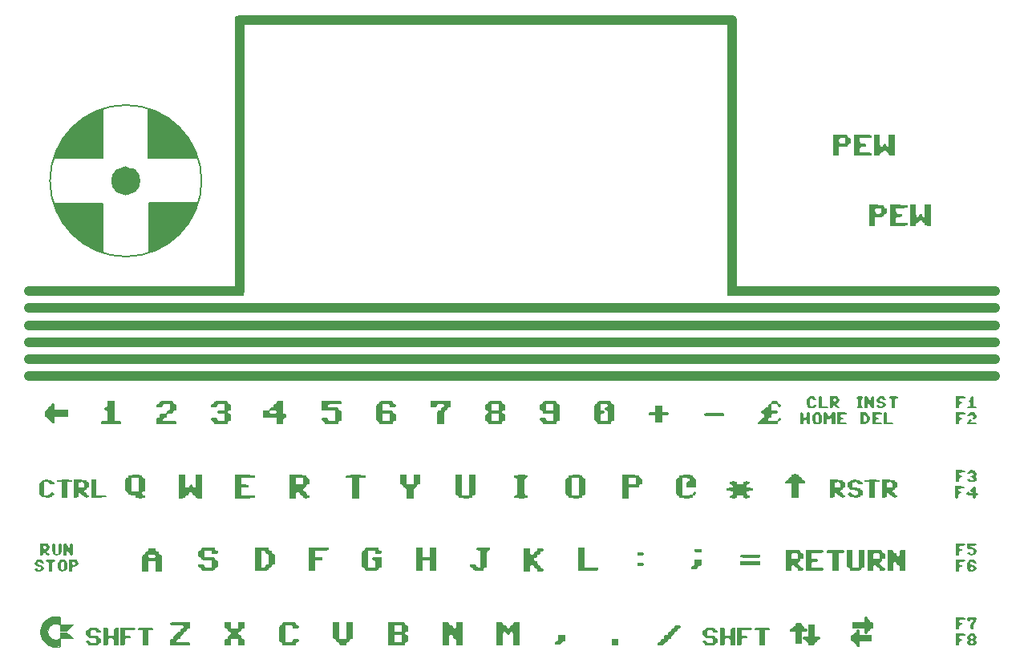
<source format=gbr>
%TF.GenerationSoftware,KiCad,Pcbnew,(6.0.0)*%
%TF.CreationDate,2022-05-08T19:52:26+10:00*%
%TF.ProjectId,cover,636f7665-722e-46b6-9963-61645f706362,rev?*%
%TF.SameCoordinates,Original*%
%TF.FileFunction,Soldermask,Top*%
%TF.FilePolarity,Negative*%
%FSLAX46Y46*%
G04 Gerber Fmt 4.6, Leading zero omitted, Abs format (unit mm)*
G04 Created by KiCad (PCBNEW (6.0.0)) date 2022-05-08 19:52:26*
%MOMM*%
%LPD*%
G01*
G04 APERTURE LIST*
%ADD10C,0.200000*%
%ADD11C,1.000000*%
%ADD12C,0.026458*%
%ADD13C,0.150000*%
%ADD14C,1.557149*%
%ADD15C,0.000000*%
G04 APERTURE END LIST*
D10*
X161600000Y-62700000D02*
X162400000Y-62700000D01*
X162400000Y-62700000D02*
X162400000Y-61900000D01*
X162400000Y-61900000D02*
X161600000Y-61900000D01*
X161600000Y-61900000D02*
X161600000Y-62700000D01*
X213600000Y-62700000D02*
X214400000Y-62700000D01*
X214400000Y-62700000D02*
X214400000Y-61900000D01*
X214400000Y-61900000D02*
X213600000Y-61900000D01*
X213600000Y-61900000D02*
X213600000Y-62700000D01*
X213600000Y-91300000D02*
X214400000Y-91300000D01*
X214400000Y-91300000D02*
X214400000Y-90500000D01*
X214400000Y-90500000D02*
X213600000Y-90500000D01*
X213600000Y-90500000D02*
X213600000Y-91300000D01*
X162400000Y-91300000D02*
X162000000Y-91300000D01*
X162000000Y-91300000D02*
X162000000Y-90800000D01*
X162000000Y-90800000D02*
X162400000Y-90800000D01*
X162400000Y-90800000D02*
X162400000Y-91300000D01*
D11*
X162000000Y-62300000D02*
X162000000Y-90900000D01*
X214000000Y-90900000D02*
X214000000Y-62300000D01*
X214000000Y-62300000D02*
X162000000Y-62300000D01*
X214000000Y-90900000D02*
X241800000Y-90900000D01*
X139800000Y-92700000D02*
X241800000Y-92700000D01*
X139800000Y-99900000D02*
X241800000Y-99900000D01*
X139800000Y-90900000D02*
X162000000Y-90900000D01*
X139800000Y-94500000D02*
X241800000Y-94500000D01*
X139800000Y-96300000D02*
X241800000Y-96300000D01*
X139800000Y-98100000D02*
X241800000Y-98100000D01*
D12*
X142616851Y-126019871D02*
X142543003Y-126021342D01*
X141788902Y-126611374D02*
X141778505Y-126647075D01*
X141150203Y-126149625D02*
X141210791Y-126038631D01*
X141750512Y-126903205D02*
X141752911Y-126940018D01*
X142873041Y-127666644D02*
X142908618Y-127653424D01*
X142543003Y-127711333D02*
X142579890Y-127712871D01*
X142007811Y-126257656D02*
X141980603Y-126285232D01*
X141829691Y-127225843D02*
X141846487Y-127259652D01*
X141800899Y-127156611D02*
X141814495Y-127191477D01*
X142007811Y-127475019D02*
X142036028Y-127501130D01*
X143046169Y-128416354D02*
X142922039Y-128447129D01*
X141752911Y-126940018D02*
X141756910Y-126976719D01*
X141778505Y-126647075D02*
X141769707Y-126683109D01*
X141098937Y-126263965D02*
X141150203Y-126149625D01*
X142922039Y-128447129D02*
X142797289Y-128467818D01*
X142397301Y-126043395D02*
X142326326Y-126063844D01*
X142190329Y-127609419D02*
X142223447Y-127626565D01*
X141954459Y-127418410D02*
X141980603Y-127447443D01*
X142797289Y-125264856D02*
X142859708Y-125273951D01*
X142486162Y-125256059D02*
X142548039Y-125253004D01*
X142123634Y-125323165D02*
X142182687Y-125306288D01*
X142943774Y-127638523D02*
X142978455Y-127621932D01*
X141864882Y-127292849D02*
X141884877Y-127325380D01*
X141906472Y-127357187D02*
X141929666Y-127388215D01*
X142065200Y-126206907D02*
X142036028Y-126231544D01*
X142223447Y-127626565D02*
X142257189Y-127642188D01*
X142157890Y-126141917D02*
X142126186Y-126162084D01*
X141056991Y-126381093D02*
X141098937Y-126263965D01*
X142126186Y-126162084D02*
X142095271Y-126183750D01*
X142908618Y-126079250D02*
X142873041Y-126066030D01*
X142837099Y-126054483D02*
X142800847Y-126044601D01*
X141840200Y-125440442D02*
X141895090Y-125412677D01*
X142616851Y-127712803D02*
X142653831Y-127711120D01*
X142873041Y-126066030D02*
X142837099Y-126054483D01*
X141750512Y-126829469D02*
X141749712Y-126866337D01*
X142242375Y-125291658D02*
X142302632Y-125279297D01*
X141749712Y-126866337D02*
X141750512Y-126903205D01*
X142548039Y-128479670D02*
X142424591Y-128471200D01*
X140982422Y-126866337D02*
X140987083Y-126743632D01*
X142326326Y-126063844D02*
X142257189Y-126090486D01*
X141443696Y-125736547D02*
X141488502Y-125692555D01*
X141631601Y-128160315D02*
X141534798Y-128082163D01*
X141788902Y-127121300D02*
X141800899Y-127156611D01*
X141024367Y-127232221D02*
X141001064Y-127111189D01*
D13*
X158007154Y-79250002D02*
G75*
G03*
X158007154Y-79250002I-8000005J0D01*
G01*
D12*
X141358821Y-125830285D02*
X141400448Y-125782465D01*
X142506246Y-127708196D02*
X142543003Y-127711333D01*
X142007697Y-125363566D02*
X142065282Y-125342265D01*
D14*
X150785723Y-79250002D02*
G75*
G03*
X150785723Y-79250002I-778574J0D01*
G01*
D12*
X141756910Y-126976719D02*
X141762509Y-127013254D01*
X142727630Y-126029798D02*
X142690776Y-126024860D01*
X141954459Y-126314265D02*
X141929665Y-126344459D01*
X143787003Y-126786962D02*
X144422003Y-126151962D01*
X144422003Y-126151962D02*
X143046169Y-126151962D01*
X143046169Y-126151962D02*
X143046169Y-126786962D01*
X143046169Y-126786962D02*
X143787003Y-126786962D01*
X143787003Y-126786962D02*
X143787003Y-126786962D01*
G36*
X143787003Y-126786962D02*
G01*
X143046169Y-126786962D01*
X143046169Y-126151962D01*
X144422003Y-126151962D01*
X143787003Y-126786962D01*
G37*
X143787003Y-126786962D02*
X143046169Y-126786962D01*
X143046169Y-126151962D01*
X144422003Y-126151962D01*
X143787003Y-126786962D01*
X141980603Y-127447443D02*
X142007811Y-127475019D01*
X141950944Y-125387044D02*
X142007697Y-125363566D01*
D15*
G36*
X142828498Y-125269403D02*
G01*
X143046170Y-125316321D01*
X143046169Y-126149028D01*
X142978455Y-126110743D01*
X142890829Y-126072640D01*
X142818973Y-126049542D01*
X142745984Y-126033086D01*
X142653813Y-126022365D01*
X142579927Y-126020606D01*
X142506338Y-126025273D01*
X142469674Y-126029205D01*
X142397301Y-126043395D01*
X142326326Y-126063844D01*
X142240318Y-126098297D01*
X142157890Y-126141917D01*
X142080235Y-126195328D01*
X142021919Y-126244600D01*
X141967531Y-126299748D01*
X141929665Y-126344459D01*
X141895674Y-126391391D01*
X141846487Y-126473023D01*
X141783703Y-126629224D01*
X141759709Y-126737688D01*
X141749712Y-126866337D01*
X141759709Y-126994986D01*
X141766108Y-127031410D01*
X141822093Y-127208660D01*
X141855684Y-127276250D01*
X141906472Y-127357187D01*
X141954459Y-127418410D01*
X142021919Y-127488074D01*
X142095271Y-127548924D01*
X142190329Y-127609419D01*
X142326327Y-127668831D01*
X142415320Y-127693220D01*
X142487960Y-127705832D01*
X142616851Y-127712803D01*
X142745984Y-127699588D01*
X142908618Y-127653424D01*
X143046169Y-127583647D01*
X143046169Y-128416354D01*
X142984104Y-128431741D01*
X142672447Y-128478604D01*
X142363611Y-128462289D01*
X142008112Y-128368019D01*
X141682589Y-128195357D01*
X141443696Y-127996126D01*
X141245744Y-127747588D01*
X141077963Y-127410144D01*
X140994073Y-127050115D01*
X140994073Y-126682558D01*
X141098937Y-126263965D01*
X141318883Y-125879984D01*
X141631601Y-125572359D01*
X142036489Y-125352915D01*
X142455377Y-125258766D01*
X142828498Y-125269403D01*
G37*
D12*
X141443696Y-127996126D02*
X141358821Y-127902389D01*
X142036028Y-127501130D02*
X142065200Y-127525768D01*
X142190329Y-126123255D02*
X142157890Y-126141917D01*
X141280700Y-125931540D02*
X141280700Y-125931540D01*
X141769707Y-127049566D02*
X141778505Y-127085600D01*
X142922039Y-125285545D02*
X142984214Y-125299661D01*
X141884877Y-126407295D02*
X141864882Y-126439825D01*
X141864882Y-126439825D02*
X141846487Y-126473023D01*
X141318883Y-125879984D02*
X141358821Y-125830285D01*
X141733577Y-128230400D02*
X141631601Y-128160315D01*
X141840200Y-128292232D02*
X141733577Y-128230400D01*
X142653831Y-127711120D02*
X142690776Y-127707814D01*
X141488502Y-125692555D02*
X141534799Y-125650511D01*
X142800847Y-127688073D02*
X142837099Y-127678191D01*
X142126186Y-127570590D02*
X142157890Y-127590758D01*
X142065281Y-128390409D02*
X141950944Y-128345630D01*
X141895090Y-125412677D02*
X141950944Y-125387044D01*
X142690776Y-127707814D02*
X142727630Y-127702877D01*
X141762509Y-127013254D02*
X141769707Y-127049566D01*
X142672447Y-128478604D02*
X142548039Y-128479670D01*
X143046170Y-125316321D02*
X143046169Y-126149028D01*
X142065200Y-127525768D02*
X142095271Y-127548924D01*
X141906471Y-126375488D02*
X141884877Y-126407295D01*
X141954459Y-127418410D02*
X141954459Y-127418410D01*
X142433340Y-127697161D02*
X142469674Y-127703469D01*
X141534799Y-125650511D02*
X141582520Y-125610438D01*
X141098936Y-127468709D02*
X141056991Y-127351580D01*
X141752911Y-126792656D02*
X141750512Y-126829469D01*
X142424592Y-125261474D02*
X142486162Y-125256059D01*
X141800899Y-126576063D02*
X141788902Y-126611374D01*
X142424591Y-128471200D02*
X142302632Y-128453378D01*
X142157890Y-127590758D02*
X142190329Y-127609419D01*
X142095271Y-127548924D02*
X142126186Y-127570590D01*
X140987083Y-126743632D02*
X141001064Y-126621484D01*
X141280700Y-125931540D02*
X141318883Y-125879984D01*
X141280699Y-127801134D02*
X141210790Y-127694043D01*
X142908618Y-127653424D02*
X142943774Y-127638523D01*
X141814495Y-127191477D02*
X141829691Y-127225843D01*
X142302632Y-128453378D02*
X142182686Y-128426386D01*
X141280699Y-127801134D02*
X141280699Y-127801134D01*
X141846487Y-127259652D02*
X141864882Y-127292849D01*
X141762509Y-126719421D02*
X141756910Y-126755955D01*
X141954459Y-126314265D02*
X141954459Y-126314265D01*
X141582520Y-125610438D02*
X141631601Y-125572359D01*
X142397301Y-127689280D02*
X142433340Y-127697161D01*
X143046170Y-125316321D02*
X143046170Y-125316321D01*
X141001064Y-127111189D02*
X140987082Y-126989042D01*
X141056991Y-127351580D02*
X141024367Y-127232221D01*
X142672447Y-125254071D02*
X142734847Y-125258237D01*
X142978455Y-127621932D02*
X143012605Y-127603642D01*
X141210791Y-126038631D02*
X141280700Y-125931540D01*
X141024367Y-126500452D02*
X141056991Y-126381093D01*
X142361612Y-127679833D02*
X142397301Y-127689280D01*
X142302632Y-125279297D02*
X142363393Y-125269228D01*
X142223447Y-126106109D02*
X142190329Y-126123255D01*
X142469674Y-127703469D02*
X142506246Y-127708196D01*
X141150203Y-127583049D02*
X141098936Y-127468709D01*
X142837099Y-127678191D02*
X142873041Y-127666644D01*
X141534798Y-128082163D02*
X141443696Y-127996126D01*
X142800847Y-126044601D02*
X142764339Y-126036375D01*
X141756910Y-126755955D02*
X141752911Y-126792656D01*
X141814495Y-126541197D02*
X141800899Y-126576063D01*
X143046169Y-127583647D02*
X143046169Y-128416354D01*
X142363393Y-125269228D02*
X142424592Y-125261474D01*
X142978455Y-126110743D02*
X142943774Y-126094152D01*
X141980603Y-126285232D02*
X141954459Y-126314265D01*
X142065282Y-125342265D02*
X142123634Y-125323165D01*
X143787003Y-126945712D02*
X144422003Y-127580712D01*
X144422003Y-127580712D02*
X143046169Y-127580712D01*
X143046169Y-127580712D02*
X143046169Y-126945712D01*
X143046169Y-126945712D02*
X143787003Y-126945712D01*
X143787003Y-126945712D02*
X143787003Y-126945712D01*
G36*
X144422003Y-127580712D02*
G01*
X143046169Y-127580712D01*
X143046169Y-126945712D01*
X143787003Y-126945712D01*
X144422003Y-127580712D01*
G37*
X144422003Y-127580712D02*
X143046169Y-127580712D01*
X143046169Y-126945712D01*
X143787003Y-126945712D01*
X144422003Y-127580712D01*
X141358821Y-127902389D02*
X141280699Y-127801134D01*
X142291501Y-127656279D02*
X142326327Y-127668831D01*
X141846487Y-126473023D02*
X141829691Y-126506832D01*
X142095271Y-126183750D02*
X142065200Y-126206907D01*
X141929666Y-127388215D02*
X141954459Y-127418410D01*
X141631601Y-125572359D02*
X141681975Y-125536297D01*
X142943774Y-126094152D02*
X142908618Y-126079250D01*
X142764339Y-127696299D02*
X142800847Y-127688073D01*
X142859708Y-125273951D02*
X142922039Y-125285545D01*
X142579890Y-127712871D02*
X142616851Y-127712803D01*
X141884877Y-127325380D02*
X141906472Y-127357187D01*
X142543003Y-126021342D02*
X142469674Y-126029205D01*
X141786341Y-125470315D02*
X141840200Y-125440442D01*
X142326327Y-127668831D02*
X142361612Y-127679833D01*
D10*
X147600000Y-76850000D02*
X142450000Y-76850000D01*
X142450000Y-76850000D02*
X142950000Y-75650000D01*
X142950000Y-75650000D02*
X143750000Y-74400000D01*
X143750000Y-74400000D02*
X144750000Y-73300000D01*
X144750000Y-73300000D02*
X145900000Y-72450000D01*
X145900000Y-72450000D02*
X146850000Y-71950000D01*
X146850000Y-71950000D02*
X147600000Y-71700000D01*
X147600000Y-71700000D02*
X147600000Y-76850000D01*
G36*
X147600000Y-76850000D02*
G01*
X142450000Y-76850000D01*
X142950000Y-75650000D01*
X143750000Y-74400000D01*
X144750000Y-73300000D01*
X145900000Y-72450000D01*
X146850000Y-71950000D01*
X147600000Y-71700000D01*
X147600000Y-76850000D01*
G37*
X147600000Y-76850000D02*
X142450000Y-76850000D01*
X142950000Y-75650000D01*
X143750000Y-74400000D01*
X144750000Y-73300000D01*
X145900000Y-72450000D01*
X146850000Y-71950000D01*
X147600000Y-71700000D01*
X147600000Y-76850000D01*
D12*
X142182686Y-128426386D02*
X142065281Y-128390409D01*
X141733577Y-125502274D02*
X141786341Y-125470315D01*
X142734847Y-125258237D02*
X142797289Y-125264856D01*
X143046169Y-126149028D02*
X143046169Y-126149028D01*
X142469674Y-126029205D02*
X142397301Y-126043395D01*
X142764339Y-126036375D02*
X142727630Y-126029798D01*
X143046169Y-128416354D02*
X143046169Y-128416354D01*
X141001064Y-126621484D02*
X141024367Y-126500452D01*
X143012605Y-126129032D02*
X142978455Y-126110743D01*
X142257189Y-126090486D02*
X142223447Y-126106109D01*
X142257189Y-127642188D02*
X142291501Y-127656279D01*
X142984214Y-125299661D02*
X143046170Y-125316321D01*
X141210790Y-127694043D02*
X141150203Y-127583049D01*
X141929665Y-126344459D02*
X141906471Y-126375488D01*
X141829691Y-126506832D02*
X141814495Y-126541197D01*
X142036028Y-126231544D02*
X142007811Y-126257656D01*
X143046169Y-126149028D02*
X143012605Y-126129032D01*
X141769707Y-126683109D02*
X141762509Y-126719421D01*
D10*
X152450000Y-81586425D02*
X157600000Y-81586425D01*
X157600000Y-81586425D02*
X157100000Y-82786427D01*
X157100000Y-82786427D02*
X156300001Y-84036426D01*
X156300001Y-84036426D02*
X155300000Y-85136425D01*
X155300000Y-85136425D02*
X154150000Y-85986426D01*
X154150000Y-85986426D02*
X153200001Y-86486425D01*
X153200001Y-86486425D02*
X152450000Y-86736425D01*
X152450000Y-86736425D02*
X152450000Y-81586425D01*
G36*
X157100000Y-82786427D02*
G01*
X156300001Y-84036426D01*
X155300000Y-85136425D01*
X154150000Y-85986426D01*
X153200001Y-86486425D01*
X152450000Y-86736425D01*
X152450000Y-81586425D01*
X157600000Y-81586425D01*
X157100000Y-82786427D01*
G37*
X157100000Y-82786427D02*
X156300001Y-84036426D01*
X155300000Y-85136425D01*
X154150000Y-85986426D01*
X153200001Y-86486425D01*
X152450000Y-86736425D01*
X152450000Y-81586425D01*
X157600000Y-81586425D01*
X157100000Y-82786427D01*
D12*
X141950944Y-128345630D02*
X141840200Y-128292232D01*
D10*
X152389425Y-76812164D02*
X152389425Y-71662164D01*
X152389425Y-71662164D02*
X153589426Y-72162164D01*
X153589426Y-72162164D02*
X154839426Y-72962164D01*
X154839426Y-72962164D02*
X155939425Y-73962164D01*
X155939425Y-73962164D02*
X156789425Y-75112164D01*
X156789425Y-75112164D02*
X157289425Y-76062164D01*
X157289425Y-76062164D02*
X157539425Y-76812164D01*
X157539425Y-76812164D02*
X152389425Y-76812164D01*
G36*
X153589426Y-72162164D02*
G01*
X154839426Y-72962164D01*
X155939425Y-73962164D01*
X156789425Y-75112164D01*
X157289425Y-76062164D01*
X157539425Y-76812164D01*
X152389425Y-76812164D01*
X152389425Y-71662164D01*
X153589426Y-72162164D01*
G37*
X153589426Y-72162164D02*
X154839426Y-72962164D01*
X155939425Y-73962164D01*
X156789425Y-75112164D01*
X157289425Y-76062164D01*
X157539425Y-76812164D01*
X152389425Y-76812164D01*
X152389425Y-71662164D01*
X153589426Y-72162164D01*
D12*
X141681975Y-125536297D02*
X141733577Y-125502274D01*
X142727630Y-127702877D02*
X142764339Y-127696299D01*
D10*
X147600000Y-81650000D02*
X147600000Y-86800000D01*
X147600000Y-86800000D02*
X146399998Y-86300000D01*
X146399998Y-86300000D02*
X145149999Y-85500001D01*
X145149999Y-85500001D02*
X144050000Y-84500000D01*
X144050000Y-84500000D02*
X143199999Y-83350000D01*
X143199999Y-83350000D02*
X142700000Y-82400001D01*
X142700000Y-82400001D02*
X142450000Y-81650000D01*
X142450000Y-81650000D02*
X147600000Y-81650000D01*
G36*
X147600000Y-86800000D02*
G01*
X146399998Y-86300000D01*
X145149999Y-85500001D01*
X144050000Y-84500000D01*
X143199999Y-83350000D01*
X142700000Y-82400001D01*
X142450000Y-81650000D01*
X147600000Y-81650000D01*
X147600000Y-86800000D01*
G37*
X147600000Y-86800000D02*
X146399998Y-86300000D01*
X145149999Y-85500001D01*
X144050000Y-84500000D01*
X143199999Y-83350000D01*
X142700000Y-82400001D01*
X142450000Y-81650000D01*
X147600000Y-81650000D01*
X147600000Y-86800000D01*
D12*
X142182687Y-125306288D02*
X142242375Y-125291658D01*
X140987082Y-126989042D02*
X140982422Y-126866337D01*
X142797289Y-128467818D02*
X142672447Y-128478604D01*
X141778505Y-127085600D02*
X141788902Y-127121300D01*
X143012605Y-127603642D02*
X143046169Y-127583647D01*
X142548039Y-125253004D02*
X142610156Y-125252334D01*
X142610156Y-125252334D02*
X142672447Y-125254071D01*
X141400448Y-125782465D02*
X141443696Y-125736547D01*
X142690776Y-126024860D02*
X142616851Y-126019871D01*
%TO.C,G\u002A\u002A\u002A*%
G36*
X239438509Y-102009434D02*
G01*
X239489600Y-102086090D01*
X239511656Y-102259736D01*
X239516202Y-102544398D01*
X239521479Y-102843226D01*
X239544987Y-103009829D01*
X239598239Y-103081751D01*
X239685535Y-103096572D01*
X239823115Y-103132147D01*
X239854868Y-103181522D01*
X239777749Y-103226771D01*
X239576286Y-103257448D01*
X239346868Y-103266471D01*
X239076278Y-103253575D01*
X238892828Y-103219886D01*
X238838868Y-103181522D01*
X238909781Y-103112501D01*
X239008202Y-103096572D01*
X239133510Y-103055123D01*
X239176307Y-102902444D01*
X239177535Y-102848801D01*
X239144787Y-102654678D01*
X239071702Y-102551477D01*
X239009437Y-102495688D01*
X239071702Y-102452369D01*
X239153758Y-102337938D01*
X239177535Y-102197519D01*
X239220150Y-102034606D01*
X239346868Y-101992224D01*
X239438509Y-102009434D01*
G37*
G36*
X238456507Y-102002010D02*
G01*
X238614877Y-102036701D01*
X238668533Y-102104295D01*
X238669535Y-102119649D01*
X238613612Y-102208251D01*
X238428232Y-102244761D01*
X238330868Y-102247073D01*
X238109300Y-102261321D01*
X238011376Y-102318907D01*
X237992202Y-102416973D01*
X238052070Y-102558950D01*
X238161535Y-102586873D01*
X238299115Y-102622448D01*
X238330868Y-102671823D01*
X238259956Y-102740843D01*
X238161535Y-102756772D01*
X238037588Y-102796822D01*
X237993948Y-102945835D01*
X237992202Y-103011622D01*
X237965591Y-103198164D01*
X237866580Y-103263842D01*
X237822868Y-103266471D01*
X237736290Y-103251423D01*
X237685491Y-103182807D01*
X237661114Y-103025413D01*
X237653800Y-102744034D01*
X237653535Y-102629348D01*
X237653535Y-101992224D01*
X238161535Y-101992224D01*
X238456507Y-102002010D01*
G37*
G36*
X231344507Y-102002010D02*
G01*
X231502877Y-102036701D01*
X231556533Y-102104295D01*
X231557535Y-102119649D01*
X231486949Y-102223423D01*
X231388202Y-102247073D01*
X231293625Y-102265671D01*
X231242521Y-102347368D01*
X231221981Y-102531017D01*
X231218868Y-102756772D01*
X231212690Y-103041450D01*
X231185548Y-103195274D01*
X231124536Y-103257101D01*
X231049535Y-103266471D01*
X230954959Y-103247874D01*
X230903855Y-103166177D01*
X230883315Y-102982527D01*
X230880202Y-102756772D01*
X230874023Y-102472095D01*
X230846882Y-102318271D01*
X230785869Y-102256444D01*
X230710868Y-102247073D01*
X230572964Y-102193957D01*
X230541535Y-102119649D01*
X230580548Y-102045659D01*
X230718849Y-102005934D01*
X230988327Y-101992475D01*
X231049535Y-101992224D01*
X231344507Y-102002010D01*
G37*
G36*
X230015020Y-102013265D02*
G01*
X230112055Y-102083015D01*
X230118202Y-102119649D01*
X230163919Y-102232697D01*
X230202868Y-102247073D01*
X230285075Y-102311718D01*
X230287535Y-102332023D01*
X230216622Y-102401044D01*
X230118202Y-102416973D01*
X229980621Y-102381398D01*
X229948868Y-102332023D01*
X229877956Y-102263003D01*
X229779535Y-102247073D01*
X229638031Y-102307142D01*
X229610202Y-102416973D01*
X229658240Y-102548849D01*
X229826303Y-102586871D01*
X229827916Y-102586873D01*
X230056762Y-102641998D01*
X230229682Y-102777547D01*
X230287535Y-102926672D01*
X230213972Y-103091151D01*
X230030378Y-103207492D01*
X229792394Y-103262688D01*
X229555664Y-103243736D01*
X229377368Y-103139401D01*
X229281221Y-102998696D01*
X229327342Y-102936435D01*
X229440868Y-102926672D01*
X229578449Y-102962247D01*
X229610202Y-103011622D01*
X229681114Y-103080642D01*
X229779535Y-103096572D01*
X229921039Y-103036503D01*
X229948868Y-102926672D01*
X229900830Y-102794796D01*
X229732767Y-102756774D01*
X229731154Y-102756772D01*
X229516350Y-102711342D01*
X229392487Y-102635415D01*
X229297317Y-102483818D01*
X229275799Y-102333496D01*
X229334058Y-102249990D01*
X229356202Y-102247073D01*
X229431316Y-102178268D01*
X229440868Y-102119649D01*
X229496791Y-102031046D01*
X229682171Y-101994537D01*
X229779535Y-101992224D01*
X230015020Y-102013265D01*
G37*
G36*
X228934780Y-102007272D02*
G01*
X228985578Y-102075888D01*
X229009956Y-102233282D01*
X229017269Y-102514661D01*
X229017535Y-102629348D01*
X229013535Y-102955101D01*
X228995299Y-103146234D01*
X228953467Y-103237955D01*
X228878683Y-103265472D01*
X228848202Y-103266471D01*
X228708175Y-103210677D01*
X228678868Y-103132979D01*
X228627348Y-102981143D01*
X228512494Y-102830086D01*
X228393865Y-102756997D01*
X228388582Y-102756772D01*
X228354588Y-102830717D01*
X228340204Y-103008835D01*
X228340202Y-103011622D01*
X228313591Y-103198164D01*
X228214580Y-103263842D01*
X228170868Y-103266471D01*
X228084290Y-103251423D01*
X228033491Y-103182807D01*
X228009114Y-103025413D01*
X228001800Y-102744034D01*
X228001535Y-102629348D01*
X228005534Y-102303594D01*
X228023771Y-102112461D01*
X228065603Y-102020741D01*
X228140387Y-101993223D01*
X228170868Y-101992224D01*
X228308407Y-102030309D01*
X228340202Y-102083242D01*
X228394356Y-102208322D01*
X228511506Y-102345451D01*
X228623682Y-102416486D01*
X228630487Y-102416973D01*
X228666892Y-102344098D01*
X228678868Y-102204598D01*
X228718555Y-102038062D01*
X228848202Y-101992224D01*
X228934780Y-102007272D01*
G37*
G36*
X227729020Y-102013265D02*
G01*
X227826055Y-102083015D01*
X227832202Y-102119649D01*
X227786484Y-102232697D01*
X227747535Y-102247073D01*
X227699237Y-102323475D01*
X227668582Y-102518821D01*
X227662868Y-102671823D01*
X227678098Y-102914118D01*
X227717037Y-103067908D01*
X227747535Y-103096572D01*
X227829741Y-103161216D01*
X227832202Y-103181522D01*
X227757089Y-103234717D01*
X227569450Y-103264305D01*
X227493535Y-103266471D01*
X227281461Y-103247631D01*
X227163504Y-103200564D01*
X227154868Y-103181522D01*
X227219297Y-103099040D01*
X227239535Y-103096572D01*
X227287832Y-103020170D01*
X227318488Y-102824824D01*
X227324202Y-102671823D01*
X227308972Y-102429527D01*
X227270033Y-102275737D01*
X227239535Y-102247073D01*
X227164420Y-102178268D01*
X227154868Y-102119649D01*
X227210791Y-102031046D01*
X227396171Y-101994537D01*
X227493535Y-101992224D01*
X227729020Y-102013265D01*
G37*
G36*
X224784202Y-101992224D02*
G01*
X225050420Y-102005865D01*
X225180446Y-102053095D01*
X225207535Y-102119649D01*
X225253252Y-102232697D01*
X225292202Y-102247073D01*
X225371600Y-102305128D01*
X225358995Y-102443429D01*
X225266430Y-102608181D01*
X225194580Y-102683096D01*
X225012292Y-102841722D01*
X225194580Y-103000349D01*
X225347078Y-103157435D01*
X225353164Y-103242451D01*
X225226226Y-103266471D01*
X225062534Y-103202377D01*
X224953535Y-103096572D01*
X224836016Y-102966135D01*
X224765511Y-102926672D01*
X224711863Y-102997977D01*
X224699535Y-103096572D01*
X224639666Y-103238549D01*
X224530202Y-103266471D01*
X224443623Y-103251423D01*
X224392825Y-103182807D01*
X224368447Y-103025413D01*
X224361134Y-102744034D01*
X224360868Y-102629348D01*
X224360868Y-102416973D01*
X224699535Y-102416973D01*
X224759403Y-102558950D01*
X224868868Y-102586873D01*
X225010372Y-102526804D01*
X225038202Y-102416973D01*
X224978333Y-102274996D01*
X224868868Y-102247073D01*
X224727364Y-102307142D01*
X224699535Y-102416973D01*
X224360868Y-102416973D01*
X224360868Y-101992224D01*
X224784202Y-101992224D01*
G37*
G36*
X223436509Y-102009434D02*
G01*
X223487600Y-102086090D01*
X223509656Y-102259736D01*
X223514202Y-102544398D01*
X223514202Y-103096572D01*
X223852868Y-103096572D01*
X224064942Y-103115413D01*
X224182899Y-103162479D01*
X224191535Y-103181522D01*
X224114415Y-103226771D01*
X223912952Y-103257448D01*
X223683535Y-103266471D01*
X223175535Y-103266471D01*
X223175535Y-102629348D01*
X223179534Y-102303594D01*
X223197771Y-102112461D01*
X223239603Y-102020741D01*
X223314387Y-101993223D01*
X223344868Y-101992224D01*
X223436509Y-102009434D01*
G37*
G36*
X222649020Y-102013265D02*
G01*
X222746055Y-102083015D01*
X222752202Y-102119649D01*
X222797919Y-102232697D01*
X222836868Y-102247073D01*
X222919075Y-102311718D01*
X222921535Y-102332023D01*
X222850622Y-102401044D01*
X222752202Y-102416973D01*
X222614621Y-102381398D01*
X222582868Y-102332023D01*
X222511956Y-102263003D01*
X222413535Y-102247073D01*
X222311968Y-102269436D01*
X222261313Y-102364355D01*
X222244926Y-102573579D01*
X222244202Y-102671823D01*
X222253117Y-102926589D01*
X222290958Y-103053650D01*
X222374368Y-103094754D01*
X222413535Y-103096572D01*
X222551115Y-103060997D01*
X222582868Y-103011622D01*
X222653781Y-102942602D01*
X222752202Y-102926672D01*
X222897697Y-102951456D01*
X222893264Y-103037220D01*
X222800582Y-103145114D01*
X222615157Y-103235975D01*
X222363084Y-103258478D01*
X222126209Y-103213217D01*
X222011368Y-103139401D01*
X221951015Y-102998825D01*
X221916065Y-102781369D01*
X221907898Y-102545259D01*
X221927897Y-102348719D01*
X221977442Y-102249974D01*
X221990202Y-102247073D01*
X222065316Y-102178268D01*
X222074868Y-102119649D01*
X222130791Y-102031046D01*
X222316171Y-101994537D01*
X222413535Y-101992224D01*
X222649020Y-102013265D01*
G37*
G36*
X212565745Y-103777718D02*
G01*
X212863137Y-103785304D01*
X213046220Y-103803345D01*
X213142500Y-103836257D01*
X213179485Y-103888455D01*
X213184868Y-103946070D01*
X213175229Y-104016579D01*
X213127973Y-104064321D01*
X213015593Y-104093712D01*
X212810580Y-104109168D01*
X212485426Y-104115106D01*
X212126535Y-104115970D01*
X211687325Y-104114422D01*
X211389932Y-104106836D01*
X211206850Y-104088795D01*
X211110570Y-104055883D01*
X211073584Y-104003685D01*
X211068202Y-103946070D01*
X211077841Y-103875561D01*
X211125097Y-103827819D01*
X211237477Y-103798428D01*
X211442490Y-103782972D01*
X211767643Y-103777034D01*
X212126535Y-103776170D01*
X212565745Y-103777718D01*
G37*
G36*
X239582353Y-103712262D02*
G01*
X239679388Y-103782012D01*
X239685535Y-103818645D01*
X239731252Y-103931694D01*
X239770202Y-103946070D01*
X239845422Y-104007984D01*
X239839621Y-104150033D01*
X239758924Y-104306677D01*
X239733916Y-104334412D01*
X239556724Y-104447205D01*
X239416593Y-104406587D01*
X239389202Y-104370819D01*
X239395914Y-104292539D01*
X239426538Y-104285869D01*
X239499370Y-104214767D01*
X239516202Y-104115970D01*
X239456333Y-103973992D01*
X239346868Y-103946070D01*
X239209288Y-103981645D01*
X239177535Y-104031020D01*
X239106622Y-104100040D01*
X239008202Y-104115970D01*
X238870621Y-104080395D01*
X238838868Y-104031020D01*
X238903297Y-103948539D01*
X238923535Y-103946070D01*
X238998649Y-103877264D01*
X239008202Y-103818645D01*
X239064125Y-103730043D01*
X239249504Y-103693533D01*
X239346868Y-103691221D01*
X239582353Y-103712262D01*
G37*
G36*
X206665535Y-103691221D02*
G01*
X207004202Y-103691221D01*
X207225770Y-103705468D01*
X207323694Y-103763055D01*
X207342868Y-103861120D01*
X207314468Y-103972275D01*
X207199679Y-104021401D01*
X207004202Y-104031020D01*
X206665535Y-104031020D01*
X206665535Y-104795568D01*
X205903535Y-104795568D01*
X205903535Y-104031020D01*
X205564868Y-104031020D01*
X205343300Y-104016772D01*
X205245376Y-103959186D01*
X205226202Y-103861120D01*
X205254602Y-103749966D01*
X205369391Y-103700840D01*
X205564868Y-103691221D01*
X205903535Y-103691221D01*
X205903535Y-103011622D01*
X206665535Y-103011622D01*
X206665535Y-103691221D01*
G37*
G36*
X142429652Y-102785268D02*
G01*
X142478614Y-102900440D01*
X142488202Y-103096572D01*
X142488202Y-103436371D01*
X143927535Y-103436371D01*
X143927535Y-104200920D01*
X142488202Y-104200920D01*
X142488202Y-104540719D01*
X142474001Y-104763028D01*
X142416607Y-104861280D01*
X142318868Y-104880518D01*
X142177364Y-104820450D01*
X142149535Y-104710619D01*
X142089666Y-104568641D01*
X141980202Y-104540719D01*
X141838697Y-104480650D01*
X141810868Y-104370819D01*
X141751000Y-104228842D01*
X141641535Y-104200920D01*
X141535715Y-104175907D01*
X141485676Y-104072048D01*
X141472266Y-103846107D01*
X141472202Y-103818645D01*
X141483281Y-103579754D01*
X141529287Y-103466790D01*
X141629370Y-103436517D01*
X141641535Y-103436371D01*
X141783039Y-103376302D01*
X141810868Y-103266471D01*
X141870737Y-103124494D01*
X141980202Y-103096572D01*
X142121706Y-103036503D01*
X142149535Y-102926672D01*
X142209403Y-102784695D01*
X142318868Y-102756772D01*
X142429652Y-102785268D01*
G37*
G36*
X239343961Y-104518501D02*
G01*
X239346868Y-104540719D01*
X239282439Y-104623200D01*
X239262202Y-104625669D01*
X239179995Y-104690313D01*
X239177535Y-104710619D01*
X239252647Y-104763814D01*
X239440286Y-104793402D01*
X239516202Y-104795568D01*
X239728275Y-104814409D01*
X239846232Y-104861476D01*
X239854868Y-104880518D01*
X239777749Y-104925767D01*
X239576286Y-104956445D01*
X239346868Y-104965468D01*
X239054963Y-104956468D01*
X238897752Y-104923515D01*
X238841263Y-104857681D01*
X238838868Y-104831975D01*
X238895156Y-104662827D01*
X238959821Y-104577126D01*
X239110913Y-104481638D01*
X239260733Y-104460048D01*
X239343961Y-104518501D01*
G37*
G36*
X238456507Y-103701007D02*
G01*
X238614877Y-103735697D01*
X238668533Y-103803292D01*
X238669535Y-103818645D01*
X238613612Y-103907248D01*
X238428232Y-103943757D01*
X238330868Y-103946070D01*
X238109300Y-103960318D01*
X238011376Y-104017904D01*
X237992202Y-104115970D01*
X238052070Y-104257947D01*
X238161535Y-104285869D01*
X238299115Y-104321444D01*
X238330868Y-104370819D01*
X238259956Y-104439840D01*
X238161535Y-104455769D01*
X238037588Y-104495818D01*
X237993948Y-104644832D01*
X237992202Y-104710619D01*
X237965591Y-104897160D01*
X237866580Y-104962839D01*
X237822868Y-104965468D01*
X237736290Y-104950420D01*
X237685491Y-104881803D01*
X237661114Y-104724410D01*
X237653800Y-104443031D01*
X237653535Y-104328344D01*
X237653535Y-103691221D01*
X238161535Y-103691221D01*
X238456507Y-103701007D01*
G37*
G36*
X230294509Y-103708430D02*
G01*
X230345600Y-103785087D01*
X230367656Y-103958733D01*
X230372202Y-104243394D01*
X230372202Y-104795568D01*
X230710868Y-104795568D01*
X230922942Y-104814409D01*
X231040899Y-104861476D01*
X231049535Y-104880518D01*
X230972415Y-104925767D01*
X230770952Y-104956445D01*
X230541535Y-104965468D01*
X230033535Y-104965468D01*
X230033535Y-104328344D01*
X230037534Y-104002591D01*
X230055771Y-103811458D01*
X230097603Y-103719737D01*
X230172387Y-103692220D01*
X230202868Y-103691221D01*
X230294509Y-103708430D01*
G37*
G36*
X229651174Y-103701007D02*
G01*
X229809543Y-103735697D01*
X229863200Y-103803292D01*
X229864202Y-103818645D01*
X229808278Y-103907248D01*
X229622899Y-103943757D01*
X229525535Y-103946070D01*
X229303967Y-103960318D01*
X229206042Y-104017904D01*
X229186868Y-104115970D01*
X229246737Y-104257947D01*
X229356202Y-104285869D01*
X229493782Y-104321444D01*
X229525535Y-104370819D01*
X229454622Y-104439840D01*
X229356202Y-104455769D01*
X229214697Y-104515838D01*
X229186868Y-104625669D01*
X229215268Y-104736823D01*
X229330057Y-104785949D01*
X229525535Y-104795568D01*
X229737609Y-104814409D01*
X229855566Y-104861476D01*
X229864202Y-104880518D01*
X229787082Y-104925767D01*
X229585619Y-104956445D01*
X229356202Y-104965468D01*
X228848202Y-104965468D01*
X228848202Y-103691221D01*
X229356202Y-103691221D01*
X229651174Y-103701007D01*
G37*
G36*
X227916868Y-103691221D02*
G01*
X228160041Y-103716750D01*
X228254765Y-103790350D01*
X228255535Y-103799892D01*
X228318061Y-103929276D01*
X228424868Y-104031020D01*
X228566661Y-104216417D01*
X228576480Y-104437483D01*
X228475657Y-104657742D01*
X228285526Y-104840715D01*
X228027419Y-104949923D01*
X227878383Y-104965468D01*
X227578202Y-104965468D01*
X227578202Y-104370819D01*
X227916868Y-104370819D01*
X227925001Y-104644925D01*
X227958856Y-104769293D01*
X228032618Y-104763687D01*
X228134582Y-104674211D01*
X228235562Y-104490751D01*
X228255535Y-104370819D01*
X228207383Y-104189811D01*
X228096158Y-104024005D01*
X227971705Y-103946336D01*
X227965249Y-103946070D01*
X227937643Y-104022520D01*
X227920126Y-104217976D01*
X227916868Y-104370819D01*
X227578202Y-104370819D01*
X227578202Y-103691221D01*
X227916868Y-103691221D01*
G37*
G36*
X225925841Y-103701007D02*
G01*
X226084210Y-103735697D01*
X226137866Y-103803292D01*
X226138868Y-103818645D01*
X226082945Y-103907248D01*
X225897566Y-103943757D01*
X225800202Y-103946070D01*
X225578633Y-103960318D01*
X225480709Y-104017904D01*
X225461535Y-104115970D01*
X225521403Y-104257947D01*
X225630868Y-104285869D01*
X225768449Y-104321444D01*
X225800202Y-104370819D01*
X225729289Y-104439840D01*
X225630868Y-104455769D01*
X225489364Y-104515838D01*
X225461535Y-104625669D01*
X225489935Y-104736823D01*
X225604724Y-104785949D01*
X225800202Y-104795568D01*
X226012275Y-104814409D01*
X226130232Y-104861476D01*
X226138868Y-104880518D01*
X226061749Y-104925767D01*
X225860286Y-104956445D01*
X225630868Y-104965468D01*
X225122868Y-104965468D01*
X225122868Y-103691221D01*
X225630868Y-103691221D01*
X225925841Y-103701007D01*
G37*
G36*
X224849531Y-103699161D02*
G01*
X224912640Y-103746840D01*
X224943085Y-103870045D01*
X224952757Y-104104565D01*
X224953535Y-104328344D01*
X224950897Y-104652412D01*
X224935057Y-104842373D01*
X224894125Y-104934015D01*
X224816213Y-104963126D01*
X224741868Y-104965468D01*
X224605495Y-104946921D01*
X224544882Y-104859439D01*
X224530277Y-104655261D01*
X224530202Y-104625669D01*
X224506384Y-104394283D01*
X224445607Y-104288202D01*
X224363888Y-104325711D01*
X224325590Y-104392057D01*
X224269987Y-104454529D01*
X224226813Y-104392057D01*
X224140964Y-104285882D01*
X224069041Y-104331308D01*
X224027061Y-104510049D01*
X224022202Y-104625669D01*
X224008001Y-104847978D01*
X223950607Y-104946230D01*
X223852868Y-104965468D01*
X223766290Y-104950420D01*
X223715491Y-104881803D01*
X223691114Y-104724410D01*
X223683800Y-104443031D01*
X223683535Y-104328344D01*
X223687534Y-104002591D01*
X223705771Y-103811458D01*
X223747603Y-103719737D01*
X223822387Y-103692220D01*
X223852868Y-103691221D01*
X223990407Y-103729305D01*
X224022202Y-103782238D01*
X224076665Y-103911484D01*
X224149202Y-104000681D01*
X224265003Y-104084684D01*
X224370079Y-104032767D01*
X224403202Y-104000681D01*
X224507294Y-103857207D01*
X224530202Y-103782238D01*
X224602619Y-103713833D01*
X224741868Y-103691221D01*
X224849531Y-103699161D01*
G37*
G36*
X222520564Y-104047716D02*
G01*
X222570108Y-103948971D01*
X222582868Y-103946070D01*
X222657983Y-103877264D01*
X222667535Y-103818645D01*
X222723458Y-103730043D01*
X222908837Y-103693533D01*
X223006202Y-103691221D01*
X223241687Y-103712262D01*
X223338722Y-103782012D01*
X223344868Y-103818645D01*
X223390586Y-103931694D01*
X223429535Y-103946070D01*
X223487629Y-104019521D01*
X223512538Y-104201436D01*
X223506590Y-104434157D01*
X223472117Y-104660028D01*
X223411447Y-104821391D01*
X223393249Y-104844111D01*
X223207824Y-104934971D01*
X222955750Y-104957474D01*
X222718875Y-104912214D01*
X222604035Y-104838397D01*
X222543682Y-104697821D01*
X222508732Y-104480366D01*
X222504943Y-104370819D01*
X222836868Y-104370819D01*
X222845783Y-104625586D01*
X222883625Y-104752647D01*
X222967035Y-104793751D01*
X223006202Y-104795568D01*
X223107768Y-104773206D01*
X223158424Y-104678286D01*
X223174810Y-104469063D01*
X223175535Y-104370819D01*
X223166620Y-104116053D01*
X223128778Y-103988991D01*
X223045368Y-103947888D01*
X223006202Y-103946070D01*
X222904635Y-103968433D01*
X222853979Y-104063352D01*
X222837593Y-104272575D01*
X222836868Y-104370819D01*
X222504943Y-104370819D01*
X222500565Y-104244256D01*
X222520564Y-104047716D01*
G37*
G36*
X222161446Y-103706269D02*
G01*
X222212245Y-103774885D01*
X222236622Y-103932279D01*
X222243936Y-104213658D01*
X222244202Y-104328344D01*
X222240202Y-104654098D01*
X222221965Y-104845230D01*
X222180134Y-104936951D01*
X222105349Y-104964469D01*
X222074868Y-104965468D01*
X221950921Y-104925419D01*
X221907282Y-104776405D01*
X221905535Y-104710619D01*
X221878924Y-104524077D01*
X221779913Y-104458398D01*
X221736202Y-104455769D01*
X221612255Y-104495818D01*
X221568615Y-104644832D01*
X221566868Y-104710619D01*
X221540258Y-104897160D01*
X221441246Y-104962839D01*
X221397535Y-104965468D01*
X221310957Y-104950420D01*
X221260158Y-104881803D01*
X221235781Y-104724410D01*
X221228467Y-104443031D01*
X221228202Y-104328344D01*
X221232201Y-104002591D01*
X221250438Y-103811458D01*
X221292269Y-103719737D01*
X221367054Y-103692220D01*
X221397535Y-103691221D01*
X221514243Y-103724480D01*
X221561333Y-103854320D01*
X221566868Y-103988545D01*
X221585810Y-104193467D01*
X221659757Y-104276150D01*
X221736202Y-104285869D01*
X221852910Y-104252610D01*
X221900000Y-104122770D01*
X221905535Y-103988545D01*
X221924477Y-103783623D01*
X221998424Y-103700939D01*
X222074868Y-103691221D01*
X222161446Y-103706269D01*
G37*
G36*
X218740436Y-102516170D02*
G01*
X218838361Y-102573757D01*
X218857535Y-102671823D01*
X218917403Y-102813800D01*
X219026868Y-102841722D01*
X219168372Y-102901791D01*
X219196202Y-103011622D01*
X219136333Y-103153599D01*
X219026868Y-103181522D01*
X218885364Y-103121453D01*
X218857535Y-103011622D01*
X218829135Y-102900467D01*
X218714346Y-102851341D01*
X218518868Y-102841722D01*
X218180202Y-102841722D01*
X218180202Y-103521321D01*
X218518868Y-103521321D01*
X218740436Y-103535568D01*
X218838361Y-103593155D01*
X218857535Y-103691221D01*
X218829135Y-103802375D01*
X218714346Y-103851501D01*
X218518868Y-103861120D01*
X218300671Y-103872712D01*
X218203690Y-103927388D01*
X218180322Y-104055000D01*
X218180202Y-104073495D01*
X218140515Y-104240031D01*
X218010868Y-104285869D01*
X217869364Y-104345938D01*
X217841535Y-104455769D01*
X217860071Y-104550661D01*
X217941495Y-104601936D01*
X218124532Y-104622545D01*
X218349535Y-104625669D01*
X218633263Y-104619469D01*
X218786575Y-104592237D01*
X218848196Y-104531021D01*
X218857535Y-104455769D01*
X218917403Y-104313792D01*
X219026868Y-104285869D01*
X219168372Y-104345938D01*
X219196202Y-104455769D01*
X219136333Y-104597746D01*
X219026868Y-104625669D01*
X218885364Y-104685737D01*
X218857535Y-104795568D01*
X218847896Y-104866077D01*
X218800640Y-104913819D01*
X218688259Y-104943210D01*
X218483246Y-104958666D01*
X218158093Y-104964604D01*
X217799202Y-104965468D01*
X217359991Y-104963921D01*
X217062599Y-104956334D01*
X216879517Y-104938293D01*
X216783237Y-104905382D01*
X216746251Y-104853183D01*
X216740868Y-104795568D01*
X216800737Y-104653591D01*
X216910202Y-104625669D01*
X217051706Y-104565600D01*
X217079535Y-104455769D01*
X217139403Y-104313792D01*
X217248868Y-104285869D01*
X217381653Y-104236095D01*
X217418202Y-104073495D01*
X217378515Y-103906959D01*
X217248868Y-103861120D01*
X217107364Y-103801052D01*
X217079535Y-103691221D01*
X217139403Y-103549243D01*
X217248868Y-103521321D01*
X217390372Y-103461252D01*
X217418202Y-103351421D01*
X217467810Y-103218192D01*
X217629868Y-103181522D01*
X217795849Y-103141702D01*
X217841535Y-103011622D01*
X217901403Y-102869645D01*
X218010868Y-102841722D01*
X218152372Y-102781654D01*
X218180202Y-102671823D01*
X218208602Y-102560668D01*
X218323391Y-102511542D01*
X218518868Y-102501923D01*
X218740436Y-102516170D01*
G37*
G36*
X199513666Y-104560908D02*
G01*
X199485519Y-104434899D01*
X199472515Y-104206422D01*
X199468952Y-103845437D01*
X199468868Y-103733695D01*
X199470991Y-103335774D01*
X199481162Y-103077699D01*
X199505084Y-102929430D01*
X199548458Y-102860932D01*
X199616988Y-102842164D01*
X199638202Y-102841722D01*
X199779706Y-102781654D01*
X199807535Y-102671823D01*
X199820927Y-102589212D01*
X199883178Y-102538752D01*
X200027398Y-102512625D01*
X200286697Y-102503015D01*
X200527202Y-102501923D01*
X200877125Y-102505085D01*
X201090865Y-102519781D01*
X201201534Y-102553828D01*
X201242241Y-102615044D01*
X201246868Y-102671823D01*
X201306737Y-102813800D01*
X201416202Y-102841722D01*
X201491743Y-102852906D01*
X201540737Y-102906483D01*
X201568884Y-103032491D01*
X201581888Y-103260969D01*
X201585451Y-103621954D01*
X201585535Y-103733695D01*
X201583412Y-104131616D01*
X201573241Y-104389692D01*
X201549319Y-104537960D01*
X201505945Y-104606459D01*
X201437415Y-104625227D01*
X201416202Y-104625669D01*
X201274697Y-104685737D01*
X201246868Y-104795568D01*
X201233476Y-104878179D01*
X201171225Y-104928639D01*
X201027005Y-104954765D01*
X200767706Y-104964376D01*
X200527202Y-104965468D01*
X200177278Y-104962306D01*
X199963538Y-104947610D01*
X199852869Y-104913562D01*
X199812162Y-104852347D01*
X199807535Y-104795568D01*
X199747666Y-104653591D01*
X199638202Y-104625669D01*
X200146202Y-104625669D01*
X200908202Y-104625669D01*
X200908202Y-104073495D01*
X200902924Y-103774667D01*
X200879416Y-103608063D01*
X200826164Y-103536142D01*
X200738868Y-103521321D01*
X200597364Y-103461252D01*
X200569535Y-103351421D01*
X200629403Y-103209444D01*
X200738868Y-103181522D01*
X200880372Y-103121453D01*
X200908202Y-103011622D01*
X200883273Y-102905448D01*
X200779760Y-102855242D01*
X200554572Y-102841787D01*
X200527202Y-102841722D01*
X200146202Y-102841722D01*
X200146202Y-103181522D01*
X200157755Y-103400448D01*
X200212248Y-103497754D01*
X200339435Y-103521200D01*
X200357868Y-103521321D01*
X200523849Y-103561141D01*
X200569535Y-103691221D01*
X200519926Y-103824449D01*
X200357868Y-103861120D01*
X200227253Y-103876965D01*
X200165369Y-103954846D01*
X200147010Y-104140287D01*
X200146202Y-104243394D01*
X200146202Y-104625669D01*
X199638202Y-104625669D01*
X199562660Y-104614485D01*
X199513666Y-104560908D01*
G37*
G36*
X193721122Y-103377653D02*
G01*
X193711535Y-103181522D01*
X193725735Y-102959212D01*
X193783129Y-102860960D01*
X193880868Y-102841722D01*
X194022372Y-102781654D01*
X194050202Y-102671823D01*
X194063594Y-102589212D01*
X194125845Y-102538752D01*
X194270065Y-102512625D01*
X194529364Y-102503015D01*
X194769868Y-102501923D01*
X195119791Y-102505085D01*
X195333532Y-102519781D01*
X195444201Y-102553828D01*
X195484907Y-102615044D01*
X195489535Y-102671823D01*
X195549403Y-102813800D01*
X195658868Y-102841722D01*
X195734410Y-102852906D01*
X195783403Y-102906483D01*
X195811551Y-103032491D01*
X195824555Y-103260969D01*
X195828118Y-103621954D01*
X195828202Y-103733695D01*
X195826078Y-104131616D01*
X195815907Y-104389692D01*
X195791986Y-104537960D01*
X195748611Y-104606459D01*
X195680081Y-104625227D01*
X195658868Y-104625669D01*
X195517364Y-104685737D01*
X195489535Y-104795568D01*
X195476142Y-104878179D01*
X195413891Y-104928639D01*
X195269672Y-104954765D01*
X195010373Y-104964376D01*
X194769868Y-104965468D01*
X194419945Y-104962306D01*
X194206204Y-104947610D01*
X194095536Y-104913562D01*
X194054829Y-104852347D01*
X194050202Y-104795568D01*
X193990333Y-104653591D01*
X193880868Y-104625669D01*
X193739364Y-104565600D01*
X193711535Y-104455769D01*
X193739935Y-104344615D01*
X193854724Y-104295489D01*
X194050202Y-104285869D01*
X194271770Y-104300117D01*
X194369694Y-104357703D01*
X194388868Y-104455769D01*
X194413797Y-104561943D01*
X194517310Y-104612149D01*
X194742498Y-104625604D01*
X194769868Y-104625669D01*
X195150868Y-104625669D01*
X195150868Y-103861120D01*
X194600535Y-103861120D01*
X194302703Y-103855825D01*
X194136655Y-103832238D01*
X194064973Y-103778809D01*
X194050202Y-103691221D01*
X193990333Y-103549243D01*
X193880868Y-103521321D01*
X194388868Y-103521321D01*
X195150868Y-103521321D01*
X195150868Y-102841722D01*
X194388868Y-102841722D01*
X194388868Y-103521321D01*
X193880868Y-103521321D01*
X193770084Y-103492826D01*
X193721122Y-103377653D01*
G37*
G36*
X187967676Y-104496797D02*
G01*
X187954266Y-104270856D01*
X187954202Y-104243394D01*
X187965281Y-104004503D01*
X188011287Y-103891539D01*
X188111370Y-103861266D01*
X188123535Y-103861120D01*
X188265039Y-103801052D01*
X188292868Y-103691221D01*
X188233000Y-103549243D01*
X188123535Y-103521321D01*
X188631535Y-103521321D01*
X189393535Y-103521321D01*
X189393535Y-102841722D01*
X188631535Y-102841722D01*
X188631535Y-103521321D01*
X188123535Y-103521321D01*
X188012751Y-103492826D01*
X187963789Y-103377653D01*
X187954202Y-103181522D01*
X187968402Y-102959212D01*
X188025796Y-102860960D01*
X188123535Y-102841722D01*
X188265039Y-102781654D01*
X188292868Y-102671823D01*
X188306261Y-102589212D01*
X188368512Y-102538752D01*
X188512731Y-102512625D01*
X188772030Y-102503015D01*
X189012535Y-102501923D01*
X189362458Y-102505085D01*
X189576199Y-102519781D01*
X189686867Y-102553828D01*
X189727574Y-102615044D01*
X189732202Y-102671823D01*
X189792070Y-102813800D01*
X189901535Y-102841722D01*
X190012319Y-102870217D01*
X190061281Y-102985390D01*
X190070868Y-103181522D01*
X190056668Y-103403831D01*
X189999274Y-103502083D01*
X189901535Y-103521321D01*
X189760031Y-103581389D01*
X189732202Y-103691221D01*
X189792070Y-103833198D01*
X189901535Y-103861120D01*
X190007355Y-103886132D01*
X190057394Y-103989992D01*
X190070804Y-104215932D01*
X190070868Y-104243394D01*
X190059789Y-104482286D01*
X190013783Y-104595250D01*
X189913699Y-104625523D01*
X189901535Y-104625669D01*
X189760031Y-104685737D01*
X189732202Y-104795568D01*
X189718809Y-104878179D01*
X189656558Y-104928639D01*
X189512338Y-104954765D01*
X189253039Y-104964376D01*
X189012535Y-104965468D01*
X188662612Y-104962306D01*
X188448871Y-104947610D01*
X188338202Y-104913562D01*
X188297496Y-104852347D01*
X188292868Y-104795568D01*
X188233000Y-104653591D01*
X188123535Y-104625669D01*
X188631535Y-104625669D01*
X189393535Y-104625669D01*
X189393535Y-103861120D01*
X188631535Y-103861120D01*
X188631535Y-104625669D01*
X188123535Y-104625669D01*
X188017715Y-104600657D01*
X187967676Y-104496797D01*
G37*
G36*
X184313535Y-102841722D02*
G01*
X184299335Y-103064031D01*
X184241940Y-103162283D01*
X184144202Y-103181522D01*
X184002697Y-103241590D01*
X183974868Y-103351421D01*
X183915000Y-103493398D01*
X183805535Y-103521321D01*
X183723200Y-103534758D01*
X183672908Y-103597217D01*
X183646868Y-103741919D01*
X183637290Y-104002085D01*
X183636202Y-104243394D01*
X183636202Y-104965468D01*
X182874202Y-104965468D01*
X182874202Y-104243394D01*
X182876145Y-103893733D01*
X182888549Y-103680332D01*
X182921274Y-103569555D01*
X182984180Y-103527764D01*
X183085868Y-103521321D01*
X183251849Y-103481501D01*
X183297535Y-103351421D01*
X183357403Y-103209444D01*
X183466868Y-103181522D01*
X183608372Y-103121453D01*
X183636202Y-103011622D01*
X183611273Y-102905448D01*
X183507760Y-102855242D01*
X183282572Y-102841787D01*
X183255202Y-102841722D01*
X183017107Y-102852839D01*
X182904519Y-102898998D01*
X182874347Y-102999417D01*
X182874202Y-103011622D01*
X182845801Y-103122776D01*
X182731012Y-103171902D01*
X182535535Y-103181522D01*
X182196868Y-103181522D01*
X182196868Y-102501923D01*
X184313535Y-102501923D01*
X184313535Y-102841722D01*
G37*
G36*
X176484333Y-104560908D02*
G01*
X176456185Y-104434899D01*
X176443182Y-104206422D01*
X176439619Y-103845437D01*
X176439535Y-103733695D01*
X176441658Y-103335774D01*
X176451829Y-103077699D01*
X176475751Y-102929430D01*
X176519125Y-102860932D01*
X176587655Y-102842164D01*
X176608868Y-102841722D01*
X176750372Y-102781654D01*
X176778202Y-102671823D01*
X176791594Y-102589212D01*
X176853845Y-102538752D01*
X176998065Y-102512625D01*
X177257364Y-102503015D01*
X177497868Y-102501923D01*
X177847791Y-102505085D01*
X178061532Y-102519781D01*
X178172201Y-102553828D01*
X178212907Y-102615044D01*
X178217535Y-102671823D01*
X178277403Y-102813800D01*
X178386868Y-102841722D01*
X178528372Y-102901791D01*
X178556202Y-103011622D01*
X178527801Y-103122776D01*
X178413012Y-103171902D01*
X178217535Y-103181522D01*
X177995967Y-103167274D01*
X177898042Y-103109688D01*
X177878868Y-103011622D01*
X177853939Y-102905448D01*
X177750426Y-102855242D01*
X177525239Y-102841787D01*
X177497868Y-102841722D01*
X177116868Y-102841722D01*
X177116868Y-103521321D01*
X177667202Y-103521321D01*
X177965033Y-103526616D01*
X178131081Y-103550203D01*
X178202763Y-103603632D01*
X178217535Y-103691221D01*
X178277403Y-103833198D01*
X178386868Y-103861120D01*
X178492688Y-103886132D01*
X178542727Y-103989992D01*
X178556137Y-104215932D01*
X178556202Y-104243394D01*
X178545122Y-104482286D01*
X178499116Y-104595250D01*
X178399033Y-104625523D01*
X178386868Y-104625669D01*
X178245364Y-104685737D01*
X178217535Y-104795568D01*
X178204142Y-104878179D01*
X178141891Y-104928639D01*
X177997672Y-104954765D01*
X177738373Y-104964376D01*
X177497868Y-104965468D01*
X177147945Y-104962306D01*
X176934204Y-104947610D01*
X176823536Y-104913562D01*
X176782829Y-104852347D01*
X176778202Y-104795568D01*
X176718333Y-104653591D01*
X176608868Y-104625669D01*
X177116868Y-104625669D01*
X177878868Y-104625669D01*
X177878868Y-103861120D01*
X177116868Y-103861120D01*
X177116868Y-104625669D01*
X176608868Y-104625669D01*
X176533326Y-104614485D01*
X176484333Y-104560908D01*
G37*
G36*
X172179745Y-102503470D02*
G01*
X172477137Y-102511057D01*
X172660220Y-102529098D01*
X172756500Y-102562009D01*
X172793485Y-102614208D01*
X172798868Y-102671823D01*
X172785476Y-102754433D01*
X172723225Y-102804893D01*
X172579005Y-102831020D01*
X172319706Y-102840630D01*
X172079202Y-102841722D01*
X171729278Y-102844884D01*
X171515538Y-102859580D01*
X171404869Y-102893628D01*
X171364162Y-102954843D01*
X171359535Y-103011622D01*
X171376687Y-103103569D01*
X171453088Y-103154832D01*
X171626155Y-103176961D01*
X171909868Y-103181522D01*
X172207700Y-103186817D01*
X172373748Y-103210404D01*
X172445430Y-103263833D01*
X172460202Y-103351421D01*
X172520070Y-103493398D01*
X172629535Y-103521321D01*
X172721175Y-103538530D01*
X172772267Y-103615187D01*
X172794323Y-103788833D01*
X172798868Y-104073495D01*
X172793591Y-104372323D01*
X172770082Y-104538926D01*
X172716831Y-104610848D01*
X172629535Y-104625669D01*
X172488031Y-104685737D01*
X172460202Y-104795568D01*
X172446809Y-104878179D01*
X172384558Y-104928639D01*
X172240338Y-104954765D01*
X171981039Y-104964376D01*
X171740535Y-104965468D01*
X171390612Y-104962306D01*
X171176871Y-104947610D01*
X171066202Y-104913562D01*
X171025496Y-104852347D01*
X171020868Y-104795568D01*
X170961000Y-104653591D01*
X170851535Y-104625669D01*
X170710031Y-104565600D01*
X170682202Y-104455769D01*
X170710602Y-104344615D01*
X170825391Y-104295489D01*
X171020868Y-104285869D01*
X171242436Y-104300117D01*
X171340361Y-104357703D01*
X171359535Y-104455769D01*
X171384464Y-104561943D01*
X171487977Y-104612149D01*
X171713164Y-104625604D01*
X171740535Y-104625669D01*
X172121535Y-104625669D01*
X172121535Y-103521321D01*
X170682202Y-103521321D01*
X170682202Y-102501923D01*
X171740535Y-102501923D01*
X172179745Y-102503470D01*
G37*
G36*
X164840202Y-103521321D02*
G01*
X165061770Y-103507073D01*
X165159694Y-103449487D01*
X165178868Y-103351421D01*
X165228477Y-103218192D01*
X165390535Y-103181522D01*
X165556516Y-103141702D01*
X165602202Y-103011622D01*
X165662070Y-102869645D01*
X165771535Y-102841722D01*
X165913039Y-102781654D01*
X165940868Y-102671823D01*
X165969268Y-102560668D01*
X166084057Y-102511542D01*
X166279535Y-102501923D01*
X166618202Y-102501923D01*
X166618202Y-103181522D01*
X166621737Y-103520127D01*
X166638019Y-103723061D01*
X166675565Y-103824500D01*
X166742889Y-103858619D01*
X166787535Y-103861120D01*
X166920320Y-103910895D01*
X166956868Y-104073495D01*
X166917181Y-104240031D01*
X166787535Y-104285869D01*
X166676751Y-104314365D01*
X166627789Y-104429537D01*
X166618202Y-104625669D01*
X166618202Y-104965468D01*
X165940868Y-104965468D01*
X165940868Y-104285869D01*
X164501535Y-104285869D01*
X164501535Y-103691221D01*
X165178868Y-103691221D01*
X165203797Y-103797394D01*
X165307310Y-103847601D01*
X165532498Y-103861055D01*
X165559868Y-103861120D01*
X165797963Y-103850004D01*
X165910551Y-103803844D01*
X165940723Y-103703426D01*
X165940868Y-103691221D01*
X165915939Y-103585047D01*
X165812426Y-103534840D01*
X165587239Y-103521386D01*
X165559868Y-103521321D01*
X165321773Y-103532437D01*
X165209185Y-103578597D01*
X165179014Y-103679015D01*
X165178868Y-103691221D01*
X164501535Y-103691221D01*
X164501535Y-103521321D01*
X164840202Y-103521321D01*
G37*
G36*
X160406458Y-102505085D02*
G01*
X160620199Y-102519781D01*
X160730867Y-102553828D01*
X160771574Y-102615044D01*
X160776202Y-102671823D01*
X160836070Y-102813800D01*
X160945535Y-102841722D01*
X161056319Y-102870217D01*
X161105281Y-102985390D01*
X161114868Y-103181522D01*
X161100668Y-103403831D01*
X161043274Y-103502083D01*
X160945535Y-103521321D01*
X160804031Y-103581389D01*
X160776202Y-103691221D01*
X160836070Y-103833198D01*
X160945535Y-103861120D01*
X161051355Y-103886132D01*
X161101394Y-103989992D01*
X161114804Y-104215932D01*
X161114868Y-104243394D01*
X161103789Y-104482286D01*
X161057783Y-104595250D01*
X160957699Y-104625523D01*
X160945535Y-104625669D01*
X160804031Y-104685737D01*
X160776202Y-104795568D01*
X160762809Y-104878179D01*
X160700558Y-104928639D01*
X160556338Y-104954765D01*
X160297039Y-104964376D01*
X160056535Y-104965468D01*
X159706612Y-104962306D01*
X159492871Y-104947610D01*
X159382202Y-104913562D01*
X159341496Y-104852347D01*
X159336868Y-104795568D01*
X159277000Y-104653591D01*
X159167535Y-104625669D01*
X159026031Y-104565600D01*
X158998202Y-104455769D01*
X159026602Y-104344615D01*
X159141391Y-104295489D01*
X159336868Y-104285869D01*
X159558436Y-104300117D01*
X159656361Y-104357703D01*
X159675535Y-104455769D01*
X159700464Y-104561943D01*
X159803977Y-104612149D01*
X160029164Y-104625604D01*
X160056535Y-104625669D01*
X160437535Y-104625669D01*
X160437535Y-103861120D01*
X160056535Y-103861120D01*
X159818440Y-103850004D01*
X159705852Y-103803844D01*
X159675680Y-103703426D01*
X159675535Y-103691221D01*
X159700464Y-103585047D01*
X159803977Y-103534840D01*
X160029164Y-103521386D01*
X160056535Y-103521321D01*
X160437535Y-103521321D01*
X160437535Y-102841722D01*
X160056535Y-102841722D01*
X159818440Y-102852839D01*
X159705852Y-102898998D01*
X159675680Y-102999417D01*
X159675535Y-103011622D01*
X159647135Y-103122776D01*
X159532346Y-103171902D01*
X159336868Y-103181522D01*
X159115300Y-103167274D01*
X159017376Y-103109688D01*
X158998202Y-103011622D01*
X159058070Y-102869645D01*
X159167535Y-102841722D01*
X159309039Y-102781654D01*
X159336868Y-102671823D01*
X159350261Y-102589212D01*
X159412512Y-102538752D01*
X159556731Y-102512625D01*
X159816030Y-102503015D01*
X160056535Y-102501923D01*
X160406458Y-102505085D01*
G37*
G36*
X154649125Y-102505085D02*
G01*
X154862865Y-102519781D01*
X154973534Y-102553828D01*
X155014241Y-102615044D01*
X155018868Y-102671823D01*
X155078737Y-102813800D01*
X155188202Y-102841722D01*
X155298986Y-102870217D01*
X155347948Y-102985390D01*
X155357535Y-103181522D01*
X155343335Y-103403831D01*
X155285940Y-103502083D01*
X155188202Y-103521321D01*
X155046697Y-103581389D01*
X155018868Y-103691221D01*
X154990468Y-103802375D01*
X154875679Y-103851501D01*
X154680202Y-103861120D01*
X154462004Y-103872712D01*
X154365023Y-103927388D01*
X154341656Y-104055000D01*
X154341535Y-104073495D01*
X154306565Y-104235155D01*
X154168875Y-104284972D01*
X154129868Y-104285869D01*
X153963887Y-104325689D01*
X153918202Y-104455769D01*
X153931594Y-104538379D01*
X153993845Y-104588839D01*
X154138065Y-104614966D01*
X154397364Y-104624576D01*
X154637868Y-104625669D01*
X154987791Y-104628830D01*
X155201532Y-104643527D01*
X155312201Y-104677574D01*
X155352907Y-104738790D01*
X155357535Y-104795568D01*
X155347896Y-104866077D01*
X155300640Y-104913819D01*
X155188259Y-104943210D01*
X154983246Y-104958666D01*
X154658093Y-104964604D01*
X154299202Y-104965468D01*
X153240868Y-104965468D01*
X153240868Y-104625669D01*
X153255068Y-104403360D01*
X153312463Y-104305108D01*
X153410202Y-104285869D01*
X153542986Y-104236095D01*
X153579535Y-104073495D01*
X153595326Y-103942443D01*
X153672948Y-103880352D01*
X153857771Y-103861931D01*
X153960535Y-103861120D01*
X154198630Y-103850004D01*
X154311218Y-103803844D01*
X154341389Y-103703426D01*
X154341535Y-103691221D01*
X154401403Y-103549243D01*
X154510868Y-103521321D01*
X154621652Y-103492826D01*
X154670614Y-103377653D01*
X154680202Y-103181522D01*
X154680202Y-102841722D01*
X154299202Y-102841722D01*
X154061107Y-102852839D01*
X153948519Y-102898998D01*
X153918347Y-102999417D01*
X153918202Y-103011622D01*
X153889801Y-103122776D01*
X153775012Y-103171902D01*
X153579535Y-103181522D01*
X153357967Y-103167274D01*
X153260042Y-103109688D01*
X153240868Y-103011622D01*
X153300737Y-102869645D01*
X153410202Y-102841722D01*
X153551706Y-102781654D01*
X153579535Y-102671823D01*
X153592927Y-102589212D01*
X153655178Y-102538752D01*
X153799398Y-102512625D01*
X154058697Y-102503015D01*
X154299202Y-102501923D01*
X154649125Y-102505085D01*
G37*
G36*
X148838202Y-104625669D02*
G01*
X149176868Y-104625669D01*
X149398436Y-104639916D01*
X149496361Y-104697503D01*
X149515535Y-104795568D01*
X149505896Y-104866077D01*
X149458640Y-104913819D01*
X149346259Y-104943210D01*
X149141246Y-104958666D01*
X148816093Y-104964604D01*
X148457202Y-104965468D01*
X148017991Y-104963921D01*
X147720599Y-104956334D01*
X147537517Y-104938293D01*
X147441237Y-104905382D01*
X147404251Y-104853183D01*
X147398868Y-104795568D01*
X147427268Y-104684414D01*
X147542057Y-104635288D01*
X147737535Y-104625669D01*
X148076202Y-104625669D01*
X148076202Y-104073495D01*
X148070924Y-103774667D01*
X148047416Y-103608063D01*
X147994164Y-103536142D01*
X147906868Y-103521321D01*
X147765364Y-103461252D01*
X147737535Y-103351421D01*
X147797403Y-103209444D01*
X147906868Y-103181522D01*
X148017652Y-103153026D01*
X148066614Y-103037854D01*
X148076202Y-102841722D01*
X148076202Y-102501923D01*
X148838202Y-102501923D01*
X148838202Y-104625669D01*
G37*
G36*
X239582353Y-109828650D02*
G01*
X239679388Y-109898400D01*
X239685535Y-109935033D01*
X239731252Y-110048082D01*
X239770202Y-110062458D01*
X239841446Y-110126668D01*
X239848503Y-110265588D01*
X239795917Y-110398656D01*
X239749035Y-110437653D01*
X239686771Y-110493442D01*
X239749035Y-110536761D01*
X239845379Y-110658718D01*
X239820987Y-110836391D01*
X239733916Y-110960499D01*
X239548491Y-111051359D01*
X239296417Y-111073862D01*
X239059542Y-111028601D01*
X238944702Y-110954785D01*
X238848555Y-110814081D01*
X238894675Y-110751820D01*
X239008202Y-110742057D01*
X239145782Y-110777631D01*
X239177535Y-110827006D01*
X239248447Y-110896027D01*
X239346868Y-110911956D01*
X239488372Y-110851888D01*
X239516202Y-110742057D01*
X239456333Y-110600079D01*
X239346868Y-110572157D01*
X239209288Y-110536582D01*
X239177535Y-110487207D01*
X239248447Y-110418187D01*
X239346868Y-110402257D01*
X239488372Y-110342189D01*
X239516202Y-110232358D01*
X239456333Y-110090380D01*
X239346868Y-110062458D01*
X239209288Y-110098033D01*
X239177535Y-110147408D01*
X239106622Y-110216428D01*
X239008202Y-110232358D01*
X238870621Y-110196783D01*
X238838868Y-110147408D01*
X238903297Y-110064927D01*
X238923535Y-110062458D01*
X238998649Y-109993652D01*
X239008202Y-109935033D01*
X239064125Y-109846431D01*
X239249504Y-109809921D01*
X239346868Y-109807609D01*
X239582353Y-109828650D01*
G37*
G36*
X238456507Y-109817395D02*
G01*
X238614877Y-109852085D01*
X238668533Y-109919680D01*
X238669535Y-109935033D01*
X238613612Y-110023636D01*
X238428232Y-110060145D01*
X238330868Y-110062458D01*
X238109300Y-110076706D01*
X238011376Y-110134292D01*
X237992202Y-110232358D01*
X238052070Y-110374335D01*
X238161535Y-110402257D01*
X238299115Y-110437832D01*
X238330868Y-110487207D01*
X238259956Y-110556228D01*
X238161535Y-110572157D01*
X238037588Y-110612206D01*
X237993948Y-110761220D01*
X237992202Y-110827006D01*
X237965591Y-111013548D01*
X237866580Y-111079227D01*
X237822868Y-111081856D01*
X237736290Y-111066808D01*
X237685491Y-110998191D01*
X237661114Y-110840798D01*
X237653800Y-110559419D01*
X237653535Y-110444732D01*
X237653535Y-109807609D01*
X238161535Y-109807609D01*
X238456507Y-109817395D01*
G37*
G36*
X230541535Y-110827006D02*
G01*
X230889069Y-110833008D01*
X231097637Y-110854784D01*
X231197306Y-110897992D01*
X231218868Y-110954431D01*
X231286641Y-111067055D01*
X231345868Y-111081856D01*
X231439800Y-111146330D01*
X231472639Y-111352101D01*
X231472868Y-111379180D01*
X231445328Y-111599087D01*
X231357435Y-111675967D01*
X231345868Y-111676505D01*
X231233620Y-111744504D01*
X231218868Y-111803930D01*
X231151095Y-111916553D01*
X231091868Y-111931354D01*
X230979620Y-111999354D01*
X230964868Y-112058779D01*
X231032641Y-112171403D01*
X231091868Y-112186204D01*
X231204117Y-112254203D01*
X231218868Y-112313629D01*
X231286641Y-112426252D01*
X231345868Y-112441053D01*
X231458117Y-112509053D01*
X231472868Y-112568478D01*
X231397140Y-112669641D01*
X231218868Y-112695903D01*
X231017216Y-112657912D01*
X230964868Y-112568478D01*
X230894282Y-112464704D01*
X230795535Y-112441053D01*
X230657631Y-112387937D01*
X230626202Y-112313629D01*
X230558429Y-112201005D01*
X230499202Y-112186204D01*
X230398375Y-112262185D01*
X230372202Y-112441053D01*
X230351222Y-112621563D01*
X230252262Y-112688095D01*
X230118202Y-112695903D01*
X229864202Y-112695903D01*
X229864202Y-111379180D01*
X230372202Y-111379180D01*
X230385308Y-111578457D01*
X230459254Y-111660181D01*
X230645979Y-111676468D01*
X230668535Y-111676505D01*
X230867147Y-111663354D01*
X230948599Y-111589161D01*
X230964831Y-111401811D01*
X230964868Y-111379180D01*
X230951762Y-111179904D01*
X230877815Y-111098179D01*
X230691090Y-111081893D01*
X230668535Y-111081856D01*
X230469923Y-111095006D01*
X230388471Y-111169200D01*
X230372238Y-111356550D01*
X230372202Y-111379180D01*
X229864202Y-111379180D01*
X229864202Y-110827006D01*
X230541535Y-110827006D01*
G37*
G36*
X229189287Y-110831567D02*
G01*
X229431929Y-110848246D01*
X229562182Y-110881542D01*
X229608433Y-110935950D01*
X229610202Y-110954431D01*
X229534473Y-111055595D01*
X229356202Y-111081856D01*
X229102202Y-111081856D01*
X229102202Y-112695903D01*
X228509535Y-112695903D01*
X228509535Y-111081856D01*
X228255535Y-111081856D01*
X228053883Y-111043865D01*
X228001535Y-110954431D01*
X228030321Y-110893689D01*
X228135605Y-110855249D01*
X228345773Y-110834614D01*
X228689212Y-110827287D01*
X228805868Y-110827006D01*
X229189287Y-110831567D01*
G37*
G36*
X227336558Y-110835513D02*
G01*
X227508130Y-110865911D01*
X227574172Y-110925512D01*
X227578202Y-110954431D01*
X227645974Y-111067055D01*
X227705202Y-111081856D01*
X227817450Y-111149856D01*
X227832202Y-111209281D01*
X227756473Y-111310444D01*
X227578202Y-111336705D01*
X227376549Y-111298715D01*
X227324202Y-111209281D01*
X227259942Y-111115035D01*
X227054857Y-111082086D01*
X227027868Y-111081856D01*
X226829256Y-111095006D01*
X226747804Y-111169200D01*
X226731572Y-111356550D01*
X226731535Y-111379180D01*
X226731535Y-111676505D01*
X227154868Y-111676505D01*
X227421087Y-111690146D01*
X227551112Y-111737376D01*
X227578202Y-111803930D01*
X227645974Y-111916553D01*
X227705202Y-111931354D01*
X227806028Y-112007336D01*
X227832202Y-112186204D01*
X227794337Y-112388530D01*
X227705202Y-112441053D01*
X227592953Y-112509053D01*
X227578202Y-112568478D01*
X227541461Y-112639953D01*
X227410179Y-112679678D01*
X227152767Y-112694970D01*
X227027868Y-112695903D01*
X226719178Y-112687396D01*
X226547607Y-112656999D01*
X226481565Y-112597397D01*
X226477535Y-112568478D01*
X226409762Y-112455854D01*
X226350535Y-112441053D01*
X226238286Y-112373054D01*
X226223535Y-112313629D01*
X226299263Y-112212465D01*
X226477535Y-112186204D01*
X226679187Y-112224195D01*
X226731535Y-112313629D01*
X226795794Y-112407874D01*
X227000879Y-112440823D01*
X227027868Y-112441053D01*
X227226963Y-112426846D01*
X227308624Y-112354786D01*
X227324202Y-112186204D01*
X227314953Y-112035339D01*
X227258086Y-111960108D01*
X227109921Y-111934216D01*
X226900868Y-111931354D01*
X226634650Y-111917713D01*
X226504624Y-111870483D01*
X226477535Y-111803930D01*
X226409762Y-111691306D01*
X226350535Y-111676505D01*
X226256603Y-111612030D01*
X226223764Y-111406259D01*
X226223535Y-111379180D01*
X226251075Y-111159274D01*
X226338968Y-111082393D01*
X226350535Y-111081856D01*
X226462783Y-111013856D01*
X226477535Y-110954431D01*
X226514275Y-110882957D01*
X226645557Y-110843231D01*
X226902970Y-110827940D01*
X227027868Y-110827006D01*
X227336558Y-110835513D01*
G37*
G36*
X225038202Y-110827006D02*
G01*
X225385735Y-110833008D01*
X225594303Y-110854784D01*
X225693972Y-110897992D01*
X225715535Y-110954431D01*
X225783308Y-111067055D01*
X225842535Y-111081856D01*
X225936466Y-111146330D01*
X225969305Y-111352101D01*
X225969535Y-111379180D01*
X225941995Y-111599087D01*
X225854101Y-111675967D01*
X225842535Y-111676505D01*
X225730286Y-111744504D01*
X225715535Y-111803930D01*
X225647762Y-111916553D01*
X225588535Y-111931354D01*
X225476286Y-111999354D01*
X225461535Y-112058779D01*
X225529308Y-112171403D01*
X225588535Y-112186204D01*
X225700783Y-112254203D01*
X225715535Y-112313629D01*
X225783308Y-112426252D01*
X225842535Y-112441053D01*
X225954783Y-112509053D01*
X225969535Y-112568478D01*
X225893807Y-112669641D01*
X225715535Y-112695903D01*
X225513883Y-112657912D01*
X225461535Y-112568478D01*
X225390949Y-112464704D01*
X225292202Y-112441053D01*
X225154297Y-112387937D01*
X225122868Y-112313629D01*
X225055095Y-112201005D01*
X224995868Y-112186204D01*
X224895042Y-112262185D01*
X224868868Y-112441053D01*
X224847889Y-112621563D01*
X224748928Y-112688095D01*
X224614868Y-112695903D01*
X224360868Y-112695903D01*
X224360868Y-111379180D01*
X224868868Y-111379180D01*
X224881975Y-111578457D01*
X224955921Y-111660181D01*
X225142646Y-111676468D01*
X225165202Y-111676505D01*
X225363813Y-111663354D01*
X225445266Y-111589161D01*
X225461498Y-111401811D01*
X225461535Y-111379180D01*
X225448428Y-111179904D01*
X225374482Y-111098179D01*
X225187757Y-111081893D01*
X225165202Y-111081856D01*
X224966590Y-111095006D01*
X224885137Y-111169200D01*
X224868905Y-111356550D01*
X224868868Y-111379180D01*
X224360868Y-111379180D01*
X224360868Y-110827006D01*
X225038202Y-110827006D01*
G37*
G36*
X220915963Y-110243474D02*
G01*
X221028551Y-110289634D01*
X221058723Y-110390052D01*
X221058868Y-110402257D01*
X221118737Y-110544235D01*
X221228202Y-110572157D01*
X221369706Y-110632226D01*
X221397535Y-110742057D01*
X221457403Y-110884034D01*
X221566868Y-110911956D01*
X221708372Y-110972025D01*
X221736202Y-111081856D01*
X221707801Y-111193011D01*
X221593012Y-111242137D01*
X221397535Y-111251756D01*
X221058868Y-111251756D01*
X221058868Y-112695903D01*
X220296868Y-112695903D01*
X220296868Y-111251756D01*
X219958202Y-111251756D01*
X219736633Y-111237508D01*
X219638709Y-111179922D01*
X219619535Y-111081856D01*
X219679403Y-110939879D01*
X219788868Y-110911956D01*
X219930372Y-110851888D01*
X219958202Y-110742057D01*
X220018070Y-110600079D01*
X220127535Y-110572157D01*
X220269039Y-110512088D01*
X220296868Y-110402257D01*
X220321797Y-110296084D01*
X220425310Y-110245877D01*
X220650498Y-110232423D01*
X220677868Y-110232358D01*
X220915963Y-110243474D01*
G37*
G36*
X146890868Y-112441053D02*
G01*
X147441202Y-112441053D01*
X147749892Y-112449560D01*
X147921463Y-112479957D01*
X147987505Y-112539559D01*
X147991535Y-112568478D01*
X147962748Y-112629220D01*
X147857465Y-112667660D01*
X147647297Y-112688295D01*
X147303858Y-112695623D01*
X147187202Y-112695903D01*
X146382868Y-112695903D01*
X146382868Y-110827006D01*
X146890868Y-110827006D01*
X146890868Y-112441053D01*
G37*
G36*
X145197535Y-110827006D02*
G01*
X145545069Y-110833008D01*
X145753637Y-110854784D01*
X145853306Y-110897992D01*
X145874868Y-110954431D01*
X145942641Y-111067055D01*
X146001868Y-111081856D01*
X146095800Y-111146330D01*
X146128639Y-111352101D01*
X146128868Y-111379180D01*
X146101328Y-111599087D01*
X146013435Y-111675967D01*
X146001868Y-111676505D01*
X145889620Y-111744504D01*
X145874868Y-111803930D01*
X145807095Y-111916553D01*
X145747868Y-111931354D01*
X145635620Y-111999354D01*
X145620868Y-112058779D01*
X145688641Y-112171403D01*
X145747868Y-112186204D01*
X145860117Y-112254203D01*
X145874868Y-112313629D01*
X145942641Y-112426252D01*
X146001868Y-112441053D01*
X146114117Y-112509053D01*
X146128868Y-112568478D01*
X146053140Y-112669641D01*
X145874868Y-112695903D01*
X145673216Y-112657912D01*
X145620868Y-112568478D01*
X145550282Y-112464704D01*
X145451535Y-112441053D01*
X145313631Y-112387937D01*
X145282202Y-112313629D01*
X145214429Y-112201005D01*
X145155202Y-112186204D01*
X145054375Y-112262185D01*
X145028202Y-112441053D01*
X145007222Y-112621563D01*
X144908262Y-112688095D01*
X144774202Y-112695903D01*
X144520202Y-112695903D01*
X144520202Y-111379180D01*
X145028202Y-111379180D01*
X145041308Y-111578457D01*
X145115254Y-111660181D01*
X145301979Y-111676468D01*
X145324535Y-111676505D01*
X145523147Y-111663354D01*
X145604599Y-111589161D01*
X145620831Y-111401811D01*
X145620868Y-111379180D01*
X145607762Y-111179904D01*
X145533815Y-111098179D01*
X145347090Y-111081893D01*
X145324535Y-111081856D01*
X145125923Y-111095006D01*
X145044471Y-111169200D01*
X145028238Y-111356550D01*
X145028202Y-111379180D01*
X144520202Y-111379180D01*
X144520202Y-110827006D01*
X145197535Y-110827006D01*
G37*
G36*
X143929953Y-110831567D02*
G01*
X144172595Y-110848246D01*
X144302849Y-110881542D01*
X144349099Y-110935950D01*
X144350868Y-110954431D01*
X144275140Y-111055595D01*
X144096868Y-111081856D01*
X143842868Y-111081856D01*
X143842868Y-112695903D01*
X143250202Y-112695903D01*
X143250202Y-111081856D01*
X142996202Y-111081856D01*
X142794549Y-111043865D01*
X142742202Y-110954431D01*
X142770988Y-110893689D01*
X142876272Y-110855249D01*
X143086440Y-110834614D01*
X143429879Y-110827287D01*
X143546535Y-110827006D01*
X143929953Y-110831567D01*
G37*
G36*
X141992558Y-110835513D02*
G01*
X142164130Y-110865911D01*
X142230172Y-110925512D01*
X142234202Y-110954431D01*
X142301974Y-111067055D01*
X142361202Y-111081856D01*
X142473450Y-111149856D01*
X142488202Y-111209281D01*
X142412473Y-111310444D01*
X142234202Y-111336705D01*
X142032549Y-111298715D01*
X141980202Y-111209281D01*
X141915942Y-111115035D01*
X141710857Y-111082086D01*
X141683868Y-111081856D01*
X141387535Y-111081856D01*
X141387535Y-112441053D01*
X141683868Y-112441053D01*
X141903041Y-112413421D01*
X141979666Y-112325234D01*
X141980202Y-112313629D01*
X142055930Y-112212465D01*
X142234202Y-112186204D01*
X142435854Y-112224195D01*
X142488202Y-112313629D01*
X142420429Y-112426252D01*
X142361202Y-112441053D01*
X142248953Y-112509053D01*
X142234202Y-112568478D01*
X142197461Y-112639953D01*
X142066179Y-112679678D01*
X141808767Y-112694970D01*
X141683868Y-112695903D01*
X141375178Y-112687396D01*
X141203607Y-112656999D01*
X141137565Y-112597397D01*
X141133535Y-112568478D01*
X141065762Y-112455854D01*
X141006535Y-112441053D01*
X140941372Y-112409044D01*
X140902266Y-112292904D01*
X140883578Y-112062466D01*
X140879535Y-111761455D01*
X140885517Y-111412758D01*
X140907220Y-111203493D01*
X140950283Y-111103491D01*
X141006535Y-111081856D01*
X141118783Y-111013856D01*
X141133535Y-110954431D01*
X141170275Y-110882957D01*
X141301557Y-110843231D01*
X141558970Y-110827940D01*
X141683868Y-110827006D01*
X141992558Y-110835513D01*
G37*
G36*
X239706688Y-111531617D02*
G01*
X239756727Y-111635477D01*
X239770137Y-111861417D01*
X239770202Y-111888879D01*
X239786822Y-112140841D01*
X239843336Y-112255610D01*
X239897202Y-112271154D01*
X240009873Y-112317024D01*
X240024202Y-112356103D01*
X239955625Y-112431469D01*
X239897202Y-112441053D01*
X239793773Y-112511876D01*
X239770202Y-112610953D01*
X239710333Y-112752930D01*
X239600868Y-112780853D01*
X239459364Y-112720784D01*
X239431535Y-112610953D01*
X239403135Y-112499798D01*
X239288346Y-112450672D01*
X239092868Y-112441053D01*
X238871300Y-112426806D01*
X238773376Y-112369219D01*
X238754202Y-112271154D01*
X238814070Y-112129176D01*
X238923535Y-112101254D01*
X239061115Y-112136829D01*
X239092868Y-112186204D01*
X239163781Y-112255224D01*
X239262202Y-112271154D01*
X239399782Y-112235579D01*
X239431535Y-112186204D01*
X239360622Y-112117183D01*
X239262202Y-112101254D01*
X239124510Y-112073472D01*
X239092868Y-112035058D01*
X239154002Y-111940027D01*
X239262202Y-111846404D01*
X239393353Y-111711433D01*
X239431535Y-111615276D01*
X239502199Y-111527097D01*
X239600868Y-111506605D01*
X239706688Y-111531617D01*
G37*
G36*
X238371841Y-111516391D02*
G01*
X238530210Y-111551082D01*
X238583866Y-111618677D01*
X238584868Y-111634030D01*
X238528945Y-111722632D01*
X238343566Y-111759142D01*
X238246202Y-111761455D01*
X238024633Y-111775702D01*
X237926709Y-111833289D01*
X237907535Y-111931354D01*
X237967403Y-112073332D01*
X238076868Y-112101254D01*
X238214449Y-112136829D01*
X238246202Y-112186204D01*
X238175289Y-112255224D01*
X238076868Y-112271154D01*
X237952921Y-112311203D01*
X237909282Y-112460217D01*
X237907535Y-112526003D01*
X237880924Y-112712545D01*
X237781913Y-112778223D01*
X237738202Y-112780853D01*
X237651623Y-112765805D01*
X237600825Y-112697188D01*
X237576447Y-112539795D01*
X237569134Y-112258415D01*
X237568868Y-112143729D01*
X237568868Y-111506605D01*
X238076868Y-111506605D01*
X238371841Y-111516391D01*
G37*
G36*
X215777103Y-111011154D02*
G01*
X215875027Y-111068740D01*
X215894202Y-111166806D01*
X215834333Y-111308783D01*
X215724868Y-111336705D01*
X215583364Y-111396774D01*
X215555535Y-111506605D01*
X215583935Y-111617760D01*
X215698724Y-111666886D01*
X215894202Y-111676505D01*
X216115770Y-111690752D01*
X216213694Y-111748339D01*
X216232868Y-111846404D01*
X216204468Y-111957559D01*
X216089679Y-112006685D01*
X215894202Y-112016304D01*
X215676004Y-112027896D01*
X215579023Y-112082572D01*
X215555656Y-112210184D01*
X215555535Y-112228679D01*
X215595222Y-112395215D01*
X215724868Y-112441053D01*
X215866372Y-112501122D01*
X215894202Y-112610953D01*
X215865801Y-112722108D01*
X215751012Y-112771234D01*
X215555535Y-112780853D01*
X215333967Y-112766605D01*
X215236042Y-112709019D01*
X215216868Y-112610953D01*
X215188468Y-112499798D01*
X215073679Y-112450672D01*
X214878202Y-112441053D01*
X214656633Y-112455301D01*
X214558709Y-112512887D01*
X214539535Y-112610953D01*
X214514606Y-112717127D01*
X214411093Y-112767333D01*
X214185905Y-112780788D01*
X214158535Y-112780853D01*
X213920440Y-112769736D01*
X213807852Y-112723576D01*
X213777680Y-112623158D01*
X213777535Y-112610953D01*
X213837403Y-112468976D01*
X213946868Y-112441053D01*
X214079653Y-112391279D01*
X214116202Y-112228679D01*
X214097717Y-112091849D01*
X214010526Y-112031034D01*
X213807028Y-112016380D01*
X213777535Y-112016304D01*
X213555967Y-112002057D01*
X213458042Y-111944470D01*
X213438868Y-111846404D01*
X213467268Y-111735250D01*
X213582057Y-111686124D01*
X213777535Y-111676505D01*
X213999103Y-111662257D01*
X214097027Y-111604671D01*
X214116202Y-111506605D01*
X214056333Y-111364628D01*
X213946868Y-111336705D01*
X213805364Y-111276637D01*
X213777535Y-111166806D01*
X213802464Y-111060632D01*
X213905977Y-111010425D01*
X214131164Y-110996971D01*
X214158535Y-110996906D01*
X214396630Y-111008023D01*
X214509218Y-111054182D01*
X214539389Y-111154601D01*
X214539535Y-111166806D01*
X214567935Y-111277960D01*
X214682724Y-111327086D01*
X214878202Y-111336705D01*
X215099770Y-111322458D01*
X215197694Y-111264871D01*
X215216868Y-111166806D01*
X215245268Y-111055651D01*
X215360057Y-111006525D01*
X215555535Y-110996906D01*
X215777103Y-111011154D01*
G37*
G36*
X209513125Y-110320469D02*
G01*
X209726865Y-110335165D01*
X209837534Y-110369213D01*
X209878241Y-110430429D01*
X209882868Y-110487207D01*
X209942737Y-110629184D01*
X210052202Y-110657107D01*
X210146778Y-110675705D01*
X210197882Y-110757401D01*
X210218422Y-110941051D01*
X210221535Y-111166806D01*
X210221535Y-111676505D01*
X209205535Y-111676505D01*
X209205535Y-111336705D01*
X209219735Y-111114396D01*
X209277129Y-111016144D01*
X209374868Y-110996906D01*
X209516372Y-110936838D01*
X209544202Y-110827006D01*
X209519273Y-110720833D01*
X209415760Y-110670626D01*
X209190572Y-110657172D01*
X209163202Y-110657107D01*
X208782202Y-110657107D01*
X208782202Y-112441053D01*
X209332535Y-112441053D01*
X209630366Y-112435758D01*
X209796415Y-112412171D01*
X209868097Y-112358742D01*
X209882868Y-112271154D01*
X209942737Y-112129176D01*
X210052202Y-112101254D01*
X210193706Y-112161323D01*
X210221535Y-112271154D01*
X210161666Y-112413131D01*
X210052202Y-112441053D01*
X209910697Y-112501122D01*
X209882868Y-112610953D01*
X209869476Y-112693563D01*
X209807225Y-112744023D01*
X209663005Y-112770150D01*
X209403706Y-112779760D01*
X209163202Y-112780853D01*
X208813278Y-112777691D01*
X208599538Y-112762995D01*
X208488869Y-112728947D01*
X208448162Y-112667732D01*
X208443535Y-112610953D01*
X208383666Y-112468976D01*
X208274202Y-112441053D01*
X208198660Y-112429869D01*
X208149666Y-112376292D01*
X208121519Y-112250284D01*
X208108515Y-112021807D01*
X208104952Y-111660822D01*
X208104868Y-111549080D01*
X208106991Y-111151159D01*
X208117162Y-110893083D01*
X208141084Y-110744815D01*
X208184458Y-110676316D01*
X208252988Y-110657548D01*
X208274202Y-110657107D01*
X208415706Y-110597038D01*
X208443535Y-110487207D01*
X208456927Y-110404597D01*
X208519178Y-110354137D01*
X208663398Y-110328010D01*
X208922697Y-110318400D01*
X209163202Y-110317307D01*
X209513125Y-110320469D01*
G37*
G36*
X203321202Y-110317307D02*
G01*
X203717796Y-110319438D01*
X203975011Y-110329643D01*
X204122786Y-110353644D01*
X204191056Y-110397164D01*
X204209761Y-110465923D01*
X204210202Y-110487207D01*
X204270070Y-110629184D01*
X204379535Y-110657107D01*
X204490319Y-110685602D01*
X204539281Y-110800775D01*
X204548868Y-110996906D01*
X204534668Y-111219215D01*
X204477274Y-111317467D01*
X204379535Y-111336705D01*
X204238031Y-111396774D01*
X204210202Y-111506605D01*
X204193049Y-111598552D01*
X204116648Y-111649815D01*
X203943581Y-111671945D01*
X203659868Y-111676505D01*
X203109535Y-111676505D01*
X203109535Y-112780853D01*
X202432202Y-112780853D01*
X202432202Y-111336705D01*
X203109535Y-111336705D01*
X203871535Y-111336705D01*
X203871535Y-110657107D01*
X203109535Y-110657107D01*
X203109535Y-111336705D01*
X202432202Y-111336705D01*
X202432202Y-110317307D01*
X203321202Y-110317307D01*
G37*
G36*
X196465666Y-112376292D02*
G01*
X196437519Y-112250284D01*
X196424515Y-112021807D01*
X196420952Y-111660822D01*
X196420868Y-111549080D01*
X196422991Y-111151159D01*
X196433162Y-110893083D01*
X196457084Y-110744815D01*
X196500458Y-110676316D01*
X196568988Y-110657548D01*
X196590202Y-110657107D01*
X196731706Y-110597038D01*
X196759535Y-110487207D01*
X196772927Y-110404597D01*
X196835178Y-110354137D01*
X196979398Y-110328010D01*
X197238697Y-110318400D01*
X197479202Y-110317307D01*
X197829125Y-110320469D01*
X198042865Y-110335165D01*
X198153534Y-110369213D01*
X198194241Y-110430429D01*
X198198868Y-110487207D01*
X198258737Y-110629184D01*
X198368202Y-110657107D01*
X198443743Y-110668291D01*
X198492737Y-110721868D01*
X198520884Y-110847876D01*
X198533888Y-111076354D01*
X198537451Y-111437338D01*
X198537535Y-111549080D01*
X198535412Y-111947001D01*
X198525241Y-112205077D01*
X198501319Y-112353345D01*
X198457945Y-112421844D01*
X198389415Y-112440612D01*
X198368202Y-112441053D01*
X198226697Y-112501122D01*
X198198868Y-112610953D01*
X198185476Y-112693563D01*
X198123225Y-112744023D01*
X197979005Y-112770150D01*
X197719706Y-112779760D01*
X197479202Y-112780853D01*
X197129278Y-112777691D01*
X196915538Y-112762995D01*
X196804869Y-112728947D01*
X196764162Y-112667732D01*
X196759535Y-112610953D01*
X196699666Y-112468976D01*
X196590202Y-112441053D01*
X197098202Y-112441053D01*
X197860202Y-112441053D01*
X197860202Y-110657107D01*
X197098202Y-110657107D01*
X197098202Y-112441053D01*
X196590202Y-112441053D01*
X196514660Y-112429869D01*
X196465666Y-112376292D01*
G37*
G36*
X192071791Y-110320469D02*
G01*
X192285532Y-110335165D01*
X192396201Y-110369213D01*
X192436907Y-110430429D01*
X192441535Y-110487207D01*
X192381666Y-110629184D01*
X192272202Y-110657107D01*
X192196660Y-110668291D01*
X192147666Y-110721868D01*
X192119519Y-110847876D01*
X192106515Y-111076354D01*
X192102952Y-111437338D01*
X192102868Y-111549080D01*
X192104991Y-111947001D01*
X192115162Y-112205077D01*
X192139084Y-112353345D01*
X192182458Y-112421844D01*
X192250988Y-112440612D01*
X192272202Y-112441053D01*
X192413706Y-112501122D01*
X192441535Y-112610953D01*
X192428142Y-112693563D01*
X192365891Y-112744023D01*
X192221672Y-112770150D01*
X191962373Y-112779760D01*
X191721868Y-112780853D01*
X191371945Y-112777691D01*
X191158204Y-112762995D01*
X191047536Y-112728947D01*
X191006829Y-112667732D01*
X191002202Y-112610953D01*
X191062070Y-112468976D01*
X191171535Y-112441053D01*
X191247077Y-112429869D01*
X191296070Y-112376292D01*
X191324218Y-112250284D01*
X191337221Y-112021807D01*
X191340784Y-111660822D01*
X191340868Y-111549080D01*
X191338745Y-111151159D01*
X191328574Y-110893083D01*
X191304652Y-110744815D01*
X191261278Y-110676316D01*
X191192748Y-110657548D01*
X191171535Y-110657107D01*
X191030031Y-110597038D01*
X191002202Y-110487207D01*
X191015594Y-110404597D01*
X191077845Y-110354137D01*
X191222065Y-110328010D01*
X191481364Y-110318400D01*
X191721868Y-110317307D01*
X192071791Y-110320469D01*
G37*
G36*
X185498868Y-112441053D02*
G01*
X186260868Y-112441053D01*
X186260868Y-110317307D01*
X186938202Y-110317307D01*
X186938202Y-111379180D01*
X186936659Y-111819859D01*
X186929098Y-112118246D01*
X186911117Y-112301941D01*
X186878315Y-112398543D01*
X186826291Y-112435653D01*
X186768868Y-112441053D01*
X186627364Y-112501122D01*
X186599535Y-112610953D01*
X186586142Y-112693563D01*
X186523891Y-112744023D01*
X186379672Y-112770150D01*
X186120373Y-112779760D01*
X185879868Y-112780853D01*
X185529945Y-112777691D01*
X185316204Y-112762995D01*
X185205536Y-112728947D01*
X185164829Y-112667732D01*
X185160202Y-112610953D01*
X185100333Y-112468976D01*
X184990868Y-112441053D01*
X184920595Y-112431382D01*
X184873012Y-112383968D01*
X184843719Y-112271212D01*
X184828314Y-112065513D01*
X184822396Y-111739272D01*
X184821535Y-111379180D01*
X184821535Y-110317307D01*
X185498868Y-110317307D01*
X185498868Y-112441053D01*
G37*
G36*
X179656868Y-111336705D02*
G01*
X180418868Y-111336705D01*
X180418868Y-110317307D01*
X181096202Y-110317307D01*
X181096202Y-110827006D01*
X181090023Y-111111684D01*
X181062882Y-111265508D01*
X181001869Y-111327335D01*
X180926868Y-111336705D01*
X180785364Y-111396774D01*
X180757535Y-111506605D01*
X180697666Y-111648582D01*
X180588202Y-111676505D01*
X180496561Y-111693714D01*
X180445469Y-111770371D01*
X180423413Y-111944017D01*
X180418868Y-112228679D01*
X180418868Y-112780853D01*
X179656868Y-112780853D01*
X179656868Y-112228679D01*
X179651591Y-111929851D01*
X179628082Y-111763247D01*
X179574831Y-111691326D01*
X179487535Y-111676505D01*
X179346031Y-111616436D01*
X179318202Y-111506605D01*
X179258333Y-111364628D01*
X179148868Y-111336705D01*
X179054292Y-111318108D01*
X179003188Y-111236411D01*
X178982648Y-111052762D01*
X178979535Y-110827006D01*
X178979535Y-110317307D01*
X179656868Y-110317307D01*
X179656868Y-111336705D01*
G37*
G36*
X174719745Y-110318855D02*
G01*
X175017137Y-110326441D01*
X175200220Y-110344482D01*
X175296500Y-110377394D01*
X175333485Y-110429592D01*
X175338868Y-110487207D01*
X175310468Y-110598362D01*
X175195679Y-110647488D01*
X175000202Y-110657107D01*
X174661535Y-110657107D01*
X174661535Y-112780853D01*
X173899535Y-112780853D01*
X173899535Y-110657107D01*
X173560868Y-110657107D01*
X173339300Y-110642859D01*
X173241376Y-110585273D01*
X173222202Y-110487207D01*
X173231841Y-110416699D01*
X173279097Y-110368957D01*
X173391477Y-110339565D01*
X173596490Y-110324109D01*
X173921643Y-110318172D01*
X174280535Y-110317307D01*
X174719745Y-110318855D01*
G37*
G36*
X168184535Y-110317307D02*
G01*
X168581129Y-110319438D01*
X168838345Y-110329643D01*
X168986119Y-110353644D01*
X169054390Y-110397164D01*
X169073095Y-110465923D01*
X169073535Y-110487207D01*
X169133403Y-110629184D01*
X169242868Y-110657107D01*
X169353652Y-110685602D01*
X169402614Y-110800775D01*
X169412202Y-110996906D01*
X169398001Y-111219215D01*
X169340607Y-111317467D01*
X169242868Y-111336705D01*
X169101364Y-111396774D01*
X169073535Y-111506605D01*
X169013666Y-111648582D01*
X168904202Y-111676505D01*
X168771417Y-111726279D01*
X168734868Y-111888879D01*
X168774555Y-112055416D01*
X168904202Y-112101254D01*
X169045706Y-112161323D01*
X169073535Y-112271154D01*
X169133403Y-112413131D01*
X169242868Y-112441053D01*
X169384372Y-112501122D01*
X169412202Y-112610953D01*
X169383801Y-112722108D01*
X169269012Y-112771234D01*
X169073535Y-112780853D01*
X168851967Y-112766605D01*
X168754042Y-112709019D01*
X168734868Y-112610953D01*
X168675000Y-112468976D01*
X168565535Y-112441053D01*
X168424031Y-112380985D01*
X168396202Y-112271154D01*
X168346593Y-112137925D01*
X168184535Y-112101254D01*
X168048162Y-112119801D01*
X167987549Y-112207283D01*
X167972944Y-112411461D01*
X167972868Y-112441053D01*
X167972868Y-112780853D01*
X167295535Y-112780853D01*
X167295535Y-111336705D01*
X167972868Y-111336705D01*
X168734868Y-111336705D01*
X168734868Y-110657107D01*
X167972868Y-110657107D01*
X167972868Y-111336705D01*
X167295535Y-111336705D01*
X167295535Y-110317307D01*
X168184535Y-110317307D01*
G37*
G36*
X163035745Y-110318855D02*
G01*
X163333137Y-110326441D01*
X163516220Y-110344482D01*
X163612500Y-110377394D01*
X163649485Y-110429592D01*
X163654868Y-110487207D01*
X163641476Y-110569817D01*
X163579225Y-110620278D01*
X163435005Y-110646404D01*
X163175706Y-110656014D01*
X162935202Y-110657107D01*
X162215535Y-110657107D01*
X162215535Y-111336705D01*
X162596535Y-111336705D01*
X162834630Y-111347822D01*
X162947218Y-111393982D01*
X162977389Y-111494400D01*
X162977535Y-111506605D01*
X162952606Y-111612779D01*
X162849093Y-111662985D01*
X162623905Y-111676440D01*
X162596535Y-111676505D01*
X162215535Y-111676505D01*
X162215535Y-112441053D01*
X162935202Y-112441053D01*
X163285125Y-112444215D01*
X163498865Y-112458911D01*
X163609534Y-112492959D01*
X163650241Y-112554174D01*
X163654868Y-112610953D01*
X163645229Y-112681462D01*
X163597973Y-112729204D01*
X163485593Y-112758595D01*
X163280580Y-112774051D01*
X162955426Y-112779989D01*
X162596535Y-112780853D01*
X161538202Y-112780853D01*
X161538202Y-110317307D01*
X162596535Y-110317307D01*
X163035745Y-110318855D01*
G37*
G36*
X156288868Y-110996906D02*
G01*
X156291124Y-111333959D01*
X156305088Y-111535780D01*
X156341558Y-111637032D01*
X156411330Y-111672381D01*
X156500535Y-111676505D01*
X156666516Y-111636685D01*
X156712202Y-111506605D01*
X156772070Y-111364628D01*
X156881535Y-111336705D01*
X157023039Y-111396774D01*
X157050868Y-111506605D01*
X157110737Y-111648582D01*
X157220202Y-111676505D01*
X157304571Y-111662317D01*
X157355135Y-111596968D01*
X157380410Y-111446284D01*
X157388912Y-111176087D01*
X157389535Y-110996906D01*
X157389535Y-110317307D01*
X158066868Y-110317307D01*
X158066868Y-112780853D01*
X157728202Y-112780853D01*
X157506633Y-112766605D01*
X157408709Y-112709019D01*
X157389535Y-112610953D01*
X157329666Y-112468976D01*
X157220202Y-112441053D01*
X157078697Y-112380985D01*
X157050868Y-112271154D01*
X156991000Y-112129176D01*
X156881535Y-112101254D01*
X156740031Y-112161323D01*
X156712202Y-112271154D01*
X156662593Y-112404383D01*
X156500535Y-112441053D01*
X156334554Y-112480873D01*
X156288868Y-112610953D01*
X156260468Y-112722108D01*
X156145679Y-112771234D01*
X155950202Y-112780853D01*
X155611535Y-112780853D01*
X155611535Y-110317307D01*
X156288868Y-110317307D01*
X156288868Y-110996906D01*
G37*
G36*
X149975575Y-112025358D02*
G01*
X149949535Y-111880655D01*
X149939957Y-111620489D01*
X149938868Y-111379180D01*
X149942019Y-111028087D01*
X149956667Y-110813631D01*
X149990601Y-110702593D01*
X150051612Y-110661750D01*
X150108202Y-110657107D01*
X150249706Y-110597038D01*
X150277535Y-110487207D01*
X150290927Y-110404597D01*
X150353178Y-110354137D01*
X150497398Y-110328010D01*
X150756697Y-110318400D01*
X150997202Y-110317307D01*
X151347125Y-110320469D01*
X151560865Y-110335165D01*
X151671534Y-110369213D01*
X151712241Y-110430429D01*
X151716868Y-110487207D01*
X151776737Y-110629184D01*
X151886202Y-110657107D01*
X151968536Y-110670544D01*
X152018828Y-110733003D01*
X152044868Y-110877705D01*
X152054446Y-111137871D01*
X152055535Y-111379180D01*
X152052384Y-111730274D01*
X152037736Y-111944729D01*
X152003802Y-112055768D01*
X151942791Y-112096611D01*
X151886202Y-112101254D01*
X151744697Y-112161323D01*
X151716868Y-112271154D01*
X151776737Y-112413131D01*
X151886202Y-112441053D01*
X152027706Y-112501122D01*
X152055535Y-112610953D01*
X152036999Y-112705845D01*
X151955575Y-112757120D01*
X151772537Y-112777729D01*
X151547535Y-112780853D01*
X151263807Y-112774653D01*
X151110495Y-112747421D01*
X151048874Y-112686205D01*
X151039535Y-112610953D01*
X151014606Y-112504779D01*
X150911093Y-112454573D01*
X150685905Y-112441118D01*
X150658535Y-112441053D01*
X150420440Y-112429937D01*
X150307852Y-112383777D01*
X150277680Y-112283359D01*
X150277535Y-112271154D01*
X150217666Y-112129176D01*
X150108202Y-112101254D01*
X150616202Y-112101254D01*
X151378202Y-112101254D01*
X151378202Y-110657107D01*
X150616202Y-110657107D01*
X150616202Y-112101254D01*
X150108202Y-112101254D01*
X150025867Y-112087817D01*
X149975575Y-112025358D01*
G37*
G36*
X210671296Y-118143809D02*
G01*
X210783884Y-118189968D01*
X210814056Y-118290386D01*
X210814202Y-118302592D01*
X210789273Y-118408766D01*
X210685760Y-118458972D01*
X210460572Y-118472427D01*
X210433202Y-118472491D01*
X210195107Y-118461375D01*
X210082519Y-118415215D01*
X210052347Y-118314797D01*
X210052202Y-118302592D01*
X210077130Y-118196418D01*
X210180643Y-118146211D01*
X210405831Y-118132757D01*
X210433202Y-118132692D01*
X210671296Y-118143809D01*
G37*
G36*
X239641841Y-117547829D02*
G01*
X239800210Y-117582520D01*
X239853866Y-117650115D01*
X239854868Y-117665468D01*
X239798945Y-117754070D01*
X239613566Y-117790580D01*
X239516202Y-117792893D01*
X239304128Y-117811734D01*
X239186171Y-117858800D01*
X239177535Y-117877843D01*
X239250171Y-117941048D01*
X239395249Y-117962792D01*
X239654816Y-118031152D01*
X239818133Y-118212856D01*
X239854868Y-118387542D01*
X239800289Y-118594280D01*
X239733916Y-118690934D01*
X239548491Y-118781794D01*
X239296417Y-118804297D01*
X239059542Y-118759036D01*
X238944702Y-118685220D01*
X238848555Y-118544515D01*
X238894675Y-118482255D01*
X239008202Y-118472491D01*
X239145782Y-118508066D01*
X239177535Y-118557441D01*
X239248447Y-118626462D01*
X239346868Y-118642391D01*
X239470815Y-118602342D01*
X239514455Y-118453328D01*
X239516202Y-118387542D01*
X239502828Y-118224130D01*
X239430355Y-118151487D01*
X239250257Y-118133094D01*
X239177535Y-118132692D01*
X238960699Y-118123691D01*
X238864335Y-118068114D01*
X238839625Y-117923101D01*
X238838868Y-117835368D01*
X238838868Y-117538043D01*
X239346868Y-117538043D01*
X239641841Y-117547829D01*
G37*
G36*
X238456507Y-117547829D02*
G01*
X238614877Y-117582520D01*
X238668533Y-117650115D01*
X238669535Y-117665468D01*
X238613612Y-117754070D01*
X238428232Y-117790580D01*
X238330868Y-117792893D01*
X238109300Y-117807140D01*
X238011376Y-117864727D01*
X237992202Y-117962792D01*
X238052070Y-118104770D01*
X238161535Y-118132692D01*
X238299115Y-118168267D01*
X238330868Y-118217642D01*
X238259956Y-118286662D01*
X238161535Y-118302592D01*
X238037588Y-118342641D01*
X237993948Y-118491655D01*
X237992202Y-118557441D01*
X237965591Y-118743983D01*
X237866580Y-118809662D01*
X237822868Y-118812291D01*
X237736290Y-118797243D01*
X237685491Y-118728626D01*
X237661114Y-118571233D01*
X237653800Y-118289854D01*
X237653535Y-118175167D01*
X237653535Y-117538043D01*
X238161535Y-117538043D01*
X238456507Y-117547829D01*
G37*
G36*
X204601103Y-118486739D02*
G01*
X204699027Y-118544325D01*
X204718202Y-118642391D01*
X204689801Y-118753546D01*
X204575012Y-118802672D01*
X204379535Y-118812291D01*
X204157967Y-118798043D01*
X204060042Y-118740457D01*
X204040868Y-118642391D01*
X204069268Y-118531237D01*
X204184057Y-118482111D01*
X204379535Y-118472491D01*
X204601103Y-118486739D01*
G37*
G36*
X144352780Y-117553091D02*
G01*
X144403578Y-117621708D01*
X144427956Y-117779101D01*
X144435269Y-118060480D01*
X144435535Y-118175167D01*
X144431535Y-118500920D01*
X144413299Y-118692053D01*
X144371467Y-118783774D01*
X144296683Y-118811291D01*
X144266202Y-118812291D01*
X144126175Y-118756496D01*
X144096868Y-118678798D01*
X144045348Y-118526963D01*
X143930494Y-118375906D01*
X143811865Y-118302816D01*
X143806582Y-118302592D01*
X143772588Y-118376536D01*
X143758204Y-118554654D01*
X143758202Y-118557441D01*
X143731591Y-118743983D01*
X143632580Y-118809662D01*
X143588868Y-118812291D01*
X143502290Y-118797243D01*
X143451491Y-118728626D01*
X143427114Y-118571233D01*
X143419800Y-118289854D01*
X143419535Y-118175167D01*
X143423534Y-117849414D01*
X143441771Y-117658281D01*
X143483603Y-117566560D01*
X143558387Y-117539043D01*
X143588868Y-117538043D01*
X143726407Y-117576128D01*
X143758202Y-117629061D01*
X143812356Y-117754141D01*
X143929506Y-117891270D01*
X144041682Y-117962305D01*
X144048487Y-117962792D01*
X144084892Y-117889917D01*
X144096868Y-117750418D01*
X144136555Y-117583882D01*
X144266202Y-117538043D01*
X144352780Y-117553091D01*
G37*
G36*
X143175005Y-117556427D02*
G01*
X143226115Y-117637351D01*
X143246890Y-117819477D01*
X143250202Y-118053810D01*
X143226707Y-118423451D01*
X143158542Y-118651976D01*
X143129249Y-118690934D01*
X142943824Y-118781794D01*
X142691750Y-118804297D01*
X142454875Y-118759036D01*
X142340035Y-118685220D01*
X142281183Y-118534946D01*
X142243179Y-118273551D01*
X142234202Y-118051328D01*
X142240295Y-117765437D01*
X142267095Y-117610519D01*
X142327383Y-117547834D01*
X142403535Y-117538043D01*
X142495175Y-117555253D01*
X142546267Y-117631910D01*
X142568323Y-117805555D01*
X142572868Y-118090217D01*
X142578146Y-118389045D01*
X142601654Y-118555649D01*
X142654905Y-118627570D01*
X142742202Y-118642391D01*
X142833842Y-118625181D01*
X142884934Y-118548525D01*
X142906990Y-118374879D01*
X142911535Y-118090217D01*
X142916812Y-117791389D01*
X142940321Y-117624786D01*
X142993572Y-117552864D01*
X143080868Y-117538043D01*
X143175005Y-117556427D01*
G37*
G36*
X141387535Y-117538043D02*
G01*
X141653753Y-117551685D01*
X141783779Y-117598914D01*
X141810868Y-117665468D01*
X141856586Y-117778517D01*
X141895535Y-117792893D01*
X141974934Y-117850948D01*
X141962328Y-117989249D01*
X141869763Y-118154000D01*
X141797913Y-118228915D01*
X141615625Y-118387542D01*
X141797913Y-118546168D01*
X141950411Y-118703255D01*
X141956498Y-118788270D01*
X141829559Y-118812291D01*
X141665867Y-118748197D01*
X141556868Y-118642391D01*
X141439349Y-118511954D01*
X141368844Y-118472491D01*
X141315196Y-118543796D01*
X141302868Y-118642391D01*
X141243000Y-118784368D01*
X141133535Y-118812291D01*
X141046957Y-118797243D01*
X140996158Y-118728626D01*
X140971781Y-118571233D01*
X140964467Y-118289854D01*
X140964202Y-118175167D01*
X140964202Y-117962792D01*
X141302868Y-117962792D01*
X141362737Y-118104770D01*
X141472202Y-118132692D01*
X141613706Y-118072624D01*
X141641535Y-117962792D01*
X141581666Y-117820815D01*
X141472202Y-117792893D01*
X141330697Y-117852961D01*
X141302868Y-117962792D01*
X140964202Y-117962792D01*
X140964202Y-117538043D01*
X141387535Y-117538043D01*
G37*
G36*
X216375745Y-118728888D02*
G01*
X216673137Y-118736475D01*
X216856220Y-118754516D01*
X216952500Y-118787427D01*
X216989485Y-118839626D01*
X216994868Y-118897241D01*
X216985229Y-118967749D01*
X216937973Y-119015491D01*
X216825593Y-119044882D01*
X216620580Y-119060339D01*
X216295426Y-119066276D01*
X215936535Y-119067140D01*
X215497325Y-119065593D01*
X215199932Y-119058007D01*
X215016850Y-119039966D01*
X214920570Y-119007054D01*
X214883584Y-118954855D01*
X214878202Y-118897241D01*
X214887841Y-118826732D01*
X214935097Y-118778990D01*
X215047477Y-118749599D01*
X215252490Y-118734143D01*
X215577643Y-118728205D01*
X215936535Y-118727341D01*
X216375745Y-118728888D01*
G37*
G36*
X216994868Y-119831689D02*
G01*
X214878202Y-119831689D01*
X214878202Y-119406940D01*
X216994868Y-119406940D01*
X216994868Y-119831689D01*
G37*
G36*
X204601103Y-119591087D02*
G01*
X204699027Y-119648673D01*
X204718202Y-119746739D01*
X204689801Y-119857893D01*
X204575012Y-119907019D01*
X204379535Y-119916639D01*
X204157967Y-119902391D01*
X204060042Y-119844805D01*
X204040868Y-119746739D01*
X204069268Y-119635584D01*
X204184057Y-119586458D01*
X204379535Y-119576839D01*
X204601103Y-119591087D01*
G37*
G36*
X210814202Y-119576839D02*
G01*
X210802648Y-119795766D01*
X210748155Y-119893071D01*
X210620968Y-119916517D01*
X210602535Y-119916639D01*
X210436554Y-119956458D01*
X210390868Y-120086538D01*
X210362468Y-120197693D01*
X210247679Y-120246819D01*
X210052202Y-120256438D01*
X209830633Y-120242190D01*
X209732709Y-120184604D01*
X209713535Y-120086538D01*
X209773403Y-119944561D01*
X209882868Y-119916639D01*
X209993652Y-119888143D01*
X210042614Y-119772971D01*
X210052202Y-119576839D01*
X210052202Y-119237040D01*
X210814202Y-119237040D01*
X210814202Y-119576839D01*
G37*
G36*
X230957441Y-118236647D02*
G01*
X231039848Y-118310842D01*
X231049535Y-118387542D01*
X231109403Y-118529519D01*
X231218868Y-118557441D01*
X231360372Y-118617510D01*
X231388202Y-118727341D01*
X231448070Y-118869318D01*
X231557535Y-118897241D01*
X231668319Y-118868745D01*
X231717281Y-118753573D01*
X231726868Y-118557441D01*
X231735839Y-118339880D01*
X231791231Y-118243194D01*
X231935761Y-118218402D01*
X232023202Y-118217642D01*
X232319535Y-118217642D01*
X232319535Y-120426338D01*
X232023202Y-120426338D01*
X231824590Y-120413187D01*
X231743137Y-120338994D01*
X231726905Y-120151644D01*
X231726868Y-120129013D01*
X231707926Y-119924091D01*
X231633979Y-119841408D01*
X231557535Y-119831689D01*
X231416031Y-119771620D01*
X231388202Y-119661789D01*
X231328333Y-119519812D01*
X231218868Y-119491889D01*
X231121011Y-119512169D01*
X231070033Y-119599851D01*
X231051341Y-119795198D01*
X231049535Y-119959114D01*
X231049535Y-120426338D01*
X230456868Y-120426338D01*
X230456868Y-118217642D01*
X230753202Y-118217642D01*
X230957441Y-118236647D01*
G37*
G36*
X229102202Y-118217642D02*
G01*
X229464236Y-118220481D01*
X229689199Y-118233788D01*
X229809318Y-118264750D01*
X229856822Y-118320552D01*
X229864202Y-118387542D01*
X229924070Y-118529519D01*
X230033535Y-118557441D01*
X230150243Y-118590700D01*
X230197333Y-118720541D01*
X230202868Y-118854766D01*
X230183926Y-119059688D01*
X230109979Y-119142371D01*
X230033535Y-119152090D01*
X229892031Y-119212159D01*
X229864202Y-119321990D01*
X229811262Y-119460355D01*
X229737202Y-119491889D01*
X229633773Y-119562712D01*
X229610202Y-119661789D01*
X229663141Y-119800155D01*
X229737202Y-119831689D01*
X229849450Y-119899688D01*
X229864202Y-119959114D01*
X229934788Y-120062888D01*
X230033535Y-120086538D01*
X230175039Y-120146607D01*
X230202868Y-120256438D01*
X230169720Y-120373536D01*
X230040313Y-120420784D01*
X229906535Y-120426338D01*
X229702296Y-120407332D01*
X229619888Y-120333138D01*
X229610202Y-120256438D01*
X229550333Y-120114461D01*
X229440868Y-120086538D01*
X229302964Y-120033422D01*
X229271535Y-119959114D01*
X229200949Y-119855339D01*
X229102202Y-119831689D01*
X228985493Y-119864948D01*
X228938403Y-119994788D01*
X228932868Y-120129013D01*
X228919762Y-120328289D01*
X228845815Y-120410014D01*
X228659090Y-120426301D01*
X228636535Y-120426338D01*
X228340202Y-120426338D01*
X228340202Y-118854766D01*
X228932868Y-118854766D01*
X228943121Y-119045132D01*
X229006426Y-119129732D01*
X229171602Y-119151425D01*
X229271535Y-119152090D01*
X229488371Y-119143089D01*
X229584734Y-119087512D01*
X229609444Y-118942499D01*
X229610202Y-118854766D01*
X229599949Y-118664399D01*
X229536644Y-118579800D01*
X229371467Y-118558106D01*
X229271535Y-118557441D01*
X229054699Y-118566442D01*
X228958335Y-118622019D01*
X228933625Y-118767032D01*
X228932868Y-118854766D01*
X228340202Y-118854766D01*
X228340202Y-118217642D01*
X229102202Y-118217642D01*
G37*
G36*
X226731535Y-120086538D02*
G01*
X227408868Y-120086538D01*
X227408868Y-118217642D01*
X228001535Y-118217642D01*
X228001535Y-119152090D01*
X227999586Y-119561041D01*
X227990192Y-119829476D01*
X227968031Y-119986766D01*
X227927779Y-120062279D01*
X227864115Y-120085388D01*
X227832202Y-120086538D01*
X227690697Y-120146607D01*
X227662868Y-120256438D01*
X227646879Y-120345725D01*
X227574772Y-120396877D01*
X227410340Y-120420272D01*
X227117378Y-120426290D01*
X227070202Y-120426338D01*
X226758737Y-120421754D01*
X226580303Y-120401083D01*
X226498693Y-120353945D01*
X226477700Y-120269962D01*
X226477535Y-120256438D01*
X226417666Y-120114461D01*
X226308202Y-120086538D01*
X226234095Y-120075785D01*
X226185451Y-120023945D01*
X226156948Y-119901649D01*
X226143264Y-119679525D01*
X226139077Y-119328204D01*
X226138868Y-119152090D01*
X226138868Y-118217642D01*
X226731535Y-118217642D01*
X226731535Y-120086538D01*
G37*
G36*
X225361123Y-118219597D02*
G01*
X225628663Y-118229022D01*
X225785428Y-118251258D01*
X225860690Y-118291644D01*
X225883722Y-118355521D01*
X225884868Y-118387542D01*
X225851720Y-118504640D01*
X225722313Y-118551888D01*
X225588535Y-118557441D01*
X225292202Y-118557441D01*
X225292202Y-120426338D01*
X224614868Y-120426338D01*
X224614868Y-118557441D01*
X224318535Y-118557441D01*
X224114296Y-118538436D01*
X224031888Y-118464242D01*
X224022202Y-118387542D01*
X224032919Y-118313187D01*
X224084586Y-118264380D01*
X224206475Y-118235782D01*
X224427858Y-118222053D01*
X224778008Y-118217851D01*
X224953535Y-118217642D01*
X225361123Y-118219597D01*
G37*
G36*
X223159789Y-118219597D02*
G01*
X223427330Y-118229022D01*
X223584095Y-118251258D01*
X223659357Y-118291644D01*
X223682388Y-118355521D01*
X223683535Y-118387542D01*
X223668537Y-118474409D01*
X223600149Y-118525378D01*
X223443280Y-118549837D01*
X223162839Y-118557175D01*
X223048535Y-118557441D01*
X222413535Y-118557441D01*
X222413535Y-118854766D01*
X222423788Y-119045132D01*
X222487092Y-119129732D01*
X222652269Y-119151425D01*
X222752202Y-119152090D01*
X222973770Y-119166338D01*
X223071694Y-119223924D01*
X223090868Y-119321990D01*
X223062468Y-119433144D01*
X222947679Y-119482270D01*
X222752202Y-119491889D01*
X222535365Y-119500891D01*
X222439002Y-119556468D01*
X222414292Y-119701480D01*
X222413535Y-119789214D01*
X222413535Y-120086538D01*
X223048535Y-120086538D01*
X223373202Y-120090551D01*
X223563698Y-120108849D01*
X223655113Y-120150820D01*
X223682539Y-120225855D01*
X223683535Y-120256438D01*
X223672817Y-120330793D01*
X223621151Y-120379599D01*
X223499262Y-120408197D01*
X223277878Y-120421927D01*
X222927728Y-120426128D01*
X222752202Y-120426338D01*
X221820868Y-120426338D01*
X221820868Y-118217642D01*
X222752202Y-118217642D01*
X223159789Y-118219597D01*
G37*
G36*
X220466202Y-118217642D02*
G01*
X220828236Y-118220481D01*
X221053199Y-118233788D01*
X221173318Y-118264750D01*
X221220822Y-118320552D01*
X221228202Y-118387542D01*
X221288070Y-118529519D01*
X221397535Y-118557441D01*
X221514243Y-118590700D01*
X221561333Y-118720541D01*
X221566868Y-118854766D01*
X221547926Y-119059688D01*
X221473979Y-119142371D01*
X221397535Y-119152090D01*
X221256031Y-119212159D01*
X221228202Y-119321990D01*
X221175262Y-119460355D01*
X221101202Y-119491889D01*
X220997773Y-119562712D01*
X220974202Y-119661789D01*
X221027141Y-119800155D01*
X221101202Y-119831689D01*
X221213450Y-119899688D01*
X221228202Y-119959114D01*
X221298788Y-120062888D01*
X221397535Y-120086538D01*
X221539039Y-120146607D01*
X221566868Y-120256438D01*
X221533720Y-120373536D01*
X221404313Y-120420784D01*
X221270535Y-120426338D01*
X221066296Y-120407332D01*
X220983888Y-120333138D01*
X220974202Y-120256438D01*
X220914333Y-120114461D01*
X220804868Y-120086538D01*
X220666964Y-120033422D01*
X220635535Y-119959114D01*
X220564949Y-119855339D01*
X220466202Y-119831689D01*
X220349493Y-119864948D01*
X220302403Y-119994788D01*
X220296868Y-120129013D01*
X220283762Y-120328289D01*
X220209815Y-120410014D01*
X220023090Y-120426301D01*
X220000535Y-120426338D01*
X219704202Y-120426338D01*
X219704202Y-118854766D01*
X220296868Y-118854766D01*
X220307121Y-119045132D01*
X220370426Y-119129732D01*
X220535602Y-119151425D01*
X220635535Y-119152090D01*
X220852371Y-119143089D01*
X220948734Y-119087512D01*
X220973444Y-118942499D01*
X220974202Y-118854766D01*
X220963949Y-118664399D01*
X220900644Y-118579800D01*
X220735467Y-118558106D01*
X220635535Y-118557441D01*
X220418699Y-118566442D01*
X220322335Y-118622019D01*
X220297625Y-118767032D01*
X220296868Y-118854766D01*
X219704202Y-118854766D01*
X219704202Y-118217642D01*
X220466202Y-118217642D01*
G37*
G36*
X198452868Y-120086538D02*
G01*
X199172535Y-120086538D01*
X199522458Y-120089700D01*
X199736199Y-120104396D01*
X199846867Y-120138444D01*
X199887574Y-120199659D01*
X199892202Y-120256438D01*
X199882562Y-120326947D01*
X199835306Y-120374688D01*
X199722926Y-120404080D01*
X199517913Y-120419536D01*
X199192760Y-120425473D01*
X198833868Y-120426338D01*
X197775535Y-120426338D01*
X197775535Y-117962792D01*
X198452868Y-117962792D01*
X198452868Y-120086538D01*
G37*
G36*
X188092458Y-117965954D02*
G01*
X188306199Y-117980650D01*
X188416867Y-118014698D01*
X188457574Y-118075914D01*
X188462202Y-118132692D01*
X188402333Y-118274669D01*
X188292868Y-118302592D01*
X188217326Y-118313776D01*
X188168333Y-118367353D01*
X188140185Y-118493361D01*
X188127182Y-118721838D01*
X188123619Y-119082823D01*
X188123535Y-119194565D01*
X188121412Y-119592486D01*
X188111241Y-119850562D01*
X188087319Y-119998830D01*
X188043945Y-120067329D01*
X187975415Y-120086097D01*
X187954202Y-120086538D01*
X187812697Y-120146607D01*
X187784868Y-120256438D01*
X187767716Y-120348385D01*
X187691315Y-120399648D01*
X187518248Y-120421777D01*
X187234535Y-120426338D01*
X186936703Y-120421042D01*
X186770655Y-120397456D01*
X186698973Y-120344026D01*
X186684202Y-120256438D01*
X186624333Y-120114461D01*
X186514868Y-120086538D01*
X186373364Y-120026470D01*
X186345535Y-119916639D01*
X186373935Y-119805484D01*
X186488724Y-119756358D01*
X186684202Y-119746739D01*
X186905770Y-119760987D01*
X187003694Y-119818573D01*
X187022868Y-119916639D01*
X187072477Y-120049868D01*
X187234535Y-120086538D01*
X187446202Y-120086538D01*
X187446202Y-118302592D01*
X187234535Y-118302592D01*
X187068554Y-118262772D01*
X187022868Y-118132692D01*
X187036261Y-118050082D01*
X187098512Y-117999622D01*
X187242731Y-117973495D01*
X187502030Y-117963885D01*
X187742535Y-117962792D01*
X188092458Y-117965954D01*
G37*
G36*
X181350202Y-118982190D02*
G01*
X182112202Y-118982190D01*
X182112202Y-117962792D01*
X182789535Y-117962792D01*
X182789535Y-120426338D01*
X182112202Y-120426338D01*
X182112202Y-119321990D01*
X181350202Y-119321990D01*
X181350202Y-120426338D01*
X180672868Y-120426338D01*
X180672868Y-117962792D01*
X181350202Y-117962792D01*
X181350202Y-118982190D01*
G37*
G36*
X176323791Y-117965954D02*
G01*
X176537532Y-117980650D01*
X176648201Y-118014698D01*
X176688907Y-118075914D01*
X176693535Y-118132692D01*
X176753403Y-118274669D01*
X176862868Y-118302592D01*
X177004372Y-118362660D01*
X177032202Y-118472491D01*
X177003801Y-118583646D01*
X176889012Y-118632772D01*
X176693535Y-118642391D01*
X176471967Y-118628143D01*
X176374042Y-118570557D01*
X176354868Y-118472491D01*
X176329939Y-118366318D01*
X176226426Y-118316111D01*
X176001239Y-118302657D01*
X175973868Y-118302592D01*
X175592868Y-118302592D01*
X175592868Y-120086538D01*
X176354868Y-120086538D01*
X176354868Y-119704264D01*
X176343789Y-119465373D01*
X176297783Y-119352408D01*
X176197699Y-119322136D01*
X176185535Y-119321990D01*
X176044031Y-119261921D01*
X176016202Y-119152090D01*
X176034737Y-119057198D01*
X176116161Y-119005923D01*
X176299199Y-118985314D01*
X176524202Y-118982190D01*
X177032202Y-118982190D01*
X177032202Y-119534364D01*
X177026924Y-119833192D01*
X177003416Y-119999796D01*
X176950164Y-120071717D01*
X176862868Y-120086538D01*
X176721364Y-120146607D01*
X176693535Y-120256438D01*
X176680142Y-120339048D01*
X176617891Y-120389508D01*
X176473672Y-120415635D01*
X176214373Y-120425245D01*
X175973868Y-120426338D01*
X175623945Y-120423176D01*
X175410204Y-120408480D01*
X175299536Y-120374432D01*
X175258829Y-120313217D01*
X175254202Y-120256438D01*
X175194333Y-120114461D01*
X175084868Y-120086538D01*
X175009326Y-120075354D01*
X174960333Y-120021777D01*
X174932185Y-119895769D01*
X174919182Y-119667292D01*
X174915619Y-119306307D01*
X174915535Y-119194565D01*
X174917658Y-118796644D01*
X174927829Y-118538568D01*
X174951751Y-118390300D01*
X174995125Y-118321801D01*
X175063655Y-118303033D01*
X175084868Y-118302592D01*
X175226372Y-118242523D01*
X175254202Y-118132692D01*
X175267594Y-118050082D01*
X175329845Y-117999622D01*
X175474065Y-117973495D01*
X175733364Y-117963885D01*
X175973868Y-117962792D01*
X176323791Y-117965954D01*
G37*
G36*
X170825078Y-117964340D02*
G01*
X171122471Y-117971926D01*
X171305553Y-117989967D01*
X171401833Y-118022879D01*
X171438819Y-118075077D01*
X171444202Y-118132692D01*
X171430809Y-118215302D01*
X171368558Y-118265762D01*
X171224338Y-118291889D01*
X170965039Y-118301499D01*
X170724535Y-118302592D01*
X170004868Y-118302592D01*
X170004868Y-118982190D01*
X170385868Y-118982190D01*
X170623963Y-118993307D01*
X170736551Y-119039467D01*
X170766723Y-119139885D01*
X170766868Y-119152090D01*
X170741939Y-119258264D01*
X170638426Y-119308470D01*
X170413239Y-119321925D01*
X170385868Y-119321990D01*
X170004868Y-119321990D01*
X170004868Y-120426338D01*
X169327535Y-120426338D01*
X169327535Y-117962792D01*
X170385868Y-117962792D01*
X170825078Y-117964340D01*
G37*
G36*
X164374535Y-117962792D02*
G01*
X164724458Y-117965954D01*
X164938199Y-117980650D01*
X165048867Y-118014698D01*
X165089574Y-118075914D01*
X165094202Y-118132692D01*
X165154070Y-118274669D01*
X165263535Y-118302592D01*
X165405039Y-118362660D01*
X165432868Y-118472491D01*
X165492737Y-118614469D01*
X165602202Y-118642391D01*
X165693842Y-118659601D01*
X165744934Y-118736257D01*
X165766990Y-118909903D01*
X165771535Y-119194565D01*
X165766257Y-119493393D01*
X165742749Y-119659996D01*
X165689498Y-119731918D01*
X165602202Y-119746739D01*
X165460697Y-119806808D01*
X165432868Y-119916639D01*
X165373000Y-120058616D01*
X165263535Y-120086538D01*
X165122031Y-120146607D01*
X165094202Y-120256438D01*
X165080809Y-120339048D01*
X165018558Y-120389508D01*
X164874338Y-120415635D01*
X164615039Y-120425245D01*
X164374535Y-120426338D01*
X163654868Y-120426338D01*
X163654868Y-120086538D01*
X164332202Y-120086538D01*
X164543868Y-120086538D01*
X164709849Y-120046719D01*
X164755535Y-119916639D01*
X164815403Y-119774661D01*
X164924868Y-119746739D01*
X165016509Y-119729529D01*
X165067600Y-119652873D01*
X165089656Y-119479227D01*
X165094202Y-119194565D01*
X165088924Y-118895737D01*
X165065416Y-118729134D01*
X165012164Y-118657212D01*
X164924868Y-118642391D01*
X164783364Y-118582323D01*
X164755535Y-118472491D01*
X164705926Y-118339263D01*
X164543868Y-118302592D01*
X164332202Y-118302592D01*
X164332202Y-120086538D01*
X163654868Y-120086538D01*
X163654868Y-117962792D01*
X164374535Y-117962792D01*
G37*
G36*
X159051791Y-117965954D02*
G01*
X159265532Y-117980650D01*
X159376201Y-118014698D01*
X159416907Y-118075914D01*
X159421535Y-118132692D01*
X159481403Y-118274669D01*
X159590868Y-118302592D01*
X159732372Y-118362660D01*
X159760202Y-118472491D01*
X159731801Y-118583646D01*
X159617012Y-118632772D01*
X159421535Y-118642391D01*
X159199967Y-118628143D01*
X159102042Y-118570557D01*
X159082868Y-118472491D01*
X159057939Y-118366318D01*
X158954426Y-118316111D01*
X158729239Y-118302657D01*
X158701868Y-118302592D01*
X158320868Y-118302592D01*
X158320868Y-118982190D01*
X158871202Y-118982190D01*
X159169033Y-118987486D01*
X159335081Y-119011072D01*
X159406763Y-119064502D01*
X159421535Y-119152090D01*
X159481403Y-119294067D01*
X159590868Y-119321990D01*
X159696688Y-119347002D01*
X159746727Y-119450861D01*
X159760137Y-119676802D01*
X159760202Y-119704264D01*
X159749122Y-119943155D01*
X159703116Y-120056120D01*
X159603033Y-120086392D01*
X159590868Y-120086538D01*
X159449364Y-120146607D01*
X159421535Y-120256438D01*
X159408142Y-120339048D01*
X159345891Y-120389508D01*
X159201672Y-120415635D01*
X158942373Y-120425245D01*
X158701868Y-120426338D01*
X158351945Y-120423176D01*
X158138204Y-120408480D01*
X158027536Y-120374432D01*
X157986829Y-120313217D01*
X157982202Y-120256438D01*
X157922333Y-120114461D01*
X157812868Y-120086538D01*
X157671364Y-120026470D01*
X157643535Y-119916639D01*
X157671935Y-119805484D01*
X157786724Y-119756358D01*
X157982202Y-119746739D01*
X158203770Y-119760987D01*
X158301694Y-119818573D01*
X158320868Y-119916639D01*
X158345797Y-120022812D01*
X158449310Y-120073019D01*
X158674498Y-120086473D01*
X158701868Y-120086538D01*
X159082868Y-120086538D01*
X159082868Y-119321990D01*
X158532535Y-119321990D01*
X158234703Y-119316695D01*
X158068655Y-119293108D01*
X157996973Y-119239678D01*
X157982202Y-119152090D01*
X157922333Y-119010113D01*
X157812868Y-118982190D01*
X157702084Y-118953695D01*
X157653122Y-118838522D01*
X157643535Y-118642391D01*
X157657735Y-118420082D01*
X157715129Y-118321830D01*
X157812868Y-118302592D01*
X157954372Y-118242523D01*
X157982202Y-118132692D01*
X157995594Y-118050082D01*
X158057845Y-117999622D01*
X158202065Y-117973495D01*
X158461364Y-117963885D01*
X158701868Y-117962792D01*
X159051791Y-117965954D01*
G37*
G36*
X238841232Y-119790075D02*
G01*
X238861230Y-119593535D01*
X238910775Y-119494790D01*
X238923535Y-119491889D01*
X238998649Y-119423084D01*
X239008202Y-119364465D01*
X239064125Y-119275862D01*
X239249504Y-119239353D01*
X239346868Y-119237040D01*
X239582353Y-119258081D01*
X239679388Y-119327831D01*
X239685535Y-119364465D01*
X239731252Y-119477513D01*
X239770202Y-119491889D01*
X239852408Y-119556534D01*
X239854868Y-119576839D01*
X239783956Y-119645860D01*
X239685535Y-119661789D01*
X239547954Y-119626214D01*
X239516202Y-119576839D01*
X239445289Y-119507819D01*
X239346868Y-119491889D01*
X239205364Y-119551958D01*
X239177535Y-119661789D01*
X239225573Y-119793665D01*
X239393636Y-119831687D01*
X239395249Y-119831689D01*
X239624096Y-119886814D01*
X239797015Y-120022363D01*
X239854868Y-120171488D01*
X239781305Y-120335967D01*
X239597711Y-120452308D01*
X239359728Y-120507504D01*
X239122997Y-120488552D01*
X238944702Y-120384217D01*
X238884348Y-120243641D01*
X238872751Y-120171488D01*
X239177535Y-120171488D01*
X239237403Y-120313465D01*
X239346868Y-120341388D01*
X239488372Y-120281319D01*
X239516202Y-120171488D01*
X239456333Y-120029511D01*
X239346868Y-120001588D01*
X239205364Y-120061657D01*
X239177535Y-120171488D01*
X238872751Y-120171488D01*
X238849398Y-120026185D01*
X238841232Y-119790075D01*
G37*
G36*
X238456507Y-119246826D02*
G01*
X238614877Y-119281517D01*
X238668533Y-119349111D01*
X238669535Y-119364465D01*
X238613612Y-119453067D01*
X238428232Y-119489577D01*
X238330868Y-119491889D01*
X238109300Y-119506137D01*
X238011376Y-119563723D01*
X237992202Y-119661789D01*
X238052070Y-119803766D01*
X238161535Y-119831689D01*
X238299115Y-119867264D01*
X238330868Y-119916639D01*
X238259956Y-119985659D01*
X238161535Y-120001588D01*
X238037588Y-120041638D01*
X237993948Y-120190651D01*
X237992202Y-120256438D01*
X237965591Y-120442980D01*
X237866580Y-120508658D01*
X237822868Y-120511287D01*
X237736290Y-120496239D01*
X237685491Y-120427623D01*
X237661114Y-120270229D01*
X237653800Y-119988850D01*
X237653535Y-119874164D01*
X237653535Y-119237040D01*
X238161535Y-119237040D01*
X238456507Y-119246826D01*
G37*
G36*
X192695535Y-118387542D02*
G01*
X192707088Y-118606468D01*
X192761582Y-118703774D01*
X192888768Y-118727220D01*
X192907202Y-118727341D01*
X193073183Y-118687521D01*
X193118868Y-118557441D01*
X193178737Y-118415464D01*
X193288202Y-118387542D01*
X193429706Y-118327473D01*
X193457535Y-118217642D01*
X193485935Y-118106487D01*
X193600724Y-118057361D01*
X193796202Y-118047742D01*
X194017770Y-118061990D01*
X194115694Y-118119576D01*
X194134868Y-118217642D01*
X194075000Y-118359619D01*
X193965535Y-118387542D01*
X193824031Y-118447610D01*
X193796202Y-118557441D01*
X193736333Y-118699419D01*
X193626868Y-118727341D01*
X193485364Y-118787410D01*
X193457535Y-118897241D01*
X193397666Y-119039218D01*
X193288202Y-119067140D01*
X193146697Y-119127209D01*
X193118868Y-119237040D01*
X193178737Y-119379017D01*
X193288202Y-119406940D01*
X193420986Y-119456714D01*
X193457535Y-119619314D01*
X193497222Y-119785850D01*
X193626868Y-119831689D01*
X193768372Y-119891757D01*
X193796202Y-120001588D01*
X193856070Y-120143566D01*
X193965535Y-120171488D01*
X194107039Y-120231557D01*
X194134868Y-120341388D01*
X194106468Y-120452542D01*
X193991679Y-120501668D01*
X193796202Y-120511287D01*
X193574633Y-120497040D01*
X193476709Y-120439453D01*
X193457535Y-120341388D01*
X193397666Y-120199410D01*
X193288202Y-120171488D01*
X193146697Y-120111419D01*
X193118868Y-120001588D01*
X193069259Y-119868359D01*
X192907202Y-119831689D01*
X192770828Y-119850236D01*
X192710215Y-119937717D01*
X192695610Y-120141896D01*
X192695535Y-120171488D01*
X192695535Y-120511287D01*
X192018202Y-120511287D01*
X192018202Y-118047742D01*
X192695535Y-118047742D01*
X192695535Y-118387542D01*
G37*
G36*
X151796458Y-118746550D02*
G01*
X151864988Y-118727783D01*
X151886202Y-118727341D01*
X152027706Y-118667272D01*
X152055535Y-118557441D01*
X152115403Y-118415464D01*
X152224868Y-118387542D01*
X152366372Y-118327473D01*
X152394202Y-118217642D01*
X152419130Y-118111468D01*
X152522643Y-118061262D01*
X152747831Y-118047807D01*
X152775202Y-118047742D01*
X153013296Y-118058859D01*
X153125884Y-118105018D01*
X153156056Y-118205437D01*
X153156202Y-118217642D01*
X153216070Y-118359619D01*
X153325535Y-118387542D01*
X153467039Y-118447610D01*
X153494868Y-118557441D01*
X153554737Y-118699419D01*
X153664202Y-118727341D01*
X153739743Y-118738525D01*
X153788737Y-118792102D01*
X153816884Y-118918110D01*
X153829888Y-119146588D01*
X153833451Y-119507572D01*
X153833535Y-119619314D01*
X153833535Y-120511287D01*
X153156202Y-120511287D01*
X153156202Y-119406940D01*
X152394202Y-119406940D01*
X152394202Y-120511287D01*
X151716868Y-120511287D01*
X151716868Y-119619314D01*
X151718991Y-119221393D01*
X151729162Y-118963318D01*
X151739823Y-118897241D01*
X152394202Y-118897241D01*
X152419130Y-119003414D01*
X152522643Y-119053621D01*
X152747831Y-119067075D01*
X152775202Y-119067140D01*
X153013296Y-119056024D01*
X153125884Y-119009864D01*
X153156056Y-118909446D01*
X153156202Y-118897241D01*
X153131273Y-118791067D01*
X153027760Y-118740860D01*
X152802572Y-118727406D01*
X152775202Y-118727341D01*
X152537107Y-118738457D01*
X152424519Y-118784617D01*
X152394347Y-118885035D01*
X152394202Y-118897241D01*
X151739823Y-118897241D01*
X151753084Y-118815049D01*
X151796458Y-118746550D01*
G37*
G36*
X144435535Y-119237040D02*
G01*
X144701753Y-119250681D01*
X144831779Y-119297911D01*
X144858868Y-119364465D01*
X144904586Y-119477513D01*
X144943535Y-119491889D01*
X145018755Y-119553803D01*
X145012954Y-119695852D01*
X144932257Y-119852497D01*
X144907249Y-119880232D01*
X144731567Y-119974727D01*
X144568582Y-120001588D01*
X144413273Y-120027860D01*
X144356348Y-120141365D01*
X144350868Y-120256438D01*
X144324258Y-120442980D01*
X144225246Y-120508658D01*
X144181535Y-120511287D01*
X144094957Y-120496239D01*
X144044158Y-120427623D01*
X144019781Y-120270229D01*
X144012467Y-119988850D01*
X144012202Y-119874164D01*
X144012202Y-119661789D01*
X144350868Y-119661789D01*
X144410737Y-119803766D01*
X144520202Y-119831689D01*
X144661706Y-119771620D01*
X144689535Y-119661789D01*
X144629666Y-119519812D01*
X144520202Y-119491889D01*
X144378697Y-119551958D01*
X144350868Y-119661789D01*
X144012202Y-119661789D01*
X144012202Y-119237040D01*
X144435535Y-119237040D01*
G37*
G36*
X142849230Y-119593535D02*
G01*
X142898775Y-119494790D01*
X142911535Y-119491889D01*
X142986649Y-119423084D01*
X142996202Y-119364465D01*
X143052125Y-119275862D01*
X143237504Y-119239353D01*
X143334868Y-119237040D01*
X143570353Y-119258081D01*
X143667388Y-119327831D01*
X143673535Y-119364465D01*
X143719252Y-119477513D01*
X143758202Y-119491889D01*
X143816296Y-119565340D01*
X143841204Y-119747255D01*
X143835257Y-119979976D01*
X143800783Y-120205847D01*
X143740113Y-120367211D01*
X143721916Y-120389931D01*
X143536491Y-120480791D01*
X143284417Y-120503294D01*
X143047542Y-120458033D01*
X142932702Y-120384217D01*
X142872348Y-120243641D01*
X142837398Y-120026185D01*
X142833609Y-119916639D01*
X143165535Y-119916639D01*
X143174450Y-120171405D01*
X143212291Y-120298466D01*
X143295702Y-120339570D01*
X143334868Y-120341388D01*
X143436435Y-120319025D01*
X143487090Y-120224106D01*
X143503477Y-120014883D01*
X143504202Y-119916639D01*
X143495286Y-119661872D01*
X143457445Y-119534811D01*
X143374035Y-119493707D01*
X143334868Y-119491889D01*
X143233301Y-119514252D01*
X143182646Y-119609171D01*
X143166259Y-119818395D01*
X143165535Y-119916639D01*
X142833609Y-119916639D01*
X142829232Y-119790075D01*
X142849230Y-119593535D01*
G37*
G36*
X142359841Y-119246826D02*
G01*
X142518210Y-119281517D01*
X142571866Y-119349111D01*
X142572868Y-119364465D01*
X142502282Y-119468239D01*
X142403535Y-119491889D01*
X142308959Y-119510487D01*
X142257855Y-119592184D01*
X142237315Y-119775833D01*
X142234202Y-120001588D01*
X142228023Y-120286266D01*
X142200882Y-120440090D01*
X142139869Y-120501917D01*
X142064868Y-120511287D01*
X141970292Y-120492690D01*
X141919188Y-120410993D01*
X141898648Y-120227344D01*
X141895535Y-120001588D01*
X141889356Y-119716911D01*
X141862215Y-119563087D01*
X141801202Y-119501260D01*
X141726202Y-119491889D01*
X141588297Y-119438773D01*
X141556868Y-119364465D01*
X141595882Y-119290475D01*
X141734182Y-119250750D01*
X142003660Y-119237291D01*
X142064868Y-119237040D01*
X142359841Y-119246826D01*
G37*
G36*
X141115020Y-119258081D02*
G01*
X141212055Y-119327831D01*
X141218202Y-119364465D01*
X141263919Y-119477513D01*
X141302868Y-119491889D01*
X141385075Y-119556534D01*
X141387535Y-119576839D01*
X141316622Y-119645860D01*
X141218202Y-119661789D01*
X141080621Y-119626214D01*
X141048868Y-119576839D01*
X140977956Y-119507819D01*
X140879535Y-119491889D01*
X140738031Y-119551958D01*
X140710202Y-119661789D01*
X140758240Y-119793665D01*
X140926303Y-119831687D01*
X140927916Y-119831689D01*
X141156762Y-119886814D01*
X141329682Y-120022363D01*
X141387535Y-120171488D01*
X141313972Y-120335967D01*
X141130378Y-120452308D01*
X140892394Y-120507504D01*
X140655664Y-120488552D01*
X140477368Y-120384217D01*
X140381221Y-120243512D01*
X140427342Y-120181251D01*
X140540868Y-120171488D01*
X140678449Y-120207063D01*
X140710202Y-120256438D01*
X140781114Y-120325458D01*
X140879535Y-120341388D01*
X141021039Y-120281319D01*
X141048868Y-120171488D01*
X141000830Y-120039613D01*
X140832767Y-120001590D01*
X140831154Y-120001588D01*
X140616350Y-119956158D01*
X140492487Y-119880232D01*
X140397317Y-119728634D01*
X140375799Y-119578312D01*
X140434058Y-119494806D01*
X140456202Y-119491889D01*
X140531316Y-119423084D01*
X140540868Y-119364465D01*
X140596791Y-119275862D01*
X140782171Y-119239353D01*
X140879535Y-119237040D01*
X141115020Y-119258081D01*
G37*
G36*
X239628980Y-125358575D02*
G01*
X239781344Y-125384052D01*
X239843463Y-125444918D01*
X239854868Y-125547049D01*
X239789688Y-125746578D01*
X239685535Y-125863127D01*
X239552655Y-126043868D01*
X239516202Y-126306630D01*
X239500165Y-126521369D01*
X239436257Y-126612875D01*
X239346868Y-126627675D01*
X239233605Y-126597271D01*
X239185341Y-126476105D01*
X239177535Y-126306630D01*
X239222181Y-126022411D01*
X239346868Y-125863127D01*
X239476870Y-125745215D01*
X239516202Y-125674474D01*
X239445135Y-125620647D01*
X239346868Y-125608277D01*
X239209288Y-125643852D01*
X239177535Y-125693227D01*
X239106622Y-125762248D01*
X239008202Y-125778177D01*
X238875417Y-125728402D01*
X238838868Y-125565802D01*
X238849624Y-125448102D01*
X238908401Y-125384555D01*
X239054960Y-125358540D01*
X239329062Y-125353433D01*
X239346868Y-125353428D01*
X239628980Y-125358575D01*
G37*
G36*
X238456507Y-125363214D02*
G01*
X238614877Y-125397905D01*
X238668533Y-125465499D01*
X238669535Y-125480853D01*
X238613612Y-125569455D01*
X238428232Y-125605965D01*
X238330868Y-125608277D01*
X238109300Y-125622525D01*
X238011376Y-125680111D01*
X237992202Y-125778177D01*
X238052070Y-125920154D01*
X238161535Y-125948077D01*
X238299115Y-125983652D01*
X238330868Y-126033027D01*
X238259956Y-126102047D01*
X238161535Y-126117976D01*
X238037588Y-126158026D01*
X237993948Y-126307039D01*
X237992202Y-126372826D01*
X237965591Y-126559368D01*
X237866580Y-126625046D01*
X237822868Y-126627675D01*
X237736290Y-126612627D01*
X237685491Y-126544011D01*
X237661114Y-126386617D01*
X237653800Y-126105238D01*
X237653535Y-125990552D01*
X237653535Y-125353428D01*
X238161535Y-125353428D01*
X238456507Y-125363214D01*
G37*
G36*
X228312372Y-125328547D02*
G01*
X228340202Y-125438378D01*
X228393141Y-125576743D01*
X228467202Y-125608277D01*
X228579450Y-125676277D01*
X228594202Y-125735702D01*
X228664788Y-125839476D01*
X228763535Y-125863127D01*
X228874319Y-125891622D01*
X228923281Y-126006795D01*
X228932868Y-126202926D01*
X228918668Y-126425235D01*
X228861274Y-126523487D01*
X228763535Y-126542726D01*
X228625631Y-126595842D01*
X228594202Y-126670150D01*
X228526429Y-126782774D01*
X228467202Y-126797575D01*
X228363773Y-126868397D01*
X228340202Y-126967475D01*
X228280333Y-127109452D01*
X228170868Y-127137374D01*
X228054160Y-127104115D01*
X228007070Y-126974275D01*
X228001535Y-126840050D01*
X228001535Y-126542726D01*
X226731535Y-126542726D01*
X226731535Y-125863127D01*
X228001535Y-125863127D01*
X228001535Y-125565802D01*
X228020477Y-125360880D01*
X228094424Y-125278197D01*
X228170868Y-125268478D01*
X228312372Y-125328547D01*
G37*
G36*
X221280436Y-125962324D02*
G01*
X221378361Y-126019911D01*
X221397535Y-126117976D01*
X221450474Y-126256342D01*
X221524535Y-126287876D01*
X221636783Y-126355876D01*
X221651535Y-126415301D01*
X221722121Y-126519075D01*
X221820868Y-126542726D01*
X221962372Y-126602794D01*
X221990202Y-126712625D01*
X221957053Y-126829724D01*
X221827646Y-126876971D01*
X221693868Y-126882525D01*
X221397535Y-126882525D01*
X221397535Y-128156772D01*
X220720202Y-128156772D01*
X220720202Y-126882525D01*
X220423868Y-126882525D01*
X220219629Y-126863520D01*
X220137221Y-126789325D01*
X220127535Y-126712625D01*
X220187403Y-126570648D01*
X220296868Y-126542726D01*
X220434772Y-126489609D01*
X220466202Y-126415301D01*
X220533974Y-126302677D01*
X220593202Y-126287876D01*
X220696630Y-126217054D01*
X220720202Y-126117976D01*
X220748602Y-126006822D01*
X220863391Y-125957696D01*
X221058868Y-125948077D01*
X221280436Y-125962324D01*
G37*
G36*
X196420868Y-127562124D02*
G01*
X196409315Y-127781050D01*
X196354821Y-127878356D01*
X196227635Y-127901802D01*
X196209202Y-127901923D01*
X196043220Y-127941743D01*
X195997535Y-128071823D01*
X195969135Y-128182977D01*
X195854346Y-128232103D01*
X195658868Y-128241722D01*
X195437300Y-128227475D01*
X195339376Y-128169888D01*
X195320202Y-128071823D01*
X195380070Y-127929845D01*
X195489535Y-127901923D01*
X195600319Y-127873428D01*
X195649281Y-127758255D01*
X195658868Y-127562124D01*
X195658868Y-127222324D01*
X196420868Y-127222324D01*
X196420868Y-127562124D01*
G37*
G36*
X238901881Y-127812287D02*
G01*
X238944702Y-127781577D01*
X239006966Y-127725788D01*
X238944702Y-127682469D01*
X238864181Y-127582254D01*
X238847540Y-127477174D01*
X239177535Y-127477174D01*
X239237403Y-127619151D01*
X239346868Y-127647073D01*
X239488372Y-127587005D01*
X239516202Y-127477174D01*
X239456333Y-127335196D01*
X239346868Y-127307274D01*
X239205364Y-127367343D01*
X239177535Y-127477174D01*
X238847540Y-127477174D01*
X238841046Y-127436170D01*
X238879841Y-127324782D01*
X238923535Y-127307274D01*
X238998649Y-127238468D01*
X239008202Y-127179849D01*
X239064125Y-127091247D01*
X239249504Y-127054737D01*
X239346868Y-127052425D01*
X239582353Y-127073466D01*
X239679388Y-127143216D01*
X239685535Y-127179849D01*
X239731252Y-127292898D01*
X239770202Y-127307274D01*
X239841446Y-127371484D01*
X239848503Y-127510404D01*
X239795917Y-127643472D01*
X239749035Y-127682469D01*
X239686771Y-127738258D01*
X239749035Y-127781577D01*
X239845379Y-127903534D01*
X239820987Y-128081207D01*
X239733916Y-128205315D01*
X239548491Y-128296175D01*
X239296417Y-128318679D01*
X239059542Y-128273418D01*
X238944702Y-128199601D01*
X238853296Y-128033780D01*
X238844699Y-127986873D01*
X239177535Y-127986873D01*
X239237403Y-128128850D01*
X239346868Y-128156772D01*
X239488372Y-128096704D01*
X239516202Y-127986873D01*
X239456333Y-127844895D01*
X239346868Y-127816973D01*
X239205364Y-127877042D01*
X239177535Y-127986873D01*
X238844699Y-127986873D01*
X238838868Y-127955062D01*
X238901881Y-127812287D01*
G37*
G36*
X238456507Y-127062211D02*
G01*
X238614877Y-127096901D01*
X238668533Y-127164496D01*
X238669535Y-127179849D01*
X238613612Y-127268452D01*
X238428232Y-127304961D01*
X238330868Y-127307274D01*
X238109300Y-127321522D01*
X238011376Y-127379108D01*
X237992202Y-127477174D01*
X238052070Y-127619151D01*
X238161535Y-127647073D01*
X238299115Y-127682648D01*
X238330868Y-127732023D01*
X238259956Y-127801044D01*
X238161535Y-127816973D01*
X238037588Y-127857022D01*
X237993948Y-128006036D01*
X237992202Y-128071823D01*
X237965591Y-128258364D01*
X237866580Y-128324043D01*
X237822868Y-128326672D01*
X237736290Y-128311624D01*
X237685491Y-128243007D01*
X237661114Y-128085614D01*
X237653800Y-127804235D01*
X237653535Y-127689548D01*
X237653535Y-127052425D01*
X238161535Y-127052425D01*
X238456507Y-127062211D01*
G37*
G36*
X222752202Y-127392224D02*
G01*
X223048535Y-127392224D01*
X223252774Y-127411229D01*
X223335182Y-127485423D01*
X223344868Y-127562124D01*
X223285000Y-127704101D01*
X223175535Y-127732023D01*
X223037631Y-127785140D01*
X223006202Y-127859448D01*
X222938429Y-127972072D01*
X222879202Y-127986873D01*
X222775773Y-128057695D01*
X222752202Y-128156772D01*
X222723801Y-128267927D01*
X222609012Y-128317053D01*
X222413535Y-128326672D01*
X222191967Y-128312424D01*
X222094042Y-128254838D01*
X222074868Y-128156772D01*
X222021929Y-128018407D01*
X221947868Y-127986873D01*
X221835620Y-127918873D01*
X221820868Y-127859448D01*
X221750282Y-127755674D01*
X221651535Y-127732023D01*
X221510031Y-127671955D01*
X221482202Y-127562124D01*
X221515350Y-127445025D01*
X221644757Y-127397778D01*
X221778535Y-127392224D01*
X222074868Y-127392224D01*
X222074868Y-126117976D01*
X222752202Y-126117976D01*
X222752202Y-127392224D01*
G37*
G36*
X217589953Y-126462336D02*
G01*
X217832595Y-126479015D01*
X217962849Y-126512311D01*
X218009099Y-126566719D01*
X218010868Y-126585200D01*
X217935140Y-126686364D01*
X217756868Y-126712625D01*
X217502868Y-126712625D01*
X217502868Y-128326672D01*
X216910202Y-128326672D01*
X216910202Y-126712625D01*
X216656202Y-126712625D01*
X216454549Y-126674635D01*
X216402202Y-126585200D01*
X216430988Y-126524458D01*
X216536272Y-126486018D01*
X216746440Y-126465383D01*
X217089879Y-126458056D01*
X217206535Y-126457776D01*
X217589953Y-126462336D01*
G37*
G36*
X215727287Y-126462336D02*
G01*
X215969929Y-126479015D01*
X216100182Y-126512311D01*
X216146433Y-126566719D01*
X216148202Y-126585200D01*
X216111461Y-126656675D01*
X215980179Y-126696401D01*
X215722767Y-126711692D01*
X215597868Y-126712625D01*
X215047535Y-126712625D01*
X215047535Y-127009950D01*
X215060641Y-127209226D01*
X215134588Y-127290951D01*
X215321313Y-127307237D01*
X215343868Y-127307274D01*
X215563041Y-127334906D01*
X215639666Y-127423093D01*
X215640202Y-127434699D01*
X215575942Y-127528944D01*
X215370857Y-127561893D01*
X215343868Y-127562124D01*
X215161788Y-127570284D01*
X215075567Y-127625592D01*
X215049363Y-127774284D01*
X215047535Y-127944398D01*
X215040172Y-128179464D01*
X214997659Y-128290799D01*
X214889359Y-128324511D01*
X214793535Y-128326672D01*
X214539535Y-128326672D01*
X214539535Y-126457776D01*
X215343868Y-126457776D01*
X215727287Y-126462336D01*
G37*
G36*
X213165897Y-126467056D02*
G01*
X213240877Y-126524113D01*
X213266683Y-126672773D01*
X213269535Y-126882525D01*
X213269535Y-127307274D01*
X213862202Y-127307274D01*
X213862202Y-126882525D01*
X213867751Y-126631084D01*
X213901871Y-126505699D01*
X213990770Y-126462545D01*
X214116202Y-126457776D01*
X214370202Y-126457776D01*
X214370202Y-128326672D01*
X214116202Y-128326672D01*
X213960013Y-128315591D01*
X213886037Y-128251607D01*
X213863637Y-128088615D01*
X213862202Y-127944398D01*
X213855875Y-127709512D01*
X213813002Y-127598286D01*
X213697738Y-127564481D01*
X213565868Y-127562124D01*
X213383788Y-127570284D01*
X213297567Y-127625592D01*
X213271363Y-127774284D01*
X213269535Y-127944398D01*
X213262172Y-128179464D01*
X213219659Y-128290799D01*
X213111359Y-128324511D01*
X213015535Y-128326672D01*
X212761535Y-128326672D01*
X212761535Y-126457776D01*
X213015535Y-126457776D01*
X213165897Y-126467056D01*
G37*
G36*
X212011892Y-126466283D02*
G01*
X212183463Y-126496680D01*
X212249505Y-126556281D01*
X212253535Y-126585200D01*
X212321308Y-126697824D01*
X212380535Y-126712625D01*
X212492783Y-126780625D01*
X212507535Y-126840050D01*
X212431807Y-126941213D01*
X212253535Y-126967475D01*
X212051883Y-126929484D01*
X211999535Y-126840050D01*
X211935275Y-126745804D01*
X211730190Y-126712856D01*
X211703202Y-126712625D01*
X211504590Y-126725776D01*
X211423137Y-126799969D01*
X211406905Y-126987319D01*
X211406868Y-127009950D01*
X211406868Y-127307274D01*
X211830202Y-127307274D01*
X212096420Y-127320915D01*
X212226446Y-127368145D01*
X212253535Y-127434699D01*
X212321308Y-127547323D01*
X212380535Y-127562124D01*
X212481361Y-127638105D01*
X212507535Y-127816973D01*
X212469671Y-128019300D01*
X212380535Y-128071823D01*
X212268286Y-128139822D01*
X212253535Y-128199247D01*
X212216794Y-128270722D01*
X212085513Y-128310448D01*
X211828100Y-128325739D01*
X211703202Y-128326672D01*
X211394511Y-128318165D01*
X211222940Y-128287768D01*
X211156898Y-128228166D01*
X211152868Y-128199247D01*
X211085095Y-128086623D01*
X211025868Y-128071823D01*
X210913620Y-128003823D01*
X210898868Y-127944398D01*
X210974596Y-127843235D01*
X211152868Y-127816973D01*
X211354520Y-127854964D01*
X211406868Y-127944398D01*
X211471128Y-128038643D01*
X211676213Y-128071592D01*
X211703202Y-128071823D01*
X211902296Y-128057616D01*
X211983957Y-127985555D01*
X211999535Y-127816973D01*
X211990286Y-127666108D01*
X211933419Y-127590878D01*
X211785254Y-127564985D01*
X211576202Y-127562124D01*
X211309983Y-127548482D01*
X211179957Y-127501252D01*
X211152868Y-127434699D01*
X211085095Y-127322075D01*
X211025868Y-127307274D01*
X210931937Y-127242800D01*
X210899098Y-127037029D01*
X210898868Y-127009950D01*
X210926408Y-126790043D01*
X211014302Y-126713163D01*
X211025868Y-126712625D01*
X211138117Y-126644626D01*
X211152868Y-126585200D01*
X211189609Y-126513726D01*
X211320890Y-126474000D01*
X211578303Y-126458709D01*
X211703202Y-126457776D01*
X212011892Y-126466283D01*
G37*
G36*
X208495770Y-126217174D02*
G01*
X208593694Y-126274760D01*
X208612868Y-126372826D01*
X208553000Y-126514803D01*
X208443535Y-126542726D01*
X208302031Y-126602794D01*
X208274202Y-126712625D01*
X208214333Y-126854603D01*
X208104868Y-126882525D01*
X207963364Y-126942593D01*
X207935535Y-127052425D01*
X207875666Y-127194402D01*
X207766202Y-127222324D01*
X207633417Y-127272099D01*
X207596868Y-127434699D01*
X207557181Y-127601235D01*
X207427535Y-127647073D01*
X207286031Y-127707142D01*
X207258202Y-127816973D01*
X207208593Y-127950202D01*
X207046535Y-127986873D01*
X206880554Y-128026692D01*
X206834868Y-128156772D01*
X206806468Y-128267927D01*
X206691679Y-128317053D01*
X206496202Y-128326672D01*
X206274633Y-128312424D01*
X206176709Y-128254838D01*
X206157535Y-128156772D01*
X206217403Y-128014795D01*
X206326868Y-127986873D01*
X206468372Y-127926804D01*
X206496202Y-127816973D01*
X206556070Y-127674996D01*
X206665535Y-127647073D01*
X206798320Y-127597299D01*
X206834868Y-127434699D01*
X206869838Y-127273038D01*
X207007528Y-127223221D01*
X207046535Y-127222324D01*
X207212516Y-127182505D01*
X207258202Y-127052425D01*
X207318070Y-126910447D01*
X207427535Y-126882525D01*
X207569039Y-126822456D01*
X207596868Y-126712625D01*
X207656737Y-126570648D01*
X207766202Y-126542726D01*
X207907706Y-126482657D01*
X207935535Y-126372826D01*
X207963935Y-126261671D01*
X208078724Y-126212545D01*
X208274202Y-126202926D01*
X208495770Y-126217174D01*
G37*
G36*
X202008868Y-128326672D02*
G01*
X201331535Y-128326672D01*
X201331535Y-127647073D01*
X202008868Y-127647073D01*
X202008868Y-128326672D01*
G37*
G36*
X189699770Y-125877375D02*
G01*
X189797694Y-125934961D01*
X189816868Y-126033027D01*
X189866477Y-126166256D01*
X190028535Y-126202926D01*
X190194516Y-126242746D01*
X190240202Y-126372826D01*
X190300070Y-126514803D01*
X190409535Y-126542726D01*
X190551039Y-126482657D01*
X190578868Y-126372826D01*
X190638737Y-126230849D01*
X190748202Y-126202926D01*
X190889706Y-126142858D01*
X190917535Y-126033027D01*
X190945935Y-125921872D01*
X191060724Y-125872746D01*
X191256202Y-125863127D01*
X191594868Y-125863127D01*
X191594868Y-128326672D01*
X190917535Y-128326672D01*
X190917535Y-127604598D01*
X190914384Y-127253505D01*
X190899736Y-127039049D01*
X190865802Y-126928011D01*
X190804791Y-126887168D01*
X190748202Y-126882525D01*
X190606697Y-126942593D01*
X190578868Y-127052425D01*
X190519000Y-127194402D01*
X190409535Y-127222324D01*
X190268031Y-127162256D01*
X190240202Y-127052425D01*
X190190593Y-126919196D01*
X190028535Y-126882525D01*
X189926036Y-126889155D01*
X189863480Y-126931469D01*
X189831007Y-127043105D01*
X189818757Y-127257701D01*
X189816868Y-127604598D01*
X189816868Y-128326672D01*
X189139535Y-128326672D01*
X189139535Y-125863127D01*
X189478202Y-125863127D01*
X189699770Y-125877375D01*
G37*
G36*
X184027103Y-125877375D02*
G01*
X184125027Y-125934961D01*
X184144202Y-126033027D01*
X184193810Y-126166256D01*
X184355868Y-126202926D01*
X184521849Y-126242746D01*
X184567535Y-126372826D01*
X184627403Y-126514803D01*
X184736868Y-126542726D01*
X184847652Y-126514230D01*
X184896614Y-126399058D01*
X184906202Y-126202926D01*
X184906202Y-125863127D01*
X185583535Y-125863127D01*
X185583535Y-128326672D01*
X184906202Y-128326672D01*
X184906202Y-127986873D01*
X184892001Y-127764564D01*
X184834607Y-127666312D01*
X184736868Y-127647073D01*
X184604083Y-127597299D01*
X184567535Y-127434699D01*
X184532565Y-127273038D01*
X184394875Y-127223221D01*
X184355868Y-127222324D01*
X184242085Y-127232007D01*
X184178710Y-127286643D01*
X184151027Y-127424618D01*
X184144324Y-127684315D01*
X184144202Y-127774498D01*
X184144202Y-128326672D01*
X183466868Y-128326672D01*
X183466868Y-125863127D01*
X183805535Y-125863127D01*
X184027103Y-125877375D01*
G37*
G36*
X178598535Y-125863127D02*
G01*
X178995129Y-125865257D01*
X179252345Y-125875462D01*
X179400119Y-125899464D01*
X179468390Y-125942983D01*
X179487095Y-126011742D01*
X179487535Y-126033027D01*
X179547403Y-126175004D01*
X179656868Y-126202926D01*
X179767652Y-126231421D01*
X179816614Y-126346594D01*
X179826202Y-126542726D01*
X179812001Y-126765035D01*
X179754607Y-126863287D01*
X179656868Y-126882525D01*
X179515364Y-126942593D01*
X179487535Y-127052425D01*
X179547403Y-127194402D01*
X179656868Y-127222324D01*
X179762688Y-127247336D01*
X179812727Y-127351196D01*
X179826137Y-127577136D01*
X179826202Y-127604598D01*
X179815122Y-127843490D01*
X179769116Y-127956454D01*
X179669033Y-127986727D01*
X179656868Y-127986873D01*
X179515364Y-128046941D01*
X179487535Y-128156772D01*
X179476388Y-128232567D01*
X179422990Y-128281724D01*
X179297401Y-128309966D01*
X179069686Y-128323013D01*
X178709904Y-128326588D01*
X178598535Y-128326672D01*
X177709535Y-128326672D01*
X177709535Y-127986873D01*
X178386868Y-127986873D01*
X179148868Y-127986873D01*
X179148868Y-127222324D01*
X178386868Y-127222324D01*
X178386868Y-127986873D01*
X177709535Y-127986873D01*
X177709535Y-126882525D01*
X178386868Y-126882525D01*
X179148868Y-126882525D01*
X179148868Y-126202926D01*
X178386868Y-126202926D01*
X178386868Y-126882525D01*
X177709535Y-126882525D01*
X177709535Y-125863127D01*
X178598535Y-125863127D01*
G37*
G36*
X172544868Y-127647073D02*
G01*
X173306868Y-127647073D01*
X173306868Y-125863127D01*
X173984202Y-125863127D01*
X173984202Y-126755100D01*
X173982078Y-127153021D01*
X173971907Y-127411097D01*
X173947986Y-127559365D01*
X173904611Y-127627864D01*
X173836081Y-127646632D01*
X173814868Y-127647073D01*
X173673364Y-127707142D01*
X173645535Y-127816973D01*
X173585666Y-127958950D01*
X173476202Y-127986873D01*
X173334697Y-128046941D01*
X173306868Y-128156772D01*
X173281939Y-128262946D01*
X173178426Y-128313153D01*
X172953239Y-128326607D01*
X172925868Y-128326672D01*
X172687773Y-128315556D01*
X172575185Y-128269396D01*
X172545014Y-128168978D01*
X172544868Y-128156772D01*
X172485000Y-128014795D01*
X172375535Y-127986873D01*
X172234031Y-127926804D01*
X172206202Y-127816973D01*
X172146333Y-127674996D01*
X172036868Y-127647073D01*
X171961326Y-127635889D01*
X171912333Y-127582312D01*
X171884185Y-127456304D01*
X171871182Y-127227827D01*
X171867619Y-126866842D01*
X171867535Y-126755100D01*
X171867535Y-125863127D01*
X172544868Y-125863127D01*
X172544868Y-127647073D01*
G37*
G36*
X167603125Y-125866289D02*
G01*
X167816865Y-125880985D01*
X167927534Y-125915032D01*
X167968241Y-125976248D01*
X167972868Y-126033027D01*
X168032737Y-126175004D01*
X168142202Y-126202926D01*
X168283706Y-126262995D01*
X168311535Y-126372826D01*
X168283135Y-126483980D01*
X168168346Y-126533106D01*
X167972868Y-126542726D01*
X167751300Y-126528478D01*
X167653376Y-126470892D01*
X167634202Y-126372826D01*
X167609273Y-126266652D01*
X167505760Y-126216446D01*
X167280572Y-126202991D01*
X167253202Y-126202926D01*
X166872202Y-126202926D01*
X166872202Y-127986873D01*
X167253202Y-127986873D01*
X167491296Y-127975756D01*
X167603884Y-127929597D01*
X167634056Y-127829178D01*
X167634202Y-127816973D01*
X167662602Y-127705819D01*
X167777391Y-127656693D01*
X167972868Y-127647073D01*
X168194436Y-127661321D01*
X168292361Y-127718907D01*
X168311535Y-127816973D01*
X168251666Y-127958950D01*
X168142202Y-127986873D01*
X168000697Y-128046941D01*
X167972868Y-128156772D01*
X167959476Y-128239383D01*
X167897225Y-128289843D01*
X167753005Y-128315969D01*
X167493706Y-128325580D01*
X167253202Y-128326672D01*
X166903278Y-128323510D01*
X166689538Y-128308814D01*
X166578869Y-128274767D01*
X166538162Y-128213551D01*
X166533535Y-128156772D01*
X166473666Y-128014795D01*
X166364202Y-127986873D01*
X166288660Y-127975689D01*
X166239666Y-127922112D01*
X166211519Y-127796103D01*
X166198515Y-127567626D01*
X166194952Y-127206641D01*
X166194868Y-127094899D01*
X166196991Y-126696978D01*
X166207162Y-126438903D01*
X166231084Y-126290635D01*
X166274458Y-126222136D01*
X166342988Y-126203368D01*
X166364202Y-126202926D01*
X166505706Y-126142858D01*
X166533535Y-126033027D01*
X166546927Y-125950416D01*
X166609178Y-125899956D01*
X166753398Y-125873829D01*
X167012697Y-125864219D01*
X167253202Y-125863127D01*
X167603125Y-125866289D01*
G37*
G36*
X161114868Y-126542726D02*
G01*
X161876868Y-126542726D01*
X161876868Y-125863127D01*
X162554202Y-125863127D01*
X162554202Y-126202926D01*
X162540001Y-126425235D01*
X162482607Y-126523487D01*
X162384868Y-126542726D01*
X162243364Y-126602794D01*
X162215535Y-126712625D01*
X162155666Y-126854603D01*
X162046202Y-126882525D01*
X161904697Y-126942593D01*
X161876868Y-127052425D01*
X161936737Y-127194402D01*
X162046202Y-127222324D01*
X162178986Y-127272099D01*
X162215535Y-127434699D01*
X162255222Y-127601235D01*
X162384868Y-127647073D01*
X162495652Y-127675569D01*
X162544614Y-127790741D01*
X162554202Y-127986873D01*
X162554202Y-128326672D01*
X161876868Y-128326672D01*
X161876868Y-127647073D01*
X161114868Y-127647073D01*
X161114868Y-128326672D01*
X160437535Y-128326672D01*
X160437535Y-127986873D01*
X160451735Y-127764564D01*
X160509129Y-127666312D01*
X160606868Y-127647073D01*
X160739653Y-127597299D01*
X160776202Y-127434699D01*
X160815888Y-127268163D01*
X160945535Y-127222324D01*
X161087039Y-127162256D01*
X161114868Y-127052425D01*
X161055000Y-126910447D01*
X160945535Y-126882525D01*
X160804031Y-126822456D01*
X160776202Y-126712625D01*
X160716333Y-126570648D01*
X160606868Y-126542726D01*
X160496084Y-126514230D01*
X160447122Y-126399058D01*
X160437535Y-126202926D01*
X160437535Y-125863127D01*
X161114868Y-125863127D01*
X161114868Y-126542726D01*
G37*
G36*
X156796868Y-126202926D02*
G01*
X156782668Y-126425235D01*
X156725274Y-126523487D01*
X156627535Y-126542726D01*
X156486031Y-126602794D01*
X156458202Y-126712625D01*
X156398333Y-126854603D01*
X156288868Y-126882525D01*
X156147364Y-126942593D01*
X156119535Y-127052425D01*
X156059666Y-127194402D01*
X155950202Y-127222324D01*
X155817417Y-127272099D01*
X155780868Y-127434699D01*
X155745899Y-127596359D01*
X155608208Y-127646176D01*
X155569202Y-127647073D01*
X155403220Y-127686893D01*
X155357535Y-127816973D01*
X155370927Y-127899583D01*
X155433178Y-127950043D01*
X155577398Y-127976170D01*
X155836697Y-127985780D01*
X156077202Y-127986873D01*
X156427125Y-127990034D01*
X156640865Y-128004731D01*
X156751534Y-128038778D01*
X156792241Y-128099994D01*
X156796868Y-128156772D01*
X156787229Y-128227281D01*
X156739973Y-128275023D01*
X156627593Y-128304414D01*
X156422580Y-128319870D01*
X156097426Y-128325808D01*
X155738535Y-128326672D01*
X154680202Y-128326672D01*
X154680202Y-127986873D01*
X154694402Y-127764564D01*
X154751796Y-127666312D01*
X154849535Y-127647073D01*
X154982320Y-127597299D01*
X155018868Y-127434699D01*
X155058555Y-127268163D01*
X155188202Y-127222324D01*
X155329706Y-127162256D01*
X155357535Y-127052425D01*
X155407144Y-126919196D01*
X155569202Y-126882525D01*
X155735183Y-126842705D01*
X155780868Y-126712625D01*
X155840737Y-126570648D01*
X155950202Y-126542726D01*
X156091706Y-126482657D01*
X156119535Y-126372826D01*
X156106142Y-126290216D01*
X156043891Y-126239756D01*
X155899672Y-126213629D01*
X155640373Y-126204019D01*
X155399868Y-126202926D01*
X155049945Y-126199765D01*
X154836204Y-126185068D01*
X154725536Y-126151021D01*
X154684829Y-126089805D01*
X154680202Y-126033027D01*
X154689841Y-125962518D01*
X154737097Y-125914776D01*
X154849477Y-125885385D01*
X155054490Y-125869929D01*
X155379643Y-125863991D01*
X155738535Y-125863127D01*
X156796868Y-125863127D01*
X156796868Y-126202926D01*
G37*
G36*
X152481287Y-126462336D02*
G01*
X152723929Y-126479015D01*
X152854182Y-126512311D01*
X152900433Y-126566719D01*
X152902202Y-126585200D01*
X152826473Y-126686364D01*
X152648202Y-126712625D01*
X152394202Y-126712625D01*
X152394202Y-128326672D01*
X151801535Y-128326672D01*
X151801535Y-126712625D01*
X151547535Y-126712625D01*
X151345883Y-126674635D01*
X151293535Y-126585200D01*
X151322321Y-126524458D01*
X151427605Y-126486018D01*
X151637773Y-126465383D01*
X151981212Y-126458056D01*
X152097868Y-126457776D01*
X152481287Y-126462336D01*
G37*
G36*
X150618620Y-126462336D02*
G01*
X150861262Y-126479015D01*
X150991515Y-126512311D01*
X151037766Y-126566719D01*
X151039535Y-126585200D01*
X151002794Y-126656675D01*
X150871513Y-126696401D01*
X150614100Y-126711692D01*
X150489202Y-126712625D01*
X149938868Y-126712625D01*
X149938868Y-127009950D01*
X149951975Y-127209226D01*
X150025921Y-127290951D01*
X150212646Y-127307237D01*
X150235202Y-127307274D01*
X150454375Y-127334906D01*
X150530999Y-127423093D01*
X150531535Y-127434699D01*
X150467275Y-127528944D01*
X150262190Y-127561893D01*
X150235202Y-127562124D01*
X150053121Y-127570284D01*
X149966901Y-127625592D01*
X149940696Y-127774284D01*
X149938868Y-127944398D01*
X149931505Y-128179464D01*
X149888992Y-128290799D01*
X149780692Y-128324511D01*
X149684868Y-128326672D01*
X149430868Y-128326672D01*
X149430868Y-126457776D01*
X150235202Y-126457776D01*
X150618620Y-126462336D01*
G37*
G36*
X148057230Y-126467056D02*
G01*
X148132210Y-126524113D01*
X148158016Y-126672773D01*
X148160868Y-126882525D01*
X148160868Y-127307274D01*
X148753535Y-127307274D01*
X148753535Y-126882525D01*
X148759084Y-126631084D01*
X148793204Y-126505699D01*
X148882103Y-126462545D01*
X149007535Y-126457776D01*
X149261535Y-126457776D01*
X149261535Y-128326672D01*
X149007535Y-128326672D01*
X148851346Y-128315591D01*
X148777370Y-128251607D01*
X148754971Y-128088615D01*
X148753535Y-127944398D01*
X148747209Y-127709512D01*
X148704335Y-127598286D01*
X148589071Y-127564481D01*
X148457202Y-127562124D01*
X148275121Y-127570284D01*
X148188901Y-127625592D01*
X148162696Y-127774284D01*
X148160868Y-127944398D01*
X148153505Y-128179464D01*
X148110992Y-128290799D01*
X148002692Y-128324511D01*
X147906868Y-128326672D01*
X147652868Y-128326672D01*
X147652868Y-126457776D01*
X147906868Y-126457776D01*
X148057230Y-126467056D01*
G37*
G36*
X146903225Y-126466283D02*
G01*
X147074796Y-126496680D01*
X147140838Y-126556281D01*
X147144868Y-126585200D01*
X147212641Y-126697824D01*
X147271868Y-126712625D01*
X147384117Y-126780625D01*
X147398868Y-126840050D01*
X147323140Y-126941213D01*
X147144868Y-126967475D01*
X146943216Y-126929484D01*
X146890868Y-126840050D01*
X146826609Y-126745804D01*
X146621524Y-126712856D01*
X146594535Y-126712625D01*
X146395923Y-126725776D01*
X146314471Y-126799969D01*
X146298238Y-126987319D01*
X146298202Y-127009950D01*
X146298202Y-127307274D01*
X146721535Y-127307274D01*
X146987753Y-127320915D01*
X147117779Y-127368145D01*
X147144868Y-127434699D01*
X147212641Y-127547323D01*
X147271868Y-127562124D01*
X147372694Y-127638105D01*
X147398868Y-127816973D01*
X147361004Y-128019300D01*
X147271868Y-128071823D01*
X147159620Y-128139822D01*
X147144868Y-128199247D01*
X147108128Y-128270722D01*
X146976846Y-128310448D01*
X146719433Y-128325739D01*
X146594535Y-128326672D01*
X146285845Y-128318165D01*
X146114273Y-128287768D01*
X146048231Y-128228166D01*
X146044202Y-128199247D01*
X145976429Y-128086623D01*
X145917202Y-128071823D01*
X145804953Y-128003823D01*
X145790202Y-127944398D01*
X145865930Y-127843235D01*
X146044202Y-127816973D01*
X146245854Y-127854964D01*
X146298202Y-127944398D01*
X146362461Y-128038643D01*
X146567546Y-128071592D01*
X146594535Y-128071823D01*
X146793630Y-128057616D01*
X146875290Y-127985555D01*
X146890868Y-127816973D01*
X146881619Y-127666108D01*
X146824752Y-127590878D01*
X146676587Y-127564985D01*
X146467535Y-127562124D01*
X146201316Y-127548482D01*
X146071291Y-127501252D01*
X146044202Y-127434699D01*
X145976429Y-127322075D01*
X145917202Y-127307274D01*
X145823270Y-127242800D01*
X145790431Y-127037029D01*
X145790202Y-127009950D01*
X145817741Y-126790043D01*
X145905635Y-126713163D01*
X145917202Y-126712625D01*
X146029450Y-126644626D01*
X146044202Y-126585200D01*
X146080942Y-126513726D01*
X146212224Y-126474000D01*
X146469636Y-126458709D01*
X146594535Y-126457776D01*
X146903225Y-126466283D01*
G37*
G36*
X227440910Y-126660935D02*
G01*
X227488000Y-126790775D01*
X227493535Y-126925000D01*
X227493535Y-127222324D01*
X228763535Y-127222324D01*
X228763535Y-127901923D01*
X227493535Y-127901923D01*
X227493535Y-128199247D01*
X227474593Y-128404170D01*
X227400646Y-128486853D01*
X227324202Y-128496572D01*
X227182697Y-128436503D01*
X227154868Y-128326672D01*
X227101929Y-128188307D01*
X227027868Y-128156772D01*
X226915620Y-128088773D01*
X226900868Y-128029348D01*
X226830282Y-127925574D01*
X226731535Y-127901923D01*
X226620751Y-127873428D01*
X226571789Y-127758255D01*
X226562202Y-127562124D01*
X226576402Y-127339814D01*
X226633796Y-127241562D01*
X226731535Y-127222324D01*
X226869439Y-127169208D01*
X226900868Y-127094899D01*
X226968641Y-126982276D01*
X227027868Y-126967475D01*
X227131296Y-126896652D01*
X227154868Y-126797575D01*
X227214737Y-126655598D01*
X227324202Y-126627675D01*
X227440910Y-126660935D01*
G37*
G36*
X229300666Y-81790385D02*
G01*
X229662701Y-81793224D01*
X229887664Y-81806531D01*
X230007782Y-81837493D01*
X230055287Y-81893295D01*
X230062666Y-81960284D01*
X230122535Y-82102262D01*
X230232000Y-82130184D01*
X230348708Y-82163443D01*
X230395798Y-82293283D01*
X230401333Y-82427508D01*
X230382391Y-82632431D01*
X230308444Y-82715114D01*
X230232000Y-82724833D01*
X230090495Y-82784901D01*
X230062666Y-82894733D01*
X230042454Y-82992917D01*
X229955065Y-83044066D01*
X229760368Y-83062820D01*
X229597000Y-83064632D01*
X229131333Y-83064632D01*
X229131333Y-83999080D01*
X228538666Y-83999080D01*
X228538666Y-82427508D01*
X229131333Y-82427508D01*
X229141586Y-82617875D01*
X229204890Y-82702475D01*
X229370067Y-82724168D01*
X229470000Y-82724833D01*
X229686836Y-82715832D01*
X229783199Y-82660255D01*
X229807909Y-82515242D01*
X229808666Y-82427508D01*
X229798413Y-82237142D01*
X229735109Y-82152542D01*
X229569932Y-82130849D01*
X229470000Y-82130184D01*
X229253163Y-82139185D01*
X229156800Y-82194762D01*
X229132090Y-82339775D01*
X229131333Y-82427508D01*
X228538666Y-82427508D01*
X228538666Y-81790385D01*
X229300666Y-81790385D01*
G37*
G36*
X232078921Y-81792340D02*
G01*
X232346461Y-81801765D01*
X232503226Y-81824001D01*
X232578488Y-81864387D01*
X232601520Y-81928264D01*
X232602666Y-81960284D01*
X232587668Y-82047152D01*
X232519280Y-82098121D01*
X232362412Y-82122580D01*
X232081970Y-82129918D01*
X231967666Y-82130184D01*
X231332666Y-82130184D01*
X231332666Y-82427508D01*
X231342919Y-82617875D01*
X231406224Y-82702475D01*
X231571400Y-82724168D01*
X231671333Y-82724833D01*
X231892901Y-82739080D01*
X231990825Y-82796667D01*
X232010000Y-82894733D01*
X231981599Y-83005887D01*
X231866810Y-83055013D01*
X231671333Y-83064632D01*
X231454497Y-83073633D01*
X231358133Y-83129210D01*
X231333423Y-83274223D01*
X231332666Y-83361957D01*
X231332666Y-83659281D01*
X231967666Y-83659281D01*
X232292334Y-83663294D01*
X232482829Y-83681592D01*
X232574245Y-83723563D01*
X232601670Y-83798598D01*
X232602666Y-83829181D01*
X232591949Y-83903535D01*
X232540282Y-83952342D01*
X232418393Y-83980940D01*
X232197010Y-83994670D01*
X231846859Y-83998871D01*
X231671333Y-83999080D01*
X230740000Y-83999080D01*
X230740000Y-81790385D01*
X231671333Y-81790385D01*
X232078921Y-81792340D01*
G37*
G36*
X233449333Y-82427508D02*
G01*
X233453332Y-82753262D01*
X233471569Y-82944395D01*
X233513401Y-83036115D01*
X233588185Y-83063633D01*
X233618666Y-83064632D01*
X233760170Y-83004564D01*
X233788000Y-82894733D01*
X233847868Y-82752755D01*
X233957333Y-82724833D01*
X234098837Y-82784901D01*
X234126666Y-82894733D01*
X234179606Y-83033098D01*
X234253666Y-83064632D01*
X234320655Y-83031257D01*
X234359977Y-82910650D01*
X234377756Y-82672085D01*
X234380666Y-82427508D01*
X234380666Y-81790385D01*
X235058000Y-81790385D01*
X235058000Y-83999080D01*
X234719333Y-83999080D01*
X234497765Y-83984833D01*
X234399840Y-83927246D01*
X234380666Y-83829181D01*
X234327727Y-83690815D01*
X234253666Y-83659281D01*
X234141418Y-83591281D01*
X234126666Y-83531856D01*
X234056080Y-83428082D01*
X233957333Y-83404432D01*
X233819429Y-83457548D01*
X233788000Y-83531856D01*
X233717413Y-83635630D01*
X233618666Y-83659281D01*
X233477162Y-83719350D01*
X233449333Y-83829181D01*
X233416185Y-83946279D01*
X233286777Y-83993527D01*
X233153000Y-83999080D01*
X232856666Y-83999080D01*
X232856666Y-81790385D01*
X233449333Y-81790385D01*
X233449333Y-82427508D01*
G37*
G36*
X225490666Y-74399749D02*
G01*
X225852701Y-74402588D01*
X226077664Y-74415895D01*
X226197782Y-74446857D01*
X226245287Y-74502659D01*
X226252666Y-74569649D01*
X226312535Y-74711626D01*
X226422000Y-74739549D01*
X226538708Y-74772808D01*
X226585798Y-74902648D01*
X226591333Y-75036873D01*
X226572391Y-75241795D01*
X226498444Y-75324478D01*
X226422000Y-75334197D01*
X226280495Y-75394266D01*
X226252666Y-75504097D01*
X226232454Y-75602282D01*
X226145065Y-75653430D01*
X225950368Y-75672185D01*
X225787000Y-75673997D01*
X225321333Y-75673997D01*
X225321333Y-76608445D01*
X224728666Y-76608445D01*
X224728666Y-75036873D01*
X225321333Y-75036873D01*
X225331586Y-75227239D01*
X225394890Y-75311839D01*
X225560067Y-75333533D01*
X225660000Y-75334197D01*
X225876836Y-75325196D01*
X225973199Y-75269619D01*
X225997909Y-75124606D01*
X225998666Y-75036873D01*
X225988413Y-74846507D01*
X225925109Y-74761907D01*
X225759932Y-74740213D01*
X225660000Y-74739549D01*
X225443163Y-74748550D01*
X225346800Y-74804127D01*
X225322090Y-74949140D01*
X225321333Y-75036873D01*
X224728666Y-75036873D01*
X224728666Y-74399749D01*
X225490666Y-74399749D01*
G37*
G36*
X228268921Y-74401704D02*
G01*
X228536461Y-74411130D01*
X228693226Y-74433366D01*
X228768488Y-74473752D01*
X228791520Y-74537628D01*
X228792666Y-74569649D01*
X228777668Y-74656516D01*
X228709280Y-74707485D01*
X228552412Y-74731944D01*
X228271970Y-74739282D01*
X228157666Y-74739549D01*
X227522666Y-74739549D01*
X227522666Y-75036873D01*
X227532919Y-75227239D01*
X227596224Y-75311839D01*
X227761400Y-75333533D01*
X227861333Y-75334197D01*
X228082901Y-75348445D01*
X228180825Y-75406031D01*
X228200000Y-75504097D01*
X228171599Y-75615252D01*
X228056810Y-75664378D01*
X227861333Y-75673997D01*
X227644497Y-75682998D01*
X227548133Y-75738575D01*
X227523423Y-75883588D01*
X227522666Y-75971321D01*
X227522666Y-76268646D01*
X228157666Y-76268646D01*
X228482334Y-76272658D01*
X228672829Y-76290956D01*
X228764245Y-76332928D01*
X228791670Y-76407962D01*
X228792666Y-76438545D01*
X228781949Y-76512900D01*
X228730282Y-76561706D01*
X228608393Y-76590304D01*
X228387010Y-76604034D01*
X228036859Y-76608236D01*
X227861333Y-76608445D01*
X226930000Y-76608445D01*
X226930000Y-74399749D01*
X227861333Y-74399749D01*
X228268921Y-74401704D01*
G37*
G36*
X229639333Y-75036873D02*
G01*
X229643332Y-75362626D01*
X229661569Y-75553759D01*
X229703401Y-75645480D01*
X229778185Y-75672997D01*
X229808666Y-75673997D01*
X229950170Y-75613928D01*
X229978000Y-75504097D01*
X230037868Y-75362120D01*
X230147333Y-75334197D01*
X230288837Y-75394266D01*
X230316666Y-75504097D01*
X230369606Y-75642463D01*
X230443666Y-75673997D01*
X230510655Y-75640622D01*
X230549977Y-75520015D01*
X230567756Y-75281450D01*
X230570666Y-75036873D01*
X230570666Y-74399749D01*
X231248000Y-74399749D01*
X231248000Y-76608445D01*
X230909333Y-76608445D01*
X230687765Y-76594197D01*
X230589840Y-76536611D01*
X230570666Y-76438545D01*
X230517727Y-76300180D01*
X230443666Y-76268646D01*
X230331418Y-76200646D01*
X230316666Y-76141221D01*
X230246080Y-76037447D01*
X230147333Y-76013796D01*
X230009429Y-76066913D01*
X229978000Y-76141221D01*
X229907413Y-76244995D01*
X229808666Y-76268646D01*
X229667162Y-76328714D01*
X229639333Y-76438545D01*
X229606185Y-76555644D01*
X229476777Y-76602891D01*
X229343000Y-76608445D01*
X229046666Y-76608445D01*
X229046666Y-74399749D01*
X229639333Y-74399749D01*
X229639333Y-75036873D01*
G37*
%TD*%
M02*

</source>
